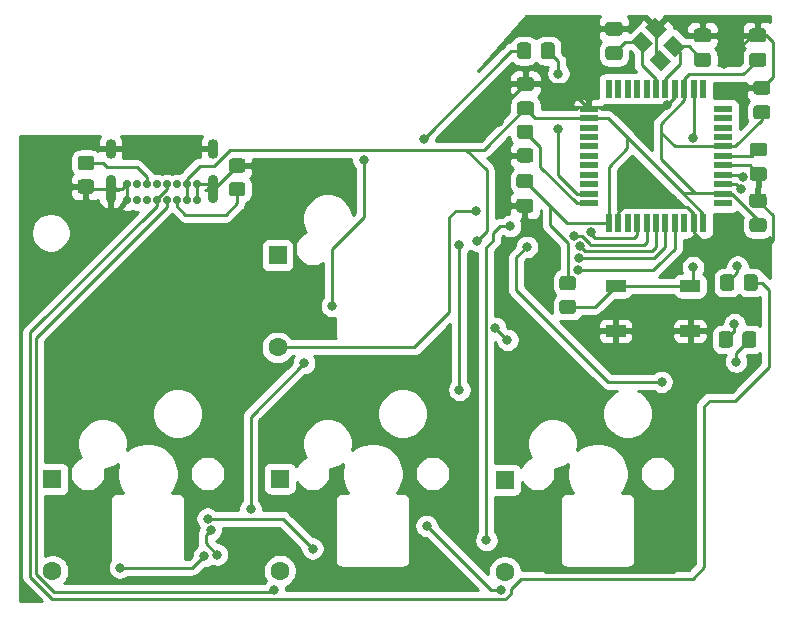
<source format=gbr>
%TF.GenerationSoftware,KiCad,Pcbnew,(5.1.10)-1*%
%TF.CreationDate,2021-11-19T23:24:49+01:00*%
%TF.ProjectId,Labbe,4c616262-652e-46b6-9963-61645f706362,rev?*%
%TF.SameCoordinates,Original*%
%TF.FileFunction,Copper,L1,Top*%
%TF.FilePolarity,Positive*%
%FSLAX46Y46*%
G04 Gerber Fmt 4.6, Leading zero omitted, Abs format (unit mm)*
G04 Created by KiCad (PCBNEW (5.1.10)-1) date 2021-11-19 23:24:49*
%MOMM*%
%LPD*%
G01*
G04 APERTURE LIST*
%TA.AperFunction,ComponentPad*%
%ADD10R,1.600000X1.600000*%
%TD*%
%TA.AperFunction,ComponentPad*%
%ADD11C,1.600000*%
%TD*%
%TA.AperFunction,ComponentPad*%
%ADD12C,0.700000*%
%TD*%
%TA.AperFunction,ComponentPad*%
%ADD13O,0.900000X2.400000*%
%TD*%
%TA.AperFunction,ComponentPad*%
%ADD14O,0.900000X1.700000*%
%TD*%
%TA.AperFunction,SMDPad,CuDef*%
%ADD15R,1.700000X1.000000*%
%TD*%
%TA.AperFunction,SMDPad,CuDef*%
%ADD16R,1.500000X0.550000*%
%TD*%
%TA.AperFunction,SMDPad,CuDef*%
%ADD17R,0.550000X1.500000*%
%TD*%
%TA.AperFunction,SMDPad,CuDef*%
%ADD18C,0.100000*%
%TD*%
%TA.AperFunction,ViaPad*%
%ADD19C,0.800000*%
%TD*%
%TA.AperFunction,Conductor*%
%ADD20C,0.250000*%
%TD*%
%TA.AperFunction,Conductor*%
%ADD21C,0.254000*%
%TD*%
%TA.AperFunction,Conductor*%
%ADD22C,0.100000*%
%TD*%
G04 APERTURE END LIST*
%TO.P,C1,2*%
%TO.N,GND*%
%TA.AperFunction,SMDPad,CuDef*%
G36*
G01*
X236682300Y-73968100D02*
X235732300Y-73968100D01*
G75*
G02*
X235482300Y-73718100I0J250000D01*
G01*
X235482300Y-73043100D01*
G75*
G02*
X235732300Y-72793100I250000J0D01*
G01*
X236682300Y-72793100D01*
G75*
G02*
X236932300Y-73043100I0J-250000D01*
G01*
X236932300Y-73718100D01*
G75*
G02*
X236682300Y-73968100I-250000J0D01*
G01*
G37*
%TD.AperFunction*%
%TO.P,C1,1*%
%TO.N,Net-(C1-Pad1)*%
%TA.AperFunction,SMDPad,CuDef*%
G36*
G01*
X236682300Y-76043100D02*
X235732300Y-76043100D01*
G75*
G02*
X235482300Y-75793100I0J250000D01*
G01*
X235482300Y-75118100D01*
G75*
G02*
X235732300Y-74868100I250000J0D01*
G01*
X236682300Y-74868100D01*
G75*
G02*
X236932300Y-75118100I0J-250000D01*
G01*
X236932300Y-75793100D01*
G75*
G02*
X236682300Y-76043100I-250000J0D01*
G01*
G37*
%TD.AperFunction*%
%TD*%
%TO.P,C2,1*%
%TO.N,Net-(C2-Pad1)*%
%TA.AperFunction,SMDPad,CuDef*%
G36*
G01*
X229189300Y-75484300D02*
X228239300Y-75484300D01*
G75*
G02*
X227989300Y-75234300I0J250000D01*
G01*
X227989300Y-74559300D01*
G75*
G02*
X228239300Y-74309300I250000J0D01*
G01*
X229189300Y-74309300D01*
G75*
G02*
X229439300Y-74559300I0J-250000D01*
G01*
X229439300Y-75234300D01*
G75*
G02*
X229189300Y-75484300I-250000J0D01*
G01*
G37*
%TD.AperFunction*%
%TO.P,C2,2*%
%TO.N,GND*%
%TA.AperFunction,SMDPad,CuDef*%
G36*
G01*
X229189300Y-73409300D02*
X228239300Y-73409300D01*
G75*
G02*
X227989300Y-73159300I0J250000D01*
G01*
X227989300Y-72484300D01*
G75*
G02*
X228239300Y-72234300I250000J0D01*
G01*
X229189300Y-72234300D01*
G75*
G02*
X229439300Y-72484300I0J-250000D01*
G01*
X229439300Y-73159300D01*
G75*
G02*
X229189300Y-73409300I-250000J0D01*
G01*
G37*
%TD.AperFunction*%
%TD*%
%TO.P,C3,1*%
%TO.N,GND*%
%TA.AperFunction,SMDPad,CuDef*%
G36*
G01*
X241419400Y-85711700D02*
X240469400Y-85711700D01*
G75*
G02*
X240219400Y-85461700I0J250000D01*
G01*
X240219400Y-84786700D01*
G75*
G02*
X240469400Y-84536700I250000J0D01*
G01*
X241419400Y-84536700D01*
G75*
G02*
X241669400Y-84786700I0J-250000D01*
G01*
X241669400Y-85461700D01*
G75*
G02*
X241419400Y-85711700I-250000J0D01*
G01*
G37*
%TD.AperFunction*%
%TO.P,C3,2*%
%TO.N,Net-(C3-Pad2)*%
%TA.AperFunction,SMDPad,CuDef*%
G36*
G01*
X241419400Y-83636700D02*
X240469400Y-83636700D01*
G75*
G02*
X240219400Y-83386700I0J250000D01*
G01*
X240219400Y-82711700D01*
G75*
G02*
X240469400Y-82461700I250000J0D01*
G01*
X241419400Y-82461700D01*
G75*
G02*
X241669400Y-82711700I0J-250000D01*
G01*
X241669400Y-83386700D01*
G75*
G02*
X241419400Y-83636700I-250000J0D01*
G01*
G37*
%TD.AperFunction*%
%TD*%
%TO.P,C8,1*%
%TO.N,VCC*%
%TA.AperFunction,SMDPad,CuDef*%
G36*
G01*
X241355900Y-76043100D02*
X240405900Y-76043100D01*
G75*
G02*
X240155900Y-75793100I0J250000D01*
G01*
X240155900Y-75118100D01*
G75*
G02*
X240405900Y-74868100I250000J0D01*
G01*
X241355900Y-74868100D01*
G75*
G02*
X241605900Y-75118100I0J-250000D01*
G01*
X241605900Y-75793100D01*
G75*
G02*
X241355900Y-76043100I-250000J0D01*
G01*
G37*
%TD.AperFunction*%
%TO.P,C8,2*%
%TO.N,GND*%
%TA.AperFunction,SMDPad,CuDef*%
G36*
G01*
X241355900Y-73968100D02*
X240405900Y-73968100D01*
G75*
G02*
X240155900Y-73718100I0J250000D01*
G01*
X240155900Y-73043100D01*
G75*
G02*
X240405900Y-72793100I250000J0D01*
G01*
X241355900Y-72793100D01*
G75*
G02*
X241605900Y-73043100I0J-250000D01*
G01*
X241605900Y-73718100D01*
G75*
G02*
X241355900Y-73968100I-250000J0D01*
G01*
G37*
%TD.AperFunction*%
%TD*%
%TO.P,C9,2*%
%TO.N,GND*%
%TA.AperFunction,SMDPad,CuDef*%
G36*
G01*
X241711500Y-78413100D02*
X240761500Y-78413100D01*
G75*
G02*
X240511500Y-78163100I0J250000D01*
G01*
X240511500Y-77488100D01*
G75*
G02*
X240761500Y-77238100I250000J0D01*
G01*
X241711500Y-77238100D01*
G75*
G02*
X241961500Y-77488100I0J-250000D01*
G01*
X241961500Y-78163100D01*
G75*
G02*
X241711500Y-78413100I-250000J0D01*
G01*
G37*
%TD.AperFunction*%
%TO.P,C9,1*%
%TO.N,VCC*%
%TA.AperFunction,SMDPad,CuDef*%
G36*
G01*
X241711500Y-80488100D02*
X240761500Y-80488100D01*
G75*
G02*
X240511500Y-80238100I0J250000D01*
G01*
X240511500Y-79563100D01*
G75*
G02*
X240761500Y-79313100I250000J0D01*
G01*
X241711500Y-79313100D01*
G75*
G02*
X241961500Y-79563100I0J-250000D01*
G01*
X241961500Y-80238100D01*
G75*
G02*
X241711500Y-80488100I-250000J0D01*
G01*
G37*
%TD.AperFunction*%
%TD*%
%TO.P,C10,1*%
%TO.N,VCC*%
%TA.AperFunction,SMDPad,CuDef*%
G36*
G01*
X220695500Y-85137500D02*
X221645500Y-85137500D01*
G75*
G02*
X221895500Y-85387500I0J-250000D01*
G01*
X221895500Y-86062500D01*
G75*
G02*
X221645500Y-86312500I-250000J0D01*
G01*
X220695500Y-86312500D01*
G75*
G02*
X220445500Y-86062500I0J250000D01*
G01*
X220445500Y-85387500D01*
G75*
G02*
X220695500Y-85137500I250000J0D01*
G01*
G37*
%TD.AperFunction*%
%TO.P,C10,2*%
%TO.N,GND*%
%TA.AperFunction,SMDPad,CuDef*%
G36*
G01*
X220695500Y-87212500D02*
X221645500Y-87212500D01*
G75*
G02*
X221895500Y-87462500I0J-250000D01*
G01*
X221895500Y-88137500D01*
G75*
G02*
X221645500Y-88387500I-250000J0D01*
G01*
X220695500Y-88387500D01*
G75*
G02*
X220445500Y-88137500I0J250000D01*
G01*
X220445500Y-87462500D01*
G75*
G02*
X220695500Y-87212500I250000J0D01*
G01*
G37*
%TD.AperFunction*%
%TD*%
%TO.P,C11,2*%
%TO.N,GND*%
%TA.AperFunction,SMDPad,CuDef*%
G36*
G01*
X221696300Y-78082900D02*
X220746300Y-78082900D01*
G75*
G02*
X220496300Y-77832900I0J250000D01*
G01*
X220496300Y-77157900D01*
G75*
G02*
X220746300Y-76907900I250000J0D01*
G01*
X221696300Y-76907900D01*
G75*
G02*
X221946300Y-77157900I0J-250000D01*
G01*
X221946300Y-77832900D01*
G75*
G02*
X221696300Y-78082900I-250000J0D01*
G01*
G37*
%TD.AperFunction*%
%TO.P,C11,1*%
%TO.N,VCC*%
%TA.AperFunction,SMDPad,CuDef*%
G36*
G01*
X221696300Y-80157900D02*
X220746300Y-80157900D01*
G75*
G02*
X220496300Y-79907900I0J250000D01*
G01*
X220496300Y-79232900D01*
G75*
G02*
X220746300Y-78982900I250000J0D01*
G01*
X221696300Y-78982900D01*
G75*
G02*
X221946300Y-79232900I0J-250000D01*
G01*
X221946300Y-79907900D01*
G75*
G02*
X221696300Y-80157900I-250000J0D01*
G01*
G37*
%TD.AperFunction*%
%TD*%
%TO.P,C12,1*%
%TO.N,VCC*%
%TA.AperFunction,SMDPad,CuDef*%
G36*
G01*
X241381300Y-90038500D02*
X240431300Y-90038500D01*
G75*
G02*
X240181300Y-89788500I0J250000D01*
G01*
X240181300Y-89113500D01*
G75*
G02*
X240431300Y-88863500I250000J0D01*
G01*
X241381300Y-88863500D01*
G75*
G02*
X241631300Y-89113500I0J-250000D01*
G01*
X241631300Y-89788500D01*
G75*
G02*
X241381300Y-90038500I-250000J0D01*
G01*
G37*
%TD.AperFunction*%
%TO.P,C12,2*%
%TO.N,GND*%
%TA.AperFunction,SMDPad,CuDef*%
G36*
G01*
X241381300Y-87963500D02*
X240431300Y-87963500D01*
G75*
G02*
X240181300Y-87713500I0J250000D01*
G01*
X240181300Y-87038500D01*
G75*
G02*
X240431300Y-86788500I250000J0D01*
G01*
X241381300Y-86788500D01*
G75*
G02*
X241631300Y-87038500I0J-250000D01*
G01*
X241631300Y-87713500D01*
G75*
G02*
X241381300Y-87963500I-250000J0D01*
G01*
G37*
%TD.AperFunction*%
%TD*%
D10*
%TO.P,D1,1*%
%TO.N,Net-(D1-Pad1)*%
X181165500Y-110959900D03*
D11*
%TO.P,D1,2*%
%TO.N,/Row1*%
X181165500Y-118759900D03*
%TD*%
%TO.P,D2,2*%
%TO.N,/Row0*%
X200228200Y-99810400D03*
D10*
%TO.P,D2,1*%
%TO.N,Net-(D2-Pad1)*%
X200228200Y-92010400D03*
%TD*%
%TO.P,D3,1*%
%TO.N,Net-(D3-Pad1)*%
X200418700Y-110908200D03*
D11*
%TO.P,D3,2*%
%TO.N,/Row1*%
X200418700Y-118708200D03*
%TD*%
%TO.P,D4,2*%
%TO.N,/Row1*%
X219468700Y-118822300D03*
D10*
%TO.P,D4,1*%
%TO.N,Net-(D4-Pad1)*%
X219468700Y-111022300D03*
%TD*%
D12*
%TO.P,J1,A1*%
%TO.N,GND*%
X193395600Y-87350600D03*
%TO.P,J1,A4*%
%TO.N,VCC*%
X192545600Y-87350600D03*
%TO.P,J1,A5*%
%TO.N,Net-(J1-PadA5)*%
X191695600Y-87350600D03*
%TO.P,J1,A6*%
%TO.N,Net-(J1-PadA6)*%
X190845600Y-87350600D03*
%TO.P,J1,A7*%
%TO.N,Net-(J1-PadA7)*%
X189995600Y-87350600D03*
%TO.P,J1,A8*%
%TO.N,Net-(J1-PadA8)*%
X189145600Y-87350600D03*
%TO.P,J1,A9*%
%TO.N,VCC*%
X188295600Y-87350600D03*
%TO.P,J1,A12*%
%TO.N,GND*%
X187445600Y-87350600D03*
%TO.P,J1,B9*%
%TO.N,VCC*%
X192545600Y-86000600D03*
%TO.P,J1,B7*%
%TO.N,Net-(J1-PadA7)*%
X190845600Y-86000600D03*
%TO.P,J1,B8*%
%TO.N,Net-(J1-PadB8)*%
X191695600Y-86000600D03*
%TO.P,J1,B12*%
%TO.N,GND*%
X193395600Y-86000600D03*
%TO.P,J1,B5*%
%TO.N,Net-(J1-PadB5)*%
X189145600Y-86000600D03*
%TO.P,J1,B4*%
%TO.N,VCC*%
X188295600Y-86000600D03*
%TO.P,J1,B1*%
%TO.N,GND*%
X187445600Y-86000600D03*
%TO.P,J1,B6*%
%TO.N,Net-(J1-PadA6)*%
X189995600Y-86000600D03*
D13*
%TO.P,J1,S1*%
%TO.N,GND*%
X194745600Y-86370600D03*
X186095600Y-86370600D03*
D14*
X194745600Y-82990600D03*
X186095600Y-82990600D03*
%TD*%
%TO.P,R1,1*%
%TO.N,GND*%
%TA.AperFunction,SMDPad,CuDef*%
G36*
G01*
X196361899Y-83810800D02*
X197261901Y-83810800D01*
G75*
G02*
X197511900Y-84060799I0J-249999D01*
G01*
X197511900Y-84760801D01*
G75*
G02*
X197261901Y-85010800I-249999J0D01*
G01*
X196361899Y-85010800D01*
G75*
G02*
X196111900Y-84760801I0J249999D01*
G01*
X196111900Y-84060799D01*
G75*
G02*
X196361899Y-83810800I249999J0D01*
G01*
G37*
%TD.AperFunction*%
%TO.P,R1,2*%
%TO.N,Net-(J1-PadA5)*%
%TA.AperFunction,SMDPad,CuDef*%
G36*
G01*
X196361899Y-85810800D02*
X197261901Y-85810800D01*
G75*
G02*
X197511900Y-86060799I0J-249999D01*
G01*
X197511900Y-86760801D01*
G75*
G02*
X197261901Y-87010800I-249999J0D01*
G01*
X196361899Y-87010800D01*
G75*
G02*
X196111900Y-86760801I0J249999D01*
G01*
X196111900Y-86060799D01*
G75*
G02*
X196361899Y-85810800I249999J0D01*
G01*
G37*
%TD.AperFunction*%
%TD*%
%TO.P,R2,2*%
%TO.N,Net-(J1-PadB5)*%
%TA.AperFunction,SMDPad,CuDef*%
G36*
G01*
X184460301Y-84788300D02*
X183560299Y-84788300D01*
G75*
G02*
X183310300Y-84538301I0J249999D01*
G01*
X183310300Y-83838299D01*
G75*
G02*
X183560299Y-83588300I249999J0D01*
G01*
X184460301Y-83588300D01*
G75*
G02*
X184710300Y-83838299I0J-249999D01*
G01*
X184710300Y-84538301D01*
G75*
G02*
X184460301Y-84788300I-249999J0D01*
G01*
G37*
%TD.AperFunction*%
%TO.P,R2,1*%
%TO.N,GND*%
%TA.AperFunction,SMDPad,CuDef*%
G36*
G01*
X184460301Y-86788300D02*
X183560299Y-86788300D01*
G75*
G02*
X183310300Y-86538301I0J249999D01*
G01*
X183310300Y-85838299D01*
G75*
G02*
X183560299Y-85588300I249999J0D01*
G01*
X184460301Y-85588300D01*
G75*
G02*
X184710300Y-85838299I0J-249999D01*
G01*
X184710300Y-86538301D01*
G75*
G02*
X184460301Y-86788300I-249999J0D01*
G01*
G37*
%TD.AperFunction*%
%TD*%
%TO.P,R3,1*%
%TO.N,/D-*%
%TA.AperFunction,SMDPad,CuDef*%
G36*
G01*
X237696700Y-94772901D02*
X237696700Y-93872899D01*
G75*
G02*
X237946699Y-93622900I249999J0D01*
G01*
X238646701Y-93622900D01*
G75*
G02*
X238896700Y-93872899I0J-249999D01*
G01*
X238896700Y-94772901D01*
G75*
G02*
X238646701Y-95022900I-249999J0D01*
G01*
X237946699Y-95022900D01*
G75*
G02*
X237696700Y-94772901I0J249999D01*
G01*
G37*
%TD.AperFunction*%
%TO.P,R3,2*%
%TO.N,Net-(J1-PadA7)*%
%TA.AperFunction,SMDPad,CuDef*%
G36*
G01*
X239696700Y-94772901D02*
X239696700Y-93872899D01*
G75*
G02*
X239946699Y-93622900I249999J0D01*
G01*
X240646701Y-93622900D01*
G75*
G02*
X240896700Y-93872899I0J-249999D01*
G01*
X240896700Y-94772901D01*
G75*
G02*
X240646701Y-95022900I-249999J0D01*
G01*
X239946699Y-95022900D01*
G75*
G02*
X239696700Y-94772901I0J249999D01*
G01*
G37*
%TD.AperFunction*%
%TD*%
%TO.P,R4,2*%
%TO.N,Net-(J1-PadA6)*%
%TA.AperFunction,SMDPad,CuDef*%
G36*
G01*
X239575800Y-99586201D02*
X239575800Y-98686199D01*
G75*
G02*
X239825799Y-98436200I249999J0D01*
G01*
X240525801Y-98436200D01*
G75*
G02*
X240775800Y-98686199I0J-249999D01*
G01*
X240775800Y-99586201D01*
G75*
G02*
X240525801Y-99836200I-249999J0D01*
G01*
X239825799Y-99836200D01*
G75*
G02*
X239575800Y-99586201I0J249999D01*
G01*
G37*
%TD.AperFunction*%
%TO.P,R4,1*%
%TO.N,/D+*%
%TA.AperFunction,SMDPad,CuDef*%
G36*
G01*
X237575800Y-99586201D02*
X237575800Y-98686199D01*
G75*
G02*
X237825799Y-98436200I249999J0D01*
G01*
X238525801Y-98436200D01*
G75*
G02*
X238775800Y-98686199I0J-249999D01*
G01*
X238775800Y-99586201D01*
G75*
G02*
X238525801Y-99836200I-249999J0D01*
G01*
X237825799Y-99836200D01*
G75*
G02*
X237575800Y-99586201I0J249999D01*
G01*
G37*
%TD.AperFunction*%
%TD*%
%TO.P,R5,1*%
%TO.N,Net-(R5-Pad1)*%
%TA.AperFunction,SMDPad,CuDef*%
G36*
G01*
X225240001Y-96973700D02*
X224339999Y-96973700D01*
G75*
G02*
X224090000Y-96723701I0J249999D01*
G01*
X224090000Y-96023699D01*
G75*
G02*
X224339999Y-95773700I249999J0D01*
G01*
X225240001Y-95773700D01*
G75*
G02*
X225490000Y-96023699I0J-249999D01*
G01*
X225490000Y-96723701D01*
G75*
G02*
X225240001Y-96973700I-249999J0D01*
G01*
G37*
%TD.AperFunction*%
%TO.P,R5,2*%
%TO.N,VCC*%
%TA.AperFunction,SMDPad,CuDef*%
G36*
G01*
X225240001Y-94973700D02*
X224339999Y-94973700D01*
G75*
G02*
X224090000Y-94723701I0J249999D01*
G01*
X224090000Y-94023699D01*
G75*
G02*
X224339999Y-93773700I249999J0D01*
G01*
X225240001Y-93773700D01*
G75*
G02*
X225490000Y-94023699I0J-249999D01*
G01*
X225490000Y-94723701D01*
G75*
G02*
X225240001Y-94973700I-249999J0D01*
G01*
G37*
%TD.AperFunction*%
%TD*%
%TO.P,R6,1*%
%TO.N,Net-(R6-Pad1)*%
%TA.AperFunction,SMDPad,CuDef*%
G36*
G01*
X220513600Y-75138701D02*
X220513600Y-74238699D01*
G75*
G02*
X220763599Y-73988700I249999J0D01*
G01*
X221463601Y-73988700D01*
G75*
G02*
X221713600Y-74238699I0J-249999D01*
G01*
X221713600Y-75138701D01*
G75*
G02*
X221463601Y-75388700I-249999J0D01*
G01*
X220763599Y-75388700D01*
G75*
G02*
X220513600Y-75138701I0J249999D01*
G01*
G37*
%TD.AperFunction*%
%TO.P,R6,2*%
%TO.N,/RGB*%
%TA.AperFunction,SMDPad,CuDef*%
G36*
G01*
X222513600Y-75138701D02*
X222513600Y-74238699D01*
G75*
G02*
X222763599Y-73988700I249999J0D01*
G01*
X223463601Y-73988700D01*
G75*
G02*
X223713600Y-74238699I0J-249999D01*
G01*
X223713600Y-75138701D01*
G75*
G02*
X223463601Y-75388700I-249999J0D01*
G01*
X222763599Y-75388700D01*
G75*
G02*
X222513600Y-75138701I0J249999D01*
G01*
G37*
%TD.AperFunction*%
%TD*%
%TO.P,R7,2*%
%TO.N,Net-(R7-Pad2)*%
%TA.AperFunction,SMDPad,CuDef*%
G36*
G01*
X221645901Y-82150000D02*
X220745899Y-82150000D01*
G75*
G02*
X220495900Y-81900001I0J249999D01*
G01*
X220495900Y-81199999D01*
G75*
G02*
X220745899Y-80950000I249999J0D01*
G01*
X221645901Y-80950000D01*
G75*
G02*
X221895900Y-81199999I0J-249999D01*
G01*
X221895900Y-81900001D01*
G75*
G02*
X221645901Y-82150000I-249999J0D01*
G01*
G37*
%TD.AperFunction*%
%TO.P,R7,1*%
%TO.N,GND*%
%TA.AperFunction,SMDPad,CuDef*%
G36*
G01*
X221645901Y-84150000D02*
X220745899Y-84150000D01*
G75*
G02*
X220495900Y-83900001I0J249999D01*
G01*
X220495900Y-83199999D01*
G75*
G02*
X220745899Y-82950000I249999J0D01*
G01*
X221645901Y-82950000D01*
G75*
G02*
X221895900Y-83199999I0J-249999D01*
G01*
X221895900Y-83900001D01*
G75*
G02*
X221645901Y-84150000I-249999J0D01*
G01*
G37*
%TD.AperFunction*%
%TD*%
D15*
%TO.P,SW1,1*%
%TO.N,Net-(R5-Pad1)*%
X228854000Y-94615000D03*
X235154000Y-94615000D03*
%TO.P,SW1,2*%
%TO.N,GND*%
X228854000Y-98415000D03*
X235154000Y-98415000D03*
%TD*%
D16*
%TO.P,U4,1*%
%TO.N,Net-(U4-Pad1)*%
X237970300Y-87591400D03*
%TO.P,U4,2*%
%TO.N,VCC*%
X237970300Y-86791400D03*
%TO.P,U4,3*%
%TO.N,/D-*%
X237970300Y-85991400D03*
%TO.P,U4,4*%
%TO.N,/D+*%
X237970300Y-85191400D03*
%TO.P,U4,5*%
%TO.N,GND*%
X237970300Y-84391400D03*
%TO.P,U4,6*%
%TO.N,Net-(C3-Pad2)*%
X237970300Y-83591400D03*
%TO.P,U4,7*%
%TO.N,VCC*%
X237970300Y-82791400D03*
%TO.P,U4,8*%
%TO.N,Net-(U4-Pad8)*%
X237970300Y-81991400D03*
%TO.P,U4,9*%
%TO.N,Net-(U4-Pad9)*%
X237970300Y-81191400D03*
%TO.P,U4,10*%
%TO.N,Net-(U4-Pad10)*%
X237970300Y-80391400D03*
%TO.P,U4,11*%
%TO.N,Net-(U4-Pad11)*%
X237970300Y-79591400D03*
D17*
%TO.P,U4,12*%
%TO.N,Net-(U4-Pad12)*%
X236270300Y-77891400D03*
%TO.P,U4,13*%
%TO.N,Net-(R5-Pad1)*%
X235470300Y-77891400D03*
%TO.P,U4,14*%
%TO.N,VCC*%
X234670300Y-77891400D03*
%TO.P,U4,15*%
%TO.N,GND*%
X233870300Y-77891400D03*
%TO.P,U4,16*%
%TO.N,Net-(C1-Pad1)*%
X233070300Y-77891400D03*
%TO.P,U4,17*%
%TO.N,Net-(C2-Pad1)*%
X232270300Y-77891400D03*
%TO.P,U4,18*%
%TO.N,Net-(U4-Pad18)*%
X231470300Y-77891400D03*
%TO.P,U4,19*%
%TO.N,Net-(U4-Pad19)*%
X230670300Y-77891400D03*
%TO.P,U4,20*%
%TO.N,Net-(U4-Pad20)*%
X229870300Y-77891400D03*
%TO.P,U4,21*%
%TO.N,Net-(U4-Pad21)*%
X229070300Y-77891400D03*
%TO.P,U4,22*%
%TO.N,Net-(U4-Pad22)*%
X228270300Y-77891400D03*
D16*
%TO.P,U4,23*%
%TO.N,GND*%
X226570300Y-79591400D03*
%TO.P,U4,24*%
%TO.N,VCC*%
X226570300Y-80391400D03*
%TO.P,U4,25*%
%TO.N,Net-(U4-Pad25)*%
X226570300Y-81191400D03*
%TO.P,U4,26*%
%TO.N,Net-(U4-Pad26)*%
X226570300Y-81991400D03*
%TO.P,U4,27*%
%TO.N,Net-(U4-Pad27)*%
X226570300Y-82791400D03*
%TO.P,U4,28*%
%TO.N,Net-(U4-Pad28)*%
X226570300Y-83591400D03*
%TO.P,U4,29*%
%TO.N,Net-(U4-Pad29)*%
X226570300Y-84391400D03*
%TO.P,U4,30*%
%TO.N,Net-(U4-Pad30)*%
X226570300Y-85191400D03*
%TO.P,U4,31*%
%TO.N,Net-(U4-Pad31)*%
X226570300Y-85991400D03*
%TO.P,U4,32*%
%TO.N,/RGB*%
X226570300Y-86791400D03*
%TO.P,U4,33*%
%TO.N,Net-(R7-Pad2)*%
X226570300Y-87591400D03*
D17*
%TO.P,U4,34*%
%TO.N,VCC*%
X228270300Y-89291400D03*
%TO.P,U4,35*%
%TO.N,GND*%
X229070300Y-89291400D03*
%TO.P,U4,36*%
%TO.N,Net-(U4-Pad36)*%
X229870300Y-89291400D03*
%TO.P,U4,37*%
%TO.N,/Row1*%
X230670300Y-89291400D03*
%TO.P,U4,38*%
%TO.N,/Row0*%
X231470300Y-89291400D03*
%TO.P,U4,39*%
%TO.N,/Col2*%
X232270300Y-89291400D03*
%TO.P,U4,40*%
%TO.N,/Col1*%
X233070300Y-89291400D03*
%TO.P,U4,41*%
%TO.N,/Col0*%
X233870300Y-89291400D03*
%TO.P,U4,42*%
%TO.N,Net-(U4-Pad42)*%
X234670300Y-89291400D03*
%TO.P,U4,43*%
%TO.N,GND*%
X235470300Y-89291400D03*
%TO.P,U4,44*%
%TO.N,VCC*%
X236270300Y-89291400D03*
%TD*%
%TA.AperFunction,SMDPad,CuDef*%
D18*
%TO.P,Y1,1*%
%TO.N,Net-(C1-Pad1)*%
G36*
X234745174Y-74371946D02*
G01*
X233896646Y-75220474D01*
X232906696Y-74230524D01*
X233755224Y-73381996D01*
X234745174Y-74371946D01*
G37*
%TD.AperFunction*%
%TA.AperFunction,SMDPad,CuDef*%
%TO.P,Y1,2*%
%TO.N,GND*%
G36*
X233189539Y-72816311D02*
G01*
X232341011Y-73664839D01*
X231351061Y-72674889D01*
X232199589Y-71826361D01*
X233189539Y-72816311D01*
G37*
%TD.AperFunction*%
%TA.AperFunction,SMDPad,CuDef*%
%TO.P,Y1,3*%
%TO.N,Net-(C2-Pad1)*%
G36*
X231987458Y-74018392D02*
G01*
X231138930Y-74866920D01*
X230148980Y-73876970D01*
X230997508Y-73028442D01*
X231987458Y-74018392D01*
G37*
%TD.AperFunction*%
%TA.AperFunction,SMDPad,CuDef*%
%TO.P,Y1,4*%
%TO.N,GND*%
G36*
X233543093Y-75574027D02*
G01*
X232694565Y-76422555D01*
X231704615Y-75432605D01*
X232553143Y-74584077D01*
X233543093Y-75574027D01*
G37*
%TD.AperFunction*%
%TD*%
D19*
%TO.N,GND*%
X220980000Y-116840000D03*
X217373200Y-117729000D03*
X234941953Y-117593953D03*
X219009297Y-80757097D03*
X219760800Y-83718400D03*
X238023400Y-75793600D03*
X233231228Y-79241402D03*
X203581000Y-103759000D03*
X205257400Y-101129000D03*
%TO.N,VCC*%
X217093800Y-90766900D03*
X218651247Y-98153647D03*
X219689253Y-99166253D03*
X194565893Y-115266707D03*
X195122800Y-117348000D03*
%TO.N,/Row1*%
X226745800Y-90016400D03*
X219925900Y-89547700D03*
X217906600Y-116128800D03*
%TO.N,/Row0*%
X225330313Y-90384823D03*
X217015903Y-88228597D03*
%TO.N,Net-(J1-PadA6)*%
X199923400Y-120370601D03*
X239064800Y-101015800D03*
%TO.N,/D-*%
X239458500Y-86385400D03*
X239166400Y-92951300D03*
%TO.N,/D+*%
X239598200Y-85382100D03*
X238912400Y-97840800D03*
%TO.N,Net-(R5-Pad1)*%
X235432600Y-82066400D03*
X235407200Y-93014800D03*
%TO.N,/RGB*%
X223977200Y-81280000D03*
X224002600Y-76631800D03*
%TO.N,Net-(R6-Pad1)*%
X212598000Y-82118200D03*
X207518000Y-83947000D03*
X204825600Y-96291400D03*
%TO.N,/Col0*%
X225688155Y-93249618D03*
%TO.N,Net-(U1-Pad4)*%
X202488800Y-101129000D03*
X197942200Y-113487200D03*
X194008253Y-117471947D03*
X186872147Y-118450000D03*
%TO.N,Net-(U1-Pad5)*%
X203200000Y-116840000D03*
X194310000Y-114300000D03*
%TO.N,/Col1*%
X225767900Y-92252800D03*
X215620600Y-91097100D03*
X215620600Y-103403400D03*
%TO.N,Net-(U3-Pad5)*%
X219176600Y-120370600D03*
X212852000Y-114909600D03*
%TO.N,/Col2*%
X225824148Y-91254381D03*
X221348300Y-91287600D03*
X232740200Y-102717600D03*
%TD*%
D20*
%TO.N,Net-(C1-Pad1)*%
X235052935Y-74301235D02*
X236207300Y-75455600D01*
X233825935Y-74301235D02*
X235052935Y-74301235D01*
X233070300Y-77081398D02*
X233070300Y-77891400D01*
X234320910Y-75830788D02*
X233070300Y-77081398D01*
X234320910Y-74796210D02*
X234320910Y-75830788D01*
X233825935Y-74301235D02*
X234320910Y-74796210D01*
%TO.N,GND*%
X193395600Y-86000600D02*
X193395600Y-87350600D01*
X194375600Y-86000600D02*
X194745600Y-86370600D01*
X193395600Y-86000600D02*
X194375600Y-86000600D01*
X194852100Y-86370600D02*
X196811900Y-84410800D01*
X194745600Y-86370600D02*
X194852100Y-86370600D01*
X187075600Y-86370600D02*
X187445600Y-86000600D01*
X186095600Y-86370600D02*
X187075600Y-86370600D01*
X220980000Y-116840000D02*
X220446600Y-117373400D01*
X217728800Y-117373400D02*
X217373200Y-117729000D01*
X220446600Y-117373400D02*
X217728800Y-117373400D01*
X234941953Y-117593953D02*
X233740106Y-118795800D01*
X222935800Y-118795800D02*
X220980000Y-116840000D01*
X233740106Y-118795800D02*
X222935800Y-118795800D01*
X224474300Y-77495400D02*
X226570300Y-79591400D01*
X221221300Y-77495400D02*
X224474300Y-77495400D01*
X219009297Y-79707403D02*
X219009297Y-80757097D01*
X221221300Y-77495400D02*
X219009297Y-79707403D01*
X221027500Y-83718400D02*
X221195900Y-83550000D01*
X219760800Y-83718400D02*
X221027500Y-83718400D01*
X235470300Y-90101402D02*
X236478698Y-91109800D01*
X235470300Y-89291400D02*
X235470300Y-90101402D01*
X241757200Y-91109800D02*
X242163600Y-90703400D01*
X236478698Y-91109800D02*
X241757200Y-91109800D01*
X242163600Y-88633300D02*
X240906300Y-87376000D01*
X242163600Y-90703400D02*
X242163600Y-88633300D01*
X240211600Y-84391400D02*
X240944400Y-85124200D01*
X237970300Y-84391400D02*
X240211600Y-84391400D01*
X241605900Y-73380600D02*
X242189000Y-73963700D01*
X240880900Y-73380600D02*
X241605900Y-73380600D01*
X242189000Y-76873100D02*
X241236500Y-77825600D01*
X242189000Y-73963700D02*
X242189000Y-76873100D01*
X232312468Y-75191930D02*
X232623854Y-75503316D01*
X232312468Y-72787768D02*
X232312468Y-75191930D01*
X232270300Y-72745600D02*
X232312468Y-72787768D01*
X240436400Y-73380600D02*
X238023400Y-75793600D01*
X240880900Y-73380600D02*
X240436400Y-73380600D01*
X233870300Y-78602330D02*
X233870300Y-77891400D01*
X233231228Y-79241402D02*
X233870300Y-78602330D01*
X203581000Y-102805400D02*
X205257400Y-101129000D01*
X203581000Y-103759000D02*
X203581000Y-102805400D01*
X184192600Y-86370600D02*
X184010300Y-86188300D01*
X186095600Y-86370600D02*
X184192600Y-86370600D01*
X187445600Y-86000600D02*
X187445600Y-87350600D01*
X235470300Y-88481398D02*
X234898302Y-87909400D01*
X235470300Y-89291400D02*
X235470300Y-88481398D01*
X229070300Y-88328100D02*
X229070300Y-89291400D01*
X229489000Y-87909400D02*
X229070300Y-88328100D01*
X234898302Y-87909400D02*
X229489000Y-87909400D01*
%TO.N,Net-(C2-Pad1)*%
X229663419Y-73947681D02*
X228714300Y-74896800D01*
X231068219Y-73947681D02*
X229663419Y-73947681D01*
X232270300Y-77081398D02*
X232270300Y-77891400D01*
X231068219Y-75879317D02*
X232270300Y-77081398D01*
X231068219Y-73947681D02*
X231068219Y-75879317D01*
%TO.N,Net-(C3-Pad2)*%
X240402200Y-83591400D02*
X240944400Y-83049200D01*
X237970300Y-83591400D02*
X240402200Y-83591400D01*
%TO.N,VCC*%
X234670300Y-77081398D02*
X235069098Y-76682600D01*
X234670300Y-77891400D02*
X234670300Y-77081398D01*
X239653900Y-76682600D02*
X240880900Y-75455600D01*
X235069098Y-76682600D02*
X239653900Y-76682600D01*
X241236500Y-80525200D02*
X241236500Y-79900600D01*
X238970300Y-82791400D02*
X241236500Y-80525200D01*
X237970300Y-82791400D02*
X238970300Y-82791400D01*
X240906300Y-89001690D02*
X240906300Y-89451000D01*
X238696010Y-86791400D02*
X240906300Y-89001690D01*
X237970300Y-86791400D02*
X238696010Y-86791400D01*
X222042300Y-80391400D02*
X221221300Y-79570400D01*
X226570300Y-80391400D02*
X222042300Y-80391400D01*
X228270300Y-89291400D02*
X224736900Y-89291400D01*
X224736900Y-94320600D02*
X224790000Y-94373700D01*
X236270300Y-88481398D02*
X236270300Y-89291400D01*
X226570300Y-80391400D02*
X228180302Y-80391400D01*
X237939449Y-86760549D02*
X237970300Y-86791400D01*
X234549451Y-86760549D02*
X236270300Y-88481398D01*
X234670300Y-78891400D02*
X232676700Y-80885000D01*
X234670300Y-77891400D02*
X234670300Y-78891400D01*
X232676700Y-83846398D02*
X235590851Y-86760549D01*
X235590851Y-86760549D02*
X237939449Y-86760549D01*
X234549451Y-86760549D02*
X235590851Y-86760549D01*
X228270300Y-89291400D02*
X228270300Y-84505300D01*
X228270300Y-84505300D02*
X229819200Y-82956400D01*
X229819200Y-82956400D02*
X229819200Y-82143600D01*
X229875851Y-82086949D02*
X234549451Y-86760549D01*
X229819200Y-82143600D02*
X229875851Y-82086949D01*
X228180302Y-80391400D02*
X229875851Y-82086949D01*
X233845200Y-82791400D02*
X232676700Y-81622900D01*
X237970300Y-82791400D02*
X233845200Y-82791400D01*
X232676700Y-81622900D02*
X232676700Y-83846398D01*
X232676700Y-80885000D02*
X232676700Y-81622900D01*
X192545600Y-87350600D02*
X192545600Y-86000600D01*
X192545600Y-85505626D02*
X193647026Y-84404200D01*
X192545600Y-86000600D02*
X192545600Y-85505626D01*
X194828029Y-84404200D02*
X196176900Y-83055329D01*
X193647026Y-84404200D02*
X194828029Y-84404200D01*
X217736371Y-83055329D02*
X221221300Y-79570400D01*
X224790000Y-94373700D02*
X224790000Y-90957400D01*
X223304100Y-89471500D02*
X223304100Y-87858600D01*
X224790000Y-90957400D02*
X223304100Y-89471500D01*
X223304100Y-87858600D02*
X221170500Y-85725000D01*
X224736900Y-89291400D02*
X223304100Y-87858600D01*
X217093800Y-90766900D02*
X217932000Y-89928700D01*
X217932000Y-84797900D02*
X216189429Y-83055329D01*
X217932000Y-89928700D02*
X217932000Y-84797900D01*
X216189429Y-83055329D02*
X217736371Y-83055329D01*
X196176900Y-83055329D02*
X216189429Y-83055329D01*
X218676647Y-98153647D02*
X219689253Y-99166253D01*
X218651247Y-98153647D02*
X218676647Y-98153647D01*
X194565893Y-115266707D02*
X194132200Y-115700400D01*
X194132200Y-116357400D02*
X195122800Y-117348000D01*
X194132200Y-115700400D02*
X194132200Y-116357400D01*
%TO.N,/Row1*%
X230670300Y-90291400D02*
X230423400Y-90538300D01*
X230670300Y-89291400D02*
X230670300Y-90291400D01*
X230423400Y-90538300D02*
X227101400Y-90538300D01*
X226745800Y-90182700D02*
X226745800Y-90016400D01*
X227101400Y-90538300D02*
X226745800Y-90182700D01*
X219925900Y-89547700D02*
X219049600Y-89547700D01*
X218478100Y-90119200D02*
X218478100Y-90766900D01*
X219049600Y-89547700D02*
X218478100Y-90119200D01*
X217906600Y-91338400D02*
X217906600Y-116128800D01*
X218478100Y-90766900D02*
X217906600Y-91338400D01*
%TO.N,/Row0*%
X231470300Y-89291400D02*
X231470300Y-90893800D01*
X231470300Y-90893800D02*
X231228900Y-91135200D01*
X231228900Y-91135200D02*
X231216200Y-91122500D01*
X231216200Y-91122500D02*
X226656900Y-91122500D01*
X226027592Y-90384823D02*
X225330313Y-90384823D01*
X226656900Y-91014131D02*
X226027592Y-90384823D01*
X226656900Y-91122500D02*
X226656900Y-91014131D01*
X217015903Y-88228597D02*
X215339503Y-88228597D01*
X215339503Y-88228597D02*
X214782400Y-88785700D01*
X214782400Y-88785700D02*
X214782400Y-96824800D01*
X211796800Y-99810400D02*
X200228200Y-99810400D01*
X214782400Y-96824800D02*
X211796800Y-99810400D01*
%TO.N,Net-(J1-PadA5)*%
X191695600Y-87845574D02*
X191695600Y-87350600D01*
X195834000Y-88582500D02*
X192432526Y-88582500D01*
X196811900Y-87604600D02*
X195834000Y-88582500D01*
X192432526Y-88582500D02*
X191695600Y-87845574D01*
X196811900Y-86410800D02*
X196811900Y-87604600D01*
%TO.N,Net-(J1-PadA6)*%
X190845600Y-87350600D02*
X190845600Y-87894000D01*
X179755800Y-119015202D02*
X181263598Y-120523000D01*
X179755800Y-98983800D02*
X179755800Y-119015202D01*
X190845600Y-87894000D02*
X179755800Y-98983800D01*
X181263598Y-120523000D02*
X194970400Y-120523000D01*
X199771001Y-120523000D02*
X199923400Y-120370601D01*
X194970400Y-120523000D02*
X199771001Y-120523000D01*
X239064800Y-100247200D02*
X240175800Y-99136200D01*
X239064800Y-101015800D02*
X239064800Y-100247200D01*
%TO.N,Net-(J1-PadA7)*%
X189995600Y-87201598D02*
X189995600Y-87350600D01*
X190845600Y-86351598D02*
X189995600Y-87201598D01*
X190845600Y-86000600D02*
X190845600Y-86351598D01*
X219964000Y-120656202D02*
X219524601Y-121095601D01*
X219964000Y-120294400D02*
X219964000Y-120656202D01*
X220878400Y-119380000D02*
X219964000Y-120294400D01*
X219524601Y-121095601D02*
X181166601Y-121095601D01*
X181166601Y-121095601D02*
X179298600Y-119227600D01*
X179298600Y-119227600D02*
X179298600Y-98542574D01*
X179298600Y-98542574D02*
X189995600Y-87845574D01*
X189995600Y-87845574D02*
X189995600Y-87350600D01*
X236347000Y-118414800D02*
X235381800Y-119380000D01*
X236804200Y-104317800D02*
X236347000Y-104775000D01*
X236347000Y-104775000D02*
X236347000Y-118414800D01*
X238988600Y-104317800D02*
X236804200Y-104317800D01*
X241858800Y-94945200D02*
X241858800Y-101447600D01*
X241236500Y-94322900D02*
X241858800Y-94945200D01*
X241858800Y-101447600D02*
X238988600Y-104317800D01*
X235381800Y-119380000D02*
X220878400Y-119380000D01*
X240296700Y-94322900D02*
X241236500Y-94322900D01*
%TO.N,Net-(J1-PadB5)*%
X184010300Y-84188300D02*
X185458100Y-84188300D01*
X185458100Y-84188300D02*
X185458100Y-84226400D01*
X185458100Y-84226400D02*
X185788300Y-84556600D01*
X185788300Y-84556600D02*
X188290200Y-84556600D01*
X189145600Y-85412000D02*
X189145600Y-86000600D01*
X188290200Y-84556600D02*
X189145600Y-85412000D01*
%TO.N,/D-*%
X239064500Y-85991400D02*
X239458500Y-86385400D01*
X237970300Y-85991400D02*
X239064500Y-85991400D01*
X239166400Y-93453200D02*
X238296700Y-94322900D01*
X239166400Y-92951300D02*
X239166400Y-93453200D01*
%TO.N,/D+*%
X239407500Y-85191400D02*
X239598200Y-85382100D01*
X237970300Y-85191400D02*
X239407500Y-85191400D01*
X238912400Y-98399600D02*
X238175800Y-99136200D01*
X238912400Y-97840800D02*
X238912400Y-98399600D01*
%TO.N,Net-(R5-Pad1)*%
X227095300Y-96373700D02*
X228854000Y-94615000D01*
X224790000Y-96373700D02*
X227095300Y-96373700D01*
X228854000Y-94615000D02*
X235154000Y-94615000D01*
X235470300Y-82028700D02*
X235432600Y-82066400D01*
X235470300Y-77891400D02*
X235470300Y-82028700D01*
X235407200Y-94361800D02*
X235154000Y-94615000D01*
X235407200Y-93014800D02*
X235407200Y-94361800D01*
%TO.N,/RGB*%
X223977200Y-85198300D02*
X223977200Y-81280000D01*
X225570300Y-86791400D02*
X223977200Y-85198300D01*
X226570300Y-86791400D02*
X225570300Y-86791400D01*
X224002600Y-75577700D02*
X223113600Y-74688700D01*
X224002600Y-76631800D02*
X224002600Y-75577700D01*
%TO.N,Net-(R6-Pad1)*%
X220027500Y-74688700D02*
X212598000Y-82118200D01*
X221113600Y-74688700D02*
X220027500Y-74688700D01*
X204825600Y-91462426D02*
X204825600Y-96291400D01*
X207518000Y-88770026D02*
X204825600Y-91462426D01*
X207518000Y-83947000D02*
X207518000Y-88770026D01*
%TO.N,Net-(R7-Pad2)*%
X225570300Y-87591400D02*
X222491300Y-84512400D01*
X226570300Y-87591400D02*
X225570300Y-87591400D01*
X222491300Y-82845400D02*
X221195900Y-81550000D01*
X222491300Y-84512400D02*
X222491300Y-82845400D01*
%TO.N,/Col0*%
X233870300Y-89291400D02*
X233870300Y-91440200D01*
X233870300Y-91440200D02*
X232448100Y-92862400D01*
X232060882Y-93249618D02*
X225688155Y-93249618D01*
X232448100Y-92862400D02*
X232060882Y-93249618D01*
%TO.N,Net-(U1-Pad4)*%
X197942200Y-105675600D02*
X197942200Y-113487200D01*
X202488800Y-101129000D02*
X197942200Y-105675600D01*
X193030200Y-118450000D02*
X186872147Y-118450000D01*
X194008253Y-117471947D02*
X193030200Y-118450000D01*
%TO.N,Net-(U1-Pad5)*%
X200660000Y-114300000D02*
X194310000Y-114300000D01*
X203200000Y-116840000D02*
X200660000Y-114300000D01*
%TO.N,/Col1*%
X233070300Y-90291400D02*
X233057700Y-90304000D01*
X233070300Y-89291400D02*
X233070300Y-90291400D01*
X233057700Y-90304000D02*
X233057700Y-91274900D01*
X232079800Y-92252800D02*
X225767900Y-92252800D01*
X233057700Y-91274900D02*
X232079800Y-92252800D01*
X215620600Y-91097100D02*
X215620600Y-103403400D01*
%TO.N,Net-(U3-Pad5)*%
X218313000Y-120370600D02*
X212852000Y-114909600D01*
X219176600Y-120370600D02*
X218313000Y-120370600D01*
%TO.N,/Col2*%
X232270300Y-89291400D02*
X232270300Y-91262200D01*
X232270300Y-91262200D02*
X232270300Y-91325700D01*
X232270300Y-91325700D02*
X231940100Y-91655900D01*
X231940100Y-91655900D02*
X227660200Y-91655900D01*
X226225667Y-91655900D02*
X225824148Y-91254381D01*
X227660200Y-91655900D02*
X226225667Y-91655900D01*
X221348300Y-91287600D02*
X220446600Y-92189300D01*
X220446600Y-92189300D02*
X220446600Y-94932500D01*
X228231700Y-102717600D02*
X232740200Y-102717600D01*
X220446600Y-94932500D02*
X228231700Y-102717600D01*
%TD*%
D21*
%TO.N,GND*%
X185141791Y-82058055D02*
X185056224Y-82254367D01*
X185010600Y-82463600D01*
X185010600Y-82863600D01*
X185968600Y-82863600D01*
X185968600Y-82843600D01*
X186222600Y-82843600D01*
X186222600Y-82863600D01*
X187180600Y-82863600D01*
X187180600Y-82463600D01*
X187134976Y-82254367D01*
X187049409Y-82058055D01*
X186967355Y-81940000D01*
X193873845Y-81940000D01*
X193791791Y-82058055D01*
X193706224Y-82254367D01*
X193660600Y-82463600D01*
X193660600Y-82863600D01*
X194618600Y-82863600D01*
X194618600Y-82843600D01*
X194872600Y-82843600D01*
X194872600Y-82863600D01*
X194892600Y-82863600D01*
X194892600Y-83117600D01*
X194872600Y-83117600D01*
X194872600Y-83137600D01*
X194618600Y-83137600D01*
X194618600Y-83117600D01*
X193660600Y-83117600D01*
X193660600Y-83517600D01*
X193688206Y-83644200D01*
X193684359Y-83644200D01*
X193647026Y-83640523D01*
X193609693Y-83644200D01*
X193498040Y-83655197D01*
X193354779Y-83698654D01*
X193222750Y-83769226D01*
X193107025Y-83864199D01*
X193083227Y-83893197D01*
X192034598Y-84941827D01*
X192005600Y-84965625D01*
X191940452Y-85045007D01*
X191792614Y-85015600D01*
X191598586Y-85015600D01*
X191408286Y-85053453D01*
X191270600Y-85110484D01*
X191132914Y-85053453D01*
X190942614Y-85015600D01*
X190748586Y-85015600D01*
X190558286Y-85053453D01*
X190420600Y-85110484D01*
X190282914Y-85053453D01*
X190092614Y-85015600D01*
X189898586Y-85015600D01*
X189805384Y-85034139D01*
X189780574Y-84987724D01*
X189685601Y-84871999D01*
X189656604Y-84848202D01*
X188854003Y-84045602D01*
X188830201Y-84016599D01*
X188714476Y-83921626D01*
X188582447Y-83851054D01*
X188439186Y-83807597D01*
X188327533Y-83796600D01*
X188327522Y-83796600D01*
X188290200Y-83792924D01*
X188252878Y-83796600D01*
X187104566Y-83796600D01*
X187134976Y-83726833D01*
X187180600Y-83517600D01*
X187180600Y-83117600D01*
X186222600Y-83117600D01*
X186222600Y-83137600D01*
X185968600Y-83137600D01*
X185968600Y-83117600D01*
X185010600Y-83117600D01*
X185010600Y-83146602D01*
X184953687Y-83099895D01*
X184800151Y-83017828D01*
X184633555Y-82967292D01*
X184460301Y-82950228D01*
X183560299Y-82950228D01*
X183387045Y-82967292D01*
X183220449Y-83017828D01*
X183066913Y-83099895D01*
X182932338Y-83210338D01*
X182821895Y-83344913D01*
X182739828Y-83498449D01*
X182689292Y-83665045D01*
X182672228Y-83838299D01*
X182672228Y-84538301D01*
X182689292Y-84711555D01*
X182739828Y-84878151D01*
X182821895Y-85031687D01*
X182888576Y-85112937D01*
X182859115Y-85137115D01*
X182779763Y-85233806D01*
X182720798Y-85344120D01*
X182684488Y-85463818D01*
X182672228Y-85588300D01*
X182675300Y-85902550D01*
X182834050Y-86061300D01*
X183883300Y-86061300D01*
X183883300Y-86041300D01*
X184137300Y-86041300D01*
X184137300Y-86061300D01*
X184157300Y-86061300D01*
X184157300Y-86315300D01*
X184137300Y-86315300D01*
X184137300Y-87264550D01*
X184296050Y-87423300D01*
X184710300Y-87426372D01*
X184834782Y-87414112D01*
X184954480Y-87377802D01*
X185030169Y-87337345D01*
X185056224Y-87456833D01*
X185141791Y-87653145D01*
X185264013Y-87828991D01*
X185418192Y-87977614D01*
X185598403Y-88093302D01*
X185801599Y-88165008D01*
X185968600Y-88038102D01*
X185968600Y-86497600D01*
X185948600Y-86497600D01*
X185948600Y-86243600D01*
X185968600Y-86243600D01*
X185968600Y-86223600D01*
X186222600Y-86223600D01*
X186222600Y-86243600D01*
X186489137Y-86243600D01*
X186495968Y-86279589D01*
X186568643Y-86459493D01*
X186576833Y-86474816D01*
X186775080Y-86491512D01*
X186768992Y-86497600D01*
X186222600Y-86497600D01*
X186222600Y-88038102D01*
X186389601Y-88165008D01*
X186592797Y-88093302D01*
X186773008Y-87977614D01*
X186927187Y-87828991D01*
X187049409Y-87653145D01*
X187115825Y-87500770D01*
X187265995Y-87350600D01*
X187251853Y-87336458D01*
X187310600Y-87277710D01*
X187310600Y-87447614D01*
X187346701Y-87629104D01*
X186954688Y-88021117D01*
X186971384Y-88219367D01*
X187149984Y-88295189D01*
X187339944Y-88334710D01*
X187533964Y-88336413D01*
X187724589Y-88300232D01*
X187871251Y-88240985D01*
X188008286Y-88297747D01*
X188198586Y-88335600D01*
X188392614Y-88335600D01*
X188440246Y-88326125D01*
X178787598Y-97978775D01*
X178758600Y-98002573D01*
X178734802Y-98031571D01*
X178734801Y-98031572D01*
X178663626Y-98118298D01*
X178593054Y-98250328D01*
X178563928Y-98346349D01*
X178551537Y-98387198D01*
X178549598Y-98393589D01*
X178534924Y-98542574D01*
X178538601Y-98579907D01*
X178538600Y-119190278D01*
X178534924Y-119227600D01*
X178538600Y-119264922D01*
X178538600Y-119264932D01*
X178549597Y-119376585D01*
X178570419Y-119445226D01*
X178593054Y-119519846D01*
X178663626Y-119651876D01*
X178682324Y-119674659D01*
X178758599Y-119767601D01*
X178787603Y-119791404D01*
X180256198Y-121260000D01*
X178460000Y-121260000D01*
X178460000Y-89927842D01*
X179340800Y-89927842D01*
X179340800Y-90259758D01*
X179405554Y-90585296D01*
X179532572Y-90891947D01*
X179716975Y-91167925D01*
X179951675Y-91402625D01*
X180227653Y-91587028D01*
X180534304Y-91714046D01*
X180859842Y-91778800D01*
X181191758Y-91778800D01*
X181517296Y-91714046D01*
X181823947Y-91587028D01*
X182099925Y-91402625D01*
X182334625Y-91167925D01*
X182519028Y-90891947D01*
X182646046Y-90585296D01*
X182710800Y-90259758D01*
X182710800Y-89927842D01*
X182646046Y-89602304D01*
X182519028Y-89295653D01*
X182334625Y-89019675D01*
X182099925Y-88784975D01*
X181823947Y-88600572D01*
X181517296Y-88473554D01*
X181191758Y-88408800D01*
X180859842Y-88408800D01*
X180534304Y-88473554D01*
X180227653Y-88600572D01*
X179951675Y-88784975D01*
X179716975Y-89019675D01*
X179532572Y-89295653D01*
X179405554Y-89602304D01*
X179340800Y-89927842D01*
X178460000Y-89927842D01*
X178460000Y-86788300D01*
X182672228Y-86788300D01*
X182684488Y-86912782D01*
X182720798Y-87032480D01*
X182779763Y-87142794D01*
X182859115Y-87239485D01*
X182955806Y-87318837D01*
X183066120Y-87377802D01*
X183185818Y-87414112D01*
X183310300Y-87426372D01*
X183724550Y-87423300D01*
X183883300Y-87264550D01*
X183883300Y-86315300D01*
X182834050Y-86315300D01*
X182675300Y-86474050D01*
X182672228Y-86788300D01*
X178460000Y-86788300D01*
X178460000Y-81940000D01*
X185223845Y-81940000D01*
X185141791Y-82058055D01*
%TA.AperFunction,Conductor*%
D22*
G36*
X185141791Y-82058055D02*
G01*
X185056224Y-82254367D01*
X185010600Y-82463600D01*
X185010600Y-82863600D01*
X185968600Y-82863600D01*
X185968600Y-82843600D01*
X186222600Y-82843600D01*
X186222600Y-82863600D01*
X187180600Y-82863600D01*
X187180600Y-82463600D01*
X187134976Y-82254367D01*
X187049409Y-82058055D01*
X186967355Y-81940000D01*
X193873845Y-81940000D01*
X193791791Y-82058055D01*
X193706224Y-82254367D01*
X193660600Y-82463600D01*
X193660600Y-82863600D01*
X194618600Y-82863600D01*
X194618600Y-82843600D01*
X194872600Y-82843600D01*
X194872600Y-82863600D01*
X194892600Y-82863600D01*
X194892600Y-83117600D01*
X194872600Y-83117600D01*
X194872600Y-83137600D01*
X194618600Y-83137600D01*
X194618600Y-83117600D01*
X193660600Y-83117600D01*
X193660600Y-83517600D01*
X193688206Y-83644200D01*
X193684359Y-83644200D01*
X193647026Y-83640523D01*
X193609693Y-83644200D01*
X193498040Y-83655197D01*
X193354779Y-83698654D01*
X193222750Y-83769226D01*
X193107025Y-83864199D01*
X193083227Y-83893197D01*
X192034598Y-84941827D01*
X192005600Y-84965625D01*
X191940452Y-85045007D01*
X191792614Y-85015600D01*
X191598586Y-85015600D01*
X191408286Y-85053453D01*
X191270600Y-85110484D01*
X191132914Y-85053453D01*
X190942614Y-85015600D01*
X190748586Y-85015600D01*
X190558286Y-85053453D01*
X190420600Y-85110484D01*
X190282914Y-85053453D01*
X190092614Y-85015600D01*
X189898586Y-85015600D01*
X189805384Y-85034139D01*
X189780574Y-84987724D01*
X189685601Y-84871999D01*
X189656604Y-84848202D01*
X188854003Y-84045602D01*
X188830201Y-84016599D01*
X188714476Y-83921626D01*
X188582447Y-83851054D01*
X188439186Y-83807597D01*
X188327533Y-83796600D01*
X188327522Y-83796600D01*
X188290200Y-83792924D01*
X188252878Y-83796600D01*
X187104566Y-83796600D01*
X187134976Y-83726833D01*
X187180600Y-83517600D01*
X187180600Y-83117600D01*
X186222600Y-83117600D01*
X186222600Y-83137600D01*
X185968600Y-83137600D01*
X185968600Y-83117600D01*
X185010600Y-83117600D01*
X185010600Y-83146602D01*
X184953687Y-83099895D01*
X184800151Y-83017828D01*
X184633555Y-82967292D01*
X184460301Y-82950228D01*
X183560299Y-82950228D01*
X183387045Y-82967292D01*
X183220449Y-83017828D01*
X183066913Y-83099895D01*
X182932338Y-83210338D01*
X182821895Y-83344913D01*
X182739828Y-83498449D01*
X182689292Y-83665045D01*
X182672228Y-83838299D01*
X182672228Y-84538301D01*
X182689292Y-84711555D01*
X182739828Y-84878151D01*
X182821895Y-85031687D01*
X182888576Y-85112937D01*
X182859115Y-85137115D01*
X182779763Y-85233806D01*
X182720798Y-85344120D01*
X182684488Y-85463818D01*
X182672228Y-85588300D01*
X182675300Y-85902550D01*
X182834050Y-86061300D01*
X183883300Y-86061300D01*
X183883300Y-86041300D01*
X184137300Y-86041300D01*
X184137300Y-86061300D01*
X184157300Y-86061300D01*
X184157300Y-86315300D01*
X184137300Y-86315300D01*
X184137300Y-87264550D01*
X184296050Y-87423300D01*
X184710300Y-87426372D01*
X184834782Y-87414112D01*
X184954480Y-87377802D01*
X185030169Y-87337345D01*
X185056224Y-87456833D01*
X185141791Y-87653145D01*
X185264013Y-87828991D01*
X185418192Y-87977614D01*
X185598403Y-88093302D01*
X185801599Y-88165008D01*
X185968600Y-88038102D01*
X185968600Y-86497600D01*
X185948600Y-86497600D01*
X185948600Y-86243600D01*
X185968600Y-86243600D01*
X185968600Y-86223600D01*
X186222600Y-86223600D01*
X186222600Y-86243600D01*
X186489137Y-86243600D01*
X186495968Y-86279589D01*
X186568643Y-86459493D01*
X186576833Y-86474816D01*
X186775080Y-86491512D01*
X186768992Y-86497600D01*
X186222600Y-86497600D01*
X186222600Y-88038102D01*
X186389601Y-88165008D01*
X186592797Y-88093302D01*
X186773008Y-87977614D01*
X186927187Y-87828991D01*
X187049409Y-87653145D01*
X187115825Y-87500770D01*
X187265995Y-87350600D01*
X187251853Y-87336458D01*
X187310600Y-87277710D01*
X187310600Y-87447614D01*
X187346701Y-87629104D01*
X186954688Y-88021117D01*
X186971384Y-88219367D01*
X187149984Y-88295189D01*
X187339944Y-88334710D01*
X187533964Y-88336413D01*
X187724589Y-88300232D01*
X187871251Y-88240985D01*
X188008286Y-88297747D01*
X188198586Y-88335600D01*
X188392614Y-88335600D01*
X188440246Y-88326125D01*
X178787598Y-97978775D01*
X178758600Y-98002573D01*
X178734802Y-98031571D01*
X178734801Y-98031572D01*
X178663626Y-98118298D01*
X178593054Y-98250328D01*
X178563928Y-98346349D01*
X178551537Y-98387198D01*
X178549598Y-98393589D01*
X178534924Y-98542574D01*
X178538601Y-98579907D01*
X178538600Y-119190278D01*
X178534924Y-119227600D01*
X178538600Y-119264922D01*
X178538600Y-119264932D01*
X178549597Y-119376585D01*
X178570419Y-119445226D01*
X178593054Y-119519846D01*
X178663626Y-119651876D01*
X178682324Y-119674659D01*
X178758599Y-119767601D01*
X178787603Y-119791404D01*
X180256198Y-121260000D01*
X178460000Y-121260000D01*
X178460000Y-89927842D01*
X179340800Y-89927842D01*
X179340800Y-90259758D01*
X179405554Y-90585296D01*
X179532572Y-90891947D01*
X179716975Y-91167925D01*
X179951675Y-91402625D01*
X180227653Y-91587028D01*
X180534304Y-91714046D01*
X180859842Y-91778800D01*
X181191758Y-91778800D01*
X181517296Y-91714046D01*
X181823947Y-91587028D01*
X182099925Y-91402625D01*
X182334625Y-91167925D01*
X182519028Y-90891947D01*
X182646046Y-90585296D01*
X182710800Y-90259758D01*
X182710800Y-89927842D01*
X182646046Y-89602304D01*
X182519028Y-89295653D01*
X182334625Y-89019675D01*
X182099925Y-88784975D01*
X181823947Y-88600572D01*
X181517296Y-88473554D01*
X181191758Y-88408800D01*
X180859842Y-88408800D01*
X180534304Y-88473554D01*
X180227653Y-88600572D01*
X179951675Y-88784975D01*
X179716975Y-89019675D01*
X179532572Y-89295653D01*
X179405554Y-89602304D01*
X179340800Y-89927842D01*
X178460000Y-89927842D01*
X178460000Y-86788300D01*
X182672228Y-86788300D01*
X182684488Y-86912782D01*
X182720798Y-87032480D01*
X182779763Y-87142794D01*
X182859115Y-87239485D01*
X182955806Y-87318837D01*
X183066120Y-87377802D01*
X183185818Y-87414112D01*
X183310300Y-87426372D01*
X183724550Y-87423300D01*
X183883300Y-87264550D01*
X183883300Y-86315300D01*
X182834050Y-86315300D01*
X182675300Y-86474050D01*
X182672228Y-86788300D01*
X178460000Y-86788300D01*
X178460000Y-81940000D01*
X185223845Y-81940000D01*
X185141791Y-82058055D01*
G37*
%TD.AperFunction*%
D21*
X219874892Y-82073255D02*
X219925428Y-82239851D01*
X220007495Y-82393387D01*
X220074176Y-82474637D01*
X220044715Y-82498815D01*
X219965363Y-82595506D01*
X219906398Y-82705820D01*
X219870088Y-82825518D01*
X219857828Y-82950000D01*
X219860900Y-83264250D01*
X220019650Y-83423000D01*
X221068900Y-83423000D01*
X221068900Y-83403000D01*
X221322900Y-83403000D01*
X221322900Y-83423000D01*
X221342900Y-83423000D01*
X221342900Y-83677000D01*
X221322900Y-83677000D01*
X221322900Y-83697000D01*
X221068900Y-83697000D01*
X221068900Y-83677000D01*
X220019650Y-83677000D01*
X219860900Y-83835750D01*
X219857828Y-84150000D01*
X219870088Y-84274482D01*
X219906398Y-84394180D01*
X219965363Y-84504494D01*
X220044715Y-84601185D01*
X220141406Y-84680537D01*
X220154968Y-84687786D01*
X220067538Y-84759538D01*
X219957095Y-84894114D01*
X219875028Y-85047650D01*
X219824492Y-85214246D01*
X219807428Y-85387500D01*
X219807428Y-86062500D01*
X219824492Y-86235754D01*
X219875028Y-86402350D01*
X219957095Y-86555886D01*
X220067538Y-86690462D01*
X220074094Y-86695842D01*
X219994315Y-86761315D01*
X219914963Y-86858006D01*
X219855998Y-86968320D01*
X219819688Y-87088018D01*
X219807428Y-87212500D01*
X219810500Y-87514250D01*
X219969250Y-87673000D01*
X221043500Y-87673000D01*
X221043500Y-87653000D01*
X221297500Y-87653000D01*
X221297500Y-87673000D01*
X221317500Y-87673000D01*
X221317500Y-87927000D01*
X221297500Y-87927000D01*
X221297500Y-88863750D01*
X221456250Y-89022500D01*
X221895500Y-89025572D01*
X222019982Y-89013312D01*
X222139680Y-88977002D01*
X222249994Y-88918037D01*
X222346685Y-88838685D01*
X222426037Y-88741994D01*
X222485002Y-88631680D01*
X222521312Y-88511982D01*
X222533572Y-88387500D01*
X222531262Y-88160564D01*
X222544101Y-88173403D01*
X222544100Y-89434177D01*
X222540424Y-89471500D01*
X222544100Y-89508822D01*
X222544100Y-89508832D01*
X222555097Y-89620485D01*
X222594594Y-89750692D01*
X222598554Y-89763746D01*
X222669126Y-89895776D01*
X222697213Y-89930000D01*
X222764099Y-90011501D01*
X222793103Y-90035304D01*
X224030001Y-91272203D01*
X224030000Y-93194173D01*
X224000149Y-93203228D01*
X223846613Y-93285295D01*
X223712038Y-93395738D01*
X223601595Y-93530313D01*
X223519528Y-93683849D01*
X223468992Y-93850445D01*
X223451928Y-94023699D01*
X223451928Y-94723701D01*
X223468992Y-94896955D01*
X223519528Y-95063551D01*
X223601595Y-95217087D01*
X223712038Y-95351662D01*
X223738891Y-95373700D01*
X223712038Y-95395738D01*
X223601595Y-95530313D01*
X223519528Y-95683849D01*
X223468992Y-95850445D01*
X223451928Y-96023699D01*
X223451928Y-96723701D01*
X223467150Y-96878248D01*
X221206600Y-94617699D01*
X221206600Y-92504101D01*
X221388101Y-92322600D01*
X221450239Y-92322600D01*
X221650198Y-92282826D01*
X221838556Y-92204805D01*
X222008074Y-92091537D01*
X222152237Y-91947374D01*
X222265505Y-91777856D01*
X222343526Y-91589498D01*
X222383300Y-91389539D01*
X222383300Y-91185661D01*
X222343526Y-90985702D01*
X222265505Y-90797344D01*
X222152237Y-90627826D01*
X222008074Y-90483663D01*
X221838556Y-90370395D01*
X221650198Y-90292374D01*
X221450239Y-90252600D01*
X221246361Y-90252600D01*
X221046402Y-90292374D01*
X220858044Y-90370395D01*
X220688526Y-90483663D01*
X220544363Y-90627826D01*
X220431095Y-90797344D01*
X220353074Y-90985702D01*
X220313300Y-91185661D01*
X220313300Y-91247799D01*
X219935602Y-91625497D01*
X219906599Y-91649299D01*
X219865666Y-91699177D01*
X219811626Y-91765024D01*
X219757813Y-91865701D01*
X219741054Y-91897054D01*
X219697597Y-92040315D01*
X219686600Y-92151968D01*
X219686600Y-92151978D01*
X219682924Y-92189300D01*
X219686600Y-92226623D01*
X219686601Y-94895168D01*
X219682924Y-94932500D01*
X219686601Y-94969833D01*
X219689255Y-94996774D01*
X219697598Y-95081485D01*
X219741054Y-95224746D01*
X219811626Y-95356776D01*
X219843602Y-95395738D01*
X219906600Y-95472501D01*
X219935598Y-95496299D01*
X227667901Y-103228603D01*
X227691699Y-103257601D01*
X227720697Y-103281399D01*
X227807423Y-103352574D01*
X227939453Y-103423146D01*
X228082714Y-103466603D01*
X228194367Y-103477600D01*
X228194377Y-103477600D01*
X228231699Y-103481276D01*
X228269022Y-103477600D01*
X228956203Y-103477600D01*
X228858698Y-103517988D01*
X228509017Y-103751637D01*
X228211637Y-104049017D01*
X227977988Y-104398698D01*
X227817047Y-104787244D01*
X227735000Y-105199721D01*
X227735000Y-105620279D01*
X227817047Y-106032756D01*
X227977988Y-106421302D01*
X228211637Y-106770983D01*
X228509017Y-107068363D01*
X228858698Y-107302012D01*
X229247244Y-107462953D01*
X229659721Y-107545000D01*
X230080279Y-107545000D01*
X230492756Y-107462953D01*
X230881302Y-107302012D01*
X231230983Y-107068363D01*
X231528363Y-106770983D01*
X231762012Y-106421302D01*
X231922953Y-106032756D01*
X232005000Y-105620279D01*
X232005000Y-105199721D01*
X231922953Y-104787244D01*
X231762012Y-104398698D01*
X231528363Y-104049017D01*
X231230983Y-103751637D01*
X230881302Y-103517988D01*
X230783797Y-103477600D01*
X232036489Y-103477600D01*
X232080426Y-103521537D01*
X232249944Y-103634805D01*
X232438302Y-103712826D01*
X232638261Y-103752600D01*
X232842139Y-103752600D01*
X233042098Y-103712826D01*
X233230456Y-103634805D01*
X233399974Y-103521537D01*
X233544137Y-103377374D01*
X233657405Y-103207856D01*
X233735426Y-103019498D01*
X233775200Y-102819539D01*
X233775200Y-102615661D01*
X233735426Y-102415702D01*
X233657405Y-102227344D01*
X233544137Y-102057826D01*
X233399974Y-101913663D01*
X233230456Y-101800395D01*
X233042098Y-101722374D01*
X232842139Y-101682600D01*
X232638261Y-101682600D01*
X232438302Y-101722374D01*
X232249944Y-101800395D01*
X232080426Y-101913663D01*
X232036489Y-101957600D01*
X228546502Y-101957600D01*
X225503902Y-98915000D01*
X227365928Y-98915000D01*
X227378188Y-99039482D01*
X227414498Y-99159180D01*
X227473463Y-99269494D01*
X227552815Y-99366185D01*
X227649506Y-99445537D01*
X227759820Y-99504502D01*
X227879518Y-99540812D01*
X228004000Y-99553072D01*
X228568250Y-99550000D01*
X228727000Y-99391250D01*
X228727000Y-98542000D01*
X228981000Y-98542000D01*
X228981000Y-99391250D01*
X229139750Y-99550000D01*
X229704000Y-99553072D01*
X229828482Y-99540812D01*
X229948180Y-99504502D01*
X230058494Y-99445537D01*
X230155185Y-99366185D01*
X230234537Y-99269494D01*
X230293502Y-99159180D01*
X230329812Y-99039482D01*
X230342072Y-98915000D01*
X233665928Y-98915000D01*
X233678188Y-99039482D01*
X233714498Y-99159180D01*
X233773463Y-99269494D01*
X233852815Y-99366185D01*
X233949506Y-99445537D01*
X234059820Y-99504502D01*
X234179518Y-99540812D01*
X234304000Y-99553072D01*
X234868250Y-99550000D01*
X235027000Y-99391250D01*
X235027000Y-98542000D01*
X235281000Y-98542000D01*
X235281000Y-99391250D01*
X235439750Y-99550000D01*
X236004000Y-99553072D01*
X236128482Y-99540812D01*
X236248180Y-99504502D01*
X236358494Y-99445537D01*
X236455185Y-99366185D01*
X236534537Y-99269494D01*
X236593502Y-99159180D01*
X236629812Y-99039482D01*
X236642072Y-98915000D01*
X236639000Y-98700750D01*
X236480250Y-98542000D01*
X235281000Y-98542000D01*
X235027000Y-98542000D01*
X233827750Y-98542000D01*
X233669000Y-98700750D01*
X233665928Y-98915000D01*
X230342072Y-98915000D01*
X230339000Y-98700750D01*
X230180250Y-98542000D01*
X228981000Y-98542000D01*
X228727000Y-98542000D01*
X227527750Y-98542000D01*
X227369000Y-98700750D01*
X227365928Y-98915000D01*
X225503902Y-98915000D01*
X224503902Y-97915000D01*
X227365928Y-97915000D01*
X227369000Y-98129250D01*
X227527750Y-98288000D01*
X228727000Y-98288000D01*
X228727000Y-97438750D01*
X228981000Y-97438750D01*
X228981000Y-98288000D01*
X230180250Y-98288000D01*
X230339000Y-98129250D01*
X230342072Y-97915000D01*
X233665928Y-97915000D01*
X233669000Y-98129250D01*
X233827750Y-98288000D01*
X235027000Y-98288000D01*
X235027000Y-97438750D01*
X235281000Y-97438750D01*
X235281000Y-98288000D01*
X236480250Y-98288000D01*
X236639000Y-98129250D01*
X236642072Y-97915000D01*
X236629812Y-97790518D01*
X236593502Y-97670820D01*
X236534537Y-97560506D01*
X236455185Y-97463815D01*
X236358494Y-97384463D01*
X236248180Y-97325498D01*
X236128482Y-97289188D01*
X236004000Y-97276928D01*
X235439750Y-97280000D01*
X235281000Y-97438750D01*
X235027000Y-97438750D01*
X234868250Y-97280000D01*
X234304000Y-97276928D01*
X234179518Y-97289188D01*
X234059820Y-97325498D01*
X233949506Y-97384463D01*
X233852815Y-97463815D01*
X233773463Y-97560506D01*
X233714498Y-97670820D01*
X233678188Y-97790518D01*
X233665928Y-97915000D01*
X230342072Y-97915000D01*
X230329812Y-97790518D01*
X230293502Y-97670820D01*
X230234537Y-97560506D01*
X230155185Y-97463815D01*
X230058494Y-97384463D01*
X229948180Y-97325498D01*
X229828482Y-97289188D01*
X229704000Y-97276928D01*
X229139750Y-97280000D01*
X228981000Y-97438750D01*
X228727000Y-97438750D01*
X228568250Y-97280000D01*
X228004000Y-97276928D01*
X227879518Y-97289188D01*
X227759820Y-97325498D01*
X227649506Y-97384463D01*
X227552815Y-97463815D01*
X227473463Y-97560506D01*
X227414498Y-97670820D01*
X227378188Y-97790518D01*
X227365928Y-97915000D01*
X224503902Y-97915000D01*
X224185452Y-97596550D01*
X224339999Y-97611772D01*
X225240001Y-97611772D01*
X225413255Y-97594708D01*
X225579851Y-97544172D01*
X225733387Y-97462105D01*
X225867962Y-97351662D01*
X225978405Y-97217087D01*
X226022976Y-97133700D01*
X227057978Y-97133700D01*
X227095300Y-97137376D01*
X227132622Y-97133700D01*
X227132633Y-97133700D01*
X227244286Y-97122703D01*
X227387547Y-97079246D01*
X227519576Y-97008674D01*
X227635301Y-96913701D01*
X227659103Y-96884698D01*
X228790730Y-95753072D01*
X229704000Y-95753072D01*
X229828482Y-95740812D01*
X229948180Y-95704502D01*
X230058494Y-95645537D01*
X230155185Y-95566185D01*
X230234537Y-95469494D01*
X230285046Y-95375000D01*
X233722954Y-95375000D01*
X233773463Y-95469494D01*
X233852815Y-95566185D01*
X233949506Y-95645537D01*
X234059820Y-95704502D01*
X234179518Y-95740812D01*
X234304000Y-95753072D01*
X236004000Y-95753072D01*
X236128482Y-95740812D01*
X236248180Y-95704502D01*
X236358494Y-95645537D01*
X236455185Y-95566185D01*
X236534537Y-95469494D01*
X236593502Y-95359180D01*
X236629812Y-95239482D01*
X236642072Y-95115000D01*
X236642072Y-94115000D01*
X236629812Y-93990518D01*
X236593502Y-93870820D01*
X236534537Y-93760506D01*
X236455185Y-93663815D01*
X236358494Y-93584463D01*
X236294281Y-93550140D01*
X236324405Y-93505056D01*
X236402426Y-93316698D01*
X236442200Y-93116739D01*
X236442200Y-92912861D01*
X236402426Y-92712902D01*
X236324405Y-92524544D01*
X236211137Y-92355026D01*
X236066974Y-92210863D01*
X235897456Y-92097595D01*
X235709098Y-92019574D01*
X235509139Y-91979800D01*
X235305261Y-91979800D01*
X235105302Y-92019574D01*
X234916944Y-92097595D01*
X234747426Y-92210863D01*
X234603263Y-92355026D01*
X234489995Y-92524544D01*
X234411974Y-92712902D01*
X234372200Y-92912861D01*
X234372200Y-93116739D01*
X234411974Y-93316698D01*
X234478344Y-93476928D01*
X234304000Y-93476928D01*
X234179518Y-93489188D01*
X234059820Y-93525498D01*
X233949506Y-93584463D01*
X233852815Y-93663815D01*
X233773463Y-93760506D01*
X233722954Y-93855000D01*
X232521216Y-93855000D01*
X232600883Y-93789619D01*
X232624686Y-93760615D01*
X233011899Y-93373402D01*
X234381303Y-92003999D01*
X234410301Y-91980201D01*
X234505274Y-91864476D01*
X234575846Y-91732447D01*
X234619303Y-91589186D01*
X234630300Y-91477533D01*
X234633977Y-91440200D01*
X234630300Y-91402867D01*
X234630300Y-90679472D01*
X234945300Y-90679472D01*
X235069782Y-90667212D01*
X235070963Y-90666854D01*
X235184550Y-90676400D01*
X235276633Y-90584317D01*
X235299794Y-90571937D01*
X235396485Y-90492585D01*
X235470300Y-90402641D01*
X235544115Y-90492585D01*
X235640806Y-90571937D01*
X235663967Y-90584317D01*
X235756050Y-90676400D01*
X235869637Y-90666854D01*
X235870818Y-90667212D01*
X235995300Y-90679472D01*
X236545300Y-90679472D01*
X236669782Y-90667212D01*
X236789480Y-90630902D01*
X236899794Y-90571937D01*
X236996485Y-90492585D01*
X237075837Y-90395894D01*
X237134802Y-90285580D01*
X237171112Y-90165882D01*
X237183372Y-90041400D01*
X237183372Y-88541400D01*
X237179338Y-88500438D01*
X237220300Y-88504472D01*
X238720300Y-88504472D01*
X238844782Y-88492212D01*
X238964480Y-88455902D01*
X239074794Y-88396937D01*
X239158253Y-88328444D01*
X239609113Y-88779304D01*
X239560292Y-88940246D01*
X239543228Y-89113500D01*
X239543228Y-89788500D01*
X239560292Y-89961754D01*
X239610828Y-90128350D01*
X239692895Y-90281886D01*
X239803338Y-90416462D01*
X239937914Y-90526905D01*
X240091450Y-90608972D01*
X240258046Y-90659508D01*
X240431300Y-90676572D01*
X241381300Y-90676572D01*
X241554554Y-90659508D01*
X241721150Y-90608972D01*
X241874686Y-90526905D01*
X241910001Y-90497923D01*
X241910001Y-93921599D01*
X241800303Y-93811902D01*
X241776501Y-93782899D01*
X241660776Y-93687926D01*
X241528747Y-93617354D01*
X241489097Y-93605327D01*
X241467172Y-93533049D01*
X241385105Y-93379513D01*
X241274662Y-93244938D01*
X241140087Y-93134495D01*
X240986551Y-93052428D01*
X240819955Y-93001892D01*
X240646701Y-92984828D01*
X240201400Y-92984828D01*
X240201400Y-92849361D01*
X240161626Y-92649402D01*
X240083605Y-92461044D01*
X239970337Y-92291526D01*
X239826174Y-92147363D01*
X239656656Y-92034095D01*
X239468298Y-91956074D01*
X239268339Y-91916300D01*
X239064461Y-91916300D01*
X238864502Y-91956074D01*
X238676144Y-92034095D01*
X238506626Y-92147363D01*
X238362463Y-92291526D01*
X238249195Y-92461044D01*
X238171174Y-92649402D01*
X238131400Y-92849361D01*
X238131400Y-92984828D01*
X237946699Y-92984828D01*
X237773445Y-93001892D01*
X237606849Y-93052428D01*
X237453313Y-93134495D01*
X237318738Y-93244938D01*
X237208295Y-93379513D01*
X237126228Y-93533049D01*
X237075692Y-93699645D01*
X237058628Y-93872899D01*
X237058628Y-94772901D01*
X237075692Y-94946155D01*
X237126228Y-95112751D01*
X237208295Y-95266287D01*
X237318738Y-95400862D01*
X237453313Y-95511305D01*
X237606849Y-95593372D01*
X237773445Y-95643908D01*
X237946699Y-95660972D01*
X238646701Y-95660972D01*
X238819955Y-95643908D01*
X238986551Y-95593372D01*
X239140087Y-95511305D01*
X239274662Y-95400862D01*
X239296700Y-95374009D01*
X239318738Y-95400862D01*
X239453313Y-95511305D01*
X239606849Y-95593372D01*
X239773445Y-95643908D01*
X239946699Y-95660972D01*
X240646701Y-95660972D01*
X240819955Y-95643908D01*
X240986551Y-95593372D01*
X241098800Y-95533373D01*
X241098800Y-98013132D01*
X241019187Y-97947795D01*
X240865651Y-97865728D01*
X240699055Y-97815192D01*
X240525801Y-97798128D01*
X239947400Y-97798128D01*
X239947400Y-97738861D01*
X239907626Y-97538902D01*
X239829605Y-97350544D01*
X239716337Y-97181026D01*
X239572174Y-97036863D01*
X239402656Y-96923595D01*
X239214298Y-96845574D01*
X239014339Y-96805800D01*
X238810461Y-96805800D01*
X238610502Y-96845574D01*
X238422144Y-96923595D01*
X238252626Y-97036863D01*
X238108463Y-97181026D01*
X237995195Y-97350544D01*
X237917174Y-97538902D01*
X237877400Y-97738861D01*
X237877400Y-97798128D01*
X237825799Y-97798128D01*
X237652545Y-97815192D01*
X237485949Y-97865728D01*
X237332413Y-97947795D01*
X237197838Y-98058238D01*
X237087395Y-98192813D01*
X237005328Y-98346349D01*
X236954792Y-98512945D01*
X236937728Y-98686199D01*
X236937728Y-99586201D01*
X236954792Y-99759455D01*
X237005328Y-99926051D01*
X237087395Y-100079587D01*
X237197838Y-100214162D01*
X237332413Y-100324605D01*
X237485949Y-100406672D01*
X237652545Y-100457208D01*
X237825799Y-100474272D01*
X238181854Y-100474272D01*
X238147595Y-100525544D01*
X238069574Y-100713902D01*
X238029800Y-100913861D01*
X238029800Y-101117739D01*
X238069574Y-101317698D01*
X238147595Y-101506056D01*
X238260863Y-101675574D01*
X238405026Y-101819737D01*
X238574544Y-101933005D01*
X238762902Y-102011026D01*
X238962861Y-102050800D01*
X239166739Y-102050800D01*
X239366698Y-102011026D01*
X239555056Y-101933005D01*
X239724574Y-101819737D01*
X239868737Y-101675574D01*
X239982005Y-101506056D01*
X240060026Y-101317698D01*
X240099800Y-101117739D01*
X240099800Y-100913861D01*
X240060026Y-100713902D01*
X239982005Y-100525544D01*
X239947746Y-100474272D01*
X240525801Y-100474272D01*
X240699055Y-100457208D01*
X240865651Y-100406672D01*
X241019187Y-100324605D01*
X241098801Y-100259268D01*
X241098801Y-101132797D01*
X238673799Y-103557800D01*
X236841522Y-103557800D01*
X236804199Y-103554124D01*
X236766876Y-103557800D01*
X236766867Y-103557800D01*
X236655214Y-103568797D01*
X236511953Y-103612254D01*
X236379924Y-103682826D01*
X236264199Y-103777799D01*
X236240400Y-103806798D01*
X235836002Y-104211197D01*
X235806999Y-104234999D01*
X235751871Y-104302174D01*
X235712026Y-104350724D01*
X235665162Y-104438400D01*
X235641454Y-104482754D01*
X235597997Y-104626015D01*
X235587000Y-104737668D01*
X235587000Y-104737678D01*
X235583324Y-104775000D01*
X235587000Y-104812322D01*
X235587001Y-118099997D01*
X235066999Y-118620000D01*
X220915723Y-118620000D01*
X220891091Y-118617574D01*
X220848553Y-118403726D01*
X220740380Y-118142573D01*
X220583337Y-117907541D01*
X220383459Y-117707663D01*
X220148427Y-117550620D01*
X219887274Y-117442447D01*
X219610035Y-117387300D01*
X219327365Y-117387300D01*
X219050126Y-117442447D01*
X218788973Y-117550620D01*
X218553941Y-117707663D01*
X218354063Y-117907541D01*
X218197020Y-118142573D01*
X218088847Y-118403726D01*
X218033700Y-118680965D01*
X218033700Y-118963635D01*
X218046826Y-119029624D01*
X213887000Y-114869799D01*
X213887000Y-114807661D01*
X213847226Y-114607702D01*
X213769205Y-114419344D01*
X213655937Y-114249826D01*
X213511774Y-114105663D01*
X213342256Y-113992395D01*
X213153898Y-113914374D01*
X212953939Y-113874600D01*
X212750061Y-113874600D01*
X212550102Y-113914374D01*
X212361744Y-113992395D01*
X212192226Y-114105663D01*
X212048063Y-114249826D01*
X211934795Y-114419344D01*
X211856774Y-114607702D01*
X211817000Y-114807661D01*
X211817000Y-115011539D01*
X211856774Y-115211498D01*
X211934795Y-115399856D01*
X212048063Y-115569374D01*
X212192226Y-115713537D01*
X212361744Y-115826805D01*
X212550102Y-115904826D01*
X212750061Y-115944600D01*
X212812199Y-115944600D01*
X217203199Y-120335601D01*
X200958400Y-120335601D01*
X200958400Y-120268662D01*
X200918626Y-120068703D01*
X200913554Y-120056457D01*
X201098427Y-119979880D01*
X201333459Y-119822837D01*
X201533337Y-119622959D01*
X201690380Y-119387927D01*
X201798553Y-119126774D01*
X201853700Y-118849535D01*
X201853700Y-118566865D01*
X201798553Y-118289626D01*
X201690380Y-118028473D01*
X201533337Y-117793441D01*
X201333459Y-117593563D01*
X201098427Y-117436520D01*
X200837274Y-117328347D01*
X200560035Y-117273200D01*
X200277365Y-117273200D01*
X200000126Y-117328347D01*
X199738973Y-117436520D01*
X199503941Y-117593563D01*
X199304063Y-117793441D01*
X199147020Y-118028473D01*
X199038847Y-118289626D01*
X198983700Y-118566865D01*
X198983700Y-118849535D01*
X199038847Y-119126774D01*
X199147020Y-119387927D01*
X199265577Y-119565360D01*
X199263626Y-119566664D01*
X199119463Y-119710827D01*
X199084602Y-119763000D01*
X182191796Y-119763000D01*
X182280137Y-119674659D01*
X182437180Y-119439627D01*
X182545353Y-119178474D01*
X182600500Y-118901235D01*
X182600500Y-118618565D01*
X182545353Y-118341326D01*
X182437180Y-118080173D01*
X182280137Y-117845141D01*
X182080259Y-117645263D01*
X181845227Y-117488220D01*
X181584074Y-117380047D01*
X181306835Y-117324900D01*
X181024165Y-117324900D01*
X180746926Y-117380047D01*
X180515800Y-117475782D01*
X180515800Y-112397972D01*
X181965500Y-112397972D01*
X182089982Y-112385712D01*
X182209680Y-112349402D01*
X182319994Y-112290437D01*
X182416685Y-112211085D01*
X182496037Y-112114394D01*
X182555002Y-112004080D01*
X182591312Y-111884382D01*
X182603572Y-111759900D01*
X182603572Y-110159900D01*
X182591312Y-110035418D01*
X182555002Y-109915720D01*
X182496037Y-109805406D01*
X182416685Y-109708715D01*
X182319994Y-109629363D01*
X182209680Y-109570398D01*
X182089982Y-109534088D01*
X181965500Y-109521828D01*
X180515800Y-109521828D01*
X180515800Y-105199721D01*
X189635000Y-105199721D01*
X189635000Y-105620279D01*
X189717047Y-106032756D01*
X189877988Y-106421302D01*
X190111637Y-106770983D01*
X190409017Y-107068363D01*
X190758698Y-107302012D01*
X191147244Y-107462953D01*
X191559721Y-107545000D01*
X191980279Y-107545000D01*
X192392756Y-107462953D01*
X192781302Y-107302012D01*
X193130983Y-107068363D01*
X193428363Y-106770983D01*
X193662012Y-106421302D01*
X193822953Y-106032756D01*
X193905000Y-105620279D01*
X193905000Y-105199721D01*
X193822953Y-104787244D01*
X193662012Y-104398698D01*
X193428363Y-104049017D01*
X193130983Y-103751637D01*
X192781302Y-103517988D01*
X192392756Y-103357047D01*
X191980279Y-103275000D01*
X191559721Y-103275000D01*
X191147244Y-103357047D01*
X190758698Y-103517988D01*
X190409017Y-103751637D01*
X190111637Y-104049017D01*
X189877988Y-104398698D01*
X189717047Y-104787244D01*
X189635000Y-105199721D01*
X180515800Y-105199721D01*
X180515800Y-99298601D01*
X188604001Y-91210400D01*
X198790128Y-91210400D01*
X198790128Y-92810400D01*
X198802388Y-92934882D01*
X198838698Y-93054580D01*
X198897663Y-93164894D01*
X198977015Y-93261585D01*
X199073706Y-93340937D01*
X199184020Y-93399902D01*
X199303718Y-93436212D01*
X199428200Y-93448472D01*
X201028200Y-93448472D01*
X201152682Y-93436212D01*
X201272380Y-93399902D01*
X201382694Y-93340937D01*
X201479385Y-93261585D01*
X201558737Y-93164894D01*
X201617702Y-93054580D01*
X201654012Y-92934882D01*
X201666272Y-92810400D01*
X201666272Y-91210400D01*
X201654012Y-91085918D01*
X201617702Y-90966220D01*
X201558737Y-90855906D01*
X201479385Y-90759215D01*
X201382694Y-90679863D01*
X201272380Y-90620898D01*
X201152682Y-90584588D01*
X201028200Y-90572328D01*
X199428200Y-90572328D01*
X199303718Y-90584588D01*
X199184020Y-90620898D01*
X199073706Y-90679863D01*
X198977015Y-90759215D01*
X198897663Y-90855906D01*
X198838698Y-90966220D01*
X198802388Y-91085918D01*
X198790128Y-91210400D01*
X188604001Y-91210400D01*
X191294813Y-88519589D01*
X191868727Y-89093502D01*
X191892525Y-89122501D01*
X192008250Y-89217474D01*
X192140279Y-89288046D01*
X192283540Y-89331503D01*
X192395193Y-89342500D01*
X192395201Y-89342500D01*
X192432526Y-89346176D01*
X192469851Y-89342500D01*
X195796678Y-89342500D01*
X195834000Y-89346176D01*
X195871322Y-89342500D01*
X195871333Y-89342500D01*
X195982986Y-89331503D01*
X196126247Y-89288046D01*
X196258276Y-89217474D01*
X196374001Y-89122501D01*
X196397803Y-89093498D01*
X197322908Y-88168395D01*
X197351901Y-88144601D01*
X197375695Y-88115608D01*
X197375699Y-88115604D01*
X197446873Y-88028877D01*
X197451021Y-88021117D01*
X197517446Y-87896847D01*
X197560903Y-87753586D01*
X197571900Y-87641933D01*
X197571900Y-87641924D01*
X197575576Y-87604601D01*
X197574104Y-87589658D01*
X197601751Y-87581272D01*
X197755287Y-87499205D01*
X197889862Y-87388762D01*
X198000305Y-87254187D01*
X198082372Y-87100651D01*
X198132908Y-86934055D01*
X198149972Y-86760801D01*
X198149972Y-86060799D01*
X198132908Y-85887545D01*
X198082372Y-85720949D01*
X198000305Y-85567413D01*
X197933624Y-85486163D01*
X197963085Y-85461985D01*
X198042437Y-85365294D01*
X198101402Y-85254980D01*
X198137712Y-85135282D01*
X198149972Y-85010800D01*
X198146900Y-84696550D01*
X197988150Y-84537800D01*
X196938900Y-84537800D01*
X196938900Y-84557800D01*
X196684900Y-84557800D01*
X196684900Y-84537800D01*
X196664900Y-84537800D01*
X196664900Y-84283800D01*
X196684900Y-84283800D01*
X196684900Y-84263800D01*
X196938900Y-84263800D01*
X196938900Y-84283800D01*
X197988150Y-84283800D01*
X198146900Y-84125050D01*
X198149928Y-83815329D01*
X206488914Y-83815329D01*
X206483000Y-83845061D01*
X206483000Y-84048939D01*
X206522774Y-84248898D01*
X206600795Y-84437256D01*
X206714063Y-84606774D01*
X206758000Y-84650711D01*
X206758001Y-88455223D01*
X206591479Y-88621745D01*
X206522953Y-88277244D01*
X206362012Y-87888698D01*
X206128363Y-87539017D01*
X205830983Y-87241637D01*
X205481302Y-87007988D01*
X205092756Y-86847047D01*
X204680279Y-86765000D01*
X204259721Y-86765000D01*
X203847244Y-86847047D01*
X203458698Y-87007988D01*
X203109017Y-87241637D01*
X202811637Y-87539017D01*
X202577988Y-87888698D01*
X202417047Y-88277244D01*
X202335000Y-88689721D01*
X202335000Y-89110279D01*
X202417047Y-89522756D01*
X202577988Y-89911302D01*
X202657499Y-90030299D01*
X202484747Y-90101856D01*
X202237431Y-90267107D01*
X202027107Y-90477431D01*
X201861856Y-90724747D01*
X201748029Y-90999549D01*
X201690000Y-91291278D01*
X201690000Y-91588722D01*
X201748029Y-91880451D01*
X201861856Y-92155253D01*
X202027107Y-92402569D01*
X202237431Y-92612893D01*
X202484747Y-92778144D01*
X202759549Y-92891971D01*
X203051278Y-92950000D01*
X203348722Y-92950000D01*
X203640451Y-92891971D01*
X203915253Y-92778144D01*
X204065600Y-92677685D01*
X204065601Y-95587688D01*
X204021663Y-95631626D01*
X203908395Y-95801144D01*
X203830374Y-95989502D01*
X203790600Y-96189461D01*
X203790600Y-96393339D01*
X203830374Y-96593298D01*
X203908395Y-96781656D01*
X204021663Y-96951174D01*
X204165826Y-97095337D01*
X204335344Y-97208605D01*
X204523702Y-97286626D01*
X204723661Y-97326400D01*
X204927539Y-97326400D01*
X205085000Y-97295079D01*
X205085000Y-98705865D01*
X205081638Y-98740000D01*
X205095057Y-98876244D01*
X205134798Y-99007252D01*
X205157861Y-99050400D01*
X201446243Y-99050400D01*
X201342837Y-98895641D01*
X201142959Y-98695763D01*
X200907927Y-98538720D01*
X200646774Y-98430547D01*
X200369535Y-98375400D01*
X200086865Y-98375400D01*
X199809626Y-98430547D01*
X199548473Y-98538720D01*
X199313441Y-98695763D01*
X199113563Y-98895641D01*
X198956520Y-99130673D01*
X198848347Y-99391826D01*
X198793200Y-99669065D01*
X198793200Y-99951735D01*
X198848347Y-100228974D01*
X198956520Y-100490127D01*
X199113563Y-100725159D01*
X199313441Y-100925037D01*
X199548473Y-101082080D01*
X199809626Y-101190253D01*
X200086865Y-101245400D01*
X200369535Y-101245400D01*
X200646774Y-101190253D01*
X200907927Y-101082080D01*
X201142959Y-100925037D01*
X201342837Y-100725159D01*
X201446243Y-100570400D01*
X201617261Y-100570400D01*
X201571595Y-100638744D01*
X201493574Y-100827102D01*
X201453800Y-101027061D01*
X201453800Y-101089197D01*
X197431203Y-105111796D01*
X197402199Y-105135599D01*
X197349941Y-105199276D01*
X197307226Y-105251324D01*
X197273190Y-105315001D01*
X197236654Y-105383354D01*
X197193197Y-105526615D01*
X197182200Y-105638268D01*
X197182200Y-105638278D01*
X197178524Y-105675600D01*
X197182200Y-105712922D01*
X197182201Y-112783488D01*
X197138263Y-112827426D01*
X197024995Y-112996944D01*
X196946974Y-113185302D01*
X196907200Y-113385261D01*
X196907200Y-113540000D01*
X195013711Y-113540000D01*
X194969774Y-113496063D01*
X194800256Y-113382795D01*
X194611898Y-113304774D01*
X194411939Y-113265000D01*
X194208061Y-113265000D01*
X194008102Y-113304774D01*
X193819744Y-113382795D01*
X193650226Y-113496063D01*
X193506063Y-113640226D01*
X193392795Y-113809744D01*
X193314774Y-113998102D01*
X193275000Y-114198061D01*
X193275000Y-114401939D01*
X193314774Y-114601898D01*
X193392795Y-114790256D01*
X193506063Y-114959774D01*
X193560784Y-115014495D01*
X193530893Y-115164768D01*
X193530893Y-115235101D01*
X193497226Y-115276124D01*
X193466357Y-115333876D01*
X193426654Y-115408154D01*
X193383197Y-115551415D01*
X193372200Y-115663068D01*
X193372200Y-115663078D01*
X193368524Y-115700400D01*
X193372200Y-115737722D01*
X193372200Y-116320078D01*
X193368524Y-116357400D01*
X193372200Y-116394722D01*
X193372200Y-116394733D01*
X193383197Y-116506386D01*
X193418111Y-116621484D01*
X193348479Y-116668010D01*
X193204316Y-116812173D01*
X193091048Y-116981691D01*
X193013027Y-117170049D01*
X192973253Y-117370008D01*
X192973253Y-117432146D01*
X192715399Y-117690000D01*
X192425000Y-117690000D01*
X192425000Y-112824135D01*
X192428362Y-112790000D01*
X192414943Y-112653756D01*
X192375202Y-112522748D01*
X192310667Y-112402011D01*
X192223817Y-112296183D01*
X192117989Y-112209333D01*
X191997252Y-112144798D01*
X191866244Y-112105057D01*
X191764135Y-112095000D01*
X191764134Y-112095000D01*
X191730000Y-112091638D01*
X191695865Y-112095000D01*
X191319324Y-112095000D01*
X191559701Y-111735251D01*
X191757873Y-111256822D01*
X191858900Y-110748924D01*
X191858900Y-110341278D01*
X192800000Y-110341278D01*
X192800000Y-110638722D01*
X192858029Y-110930451D01*
X192971856Y-111205253D01*
X193137107Y-111452569D01*
X193347431Y-111662893D01*
X193594747Y-111828144D01*
X193869549Y-111941971D01*
X194161278Y-112000000D01*
X194458722Y-112000000D01*
X194750451Y-111941971D01*
X195025253Y-111828144D01*
X195272569Y-111662893D01*
X195482893Y-111452569D01*
X195648144Y-111205253D01*
X195761971Y-110930451D01*
X195820000Y-110638722D01*
X195820000Y-110341278D01*
X195761971Y-110049549D01*
X195648144Y-109774747D01*
X195482893Y-109527431D01*
X195272569Y-109317107D01*
X195025253Y-109151856D01*
X194750451Y-109038029D01*
X194458722Y-108980000D01*
X194161278Y-108980000D01*
X193869549Y-109038029D01*
X193594747Y-109151856D01*
X193347431Y-109317107D01*
X193137107Y-109527431D01*
X192971856Y-109774747D01*
X192858029Y-110049549D01*
X192800000Y-110341278D01*
X191858900Y-110341278D01*
X191858900Y-110231076D01*
X191757873Y-109723178D01*
X191559701Y-109244749D01*
X191272000Y-108814174D01*
X190905826Y-108448000D01*
X190475251Y-108160299D01*
X189996822Y-107962127D01*
X189488924Y-107861100D01*
X188971076Y-107861100D01*
X188463178Y-107962127D01*
X187984749Y-108160299D01*
X187554174Y-108448000D01*
X187483763Y-108518411D01*
X187555000Y-108160279D01*
X187555000Y-107739721D01*
X187472953Y-107327244D01*
X187312012Y-106938698D01*
X187078363Y-106589017D01*
X186780983Y-106291637D01*
X186431302Y-106057988D01*
X186042756Y-105897047D01*
X185630279Y-105815000D01*
X185209721Y-105815000D01*
X184797244Y-105897047D01*
X184408698Y-106057988D01*
X184059017Y-106291637D01*
X183761637Y-106589017D01*
X183527988Y-106938698D01*
X183367047Y-107327244D01*
X183285000Y-107739721D01*
X183285000Y-108160279D01*
X183367047Y-108572756D01*
X183527988Y-108961302D01*
X183607499Y-109080299D01*
X183434747Y-109151856D01*
X183187431Y-109317107D01*
X182977107Y-109527431D01*
X182811856Y-109774747D01*
X182698029Y-110049549D01*
X182640000Y-110341278D01*
X182640000Y-110638722D01*
X182698029Y-110930451D01*
X182811856Y-111205253D01*
X182977107Y-111452569D01*
X183187431Y-111662893D01*
X183434747Y-111828144D01*
X183709549Y-111941971D01*
X184001278Y-112000000D01*
X184298722Y-112000000D01*
X184590451Y-111941971D01*
X184865253Y-111828144D01*
X185112569Y-111662893D01*
X185322893Y-111452569D01*
X185488144Y-111205253D01*
X185601971Y-110930451D01*
X185660000Y-110638722D01*
X185660000Y-110341278D01*
X185609023Y-110085000D01*
X185630279Y-110085000D01*
X186042756Y-110002953D01*
X186431302Y-109842012D01*
X186737708Y-109637279D01*
X186702127Y-109723178D01*
X186601100Y-110231076D01*
X186601100Y-110748924D01*
X186702127Y-111256822D01*
X186900299Y-111735251D01*
X187140676Y-112095000D01*
X186764135Y-112095000D01*
X186730000Y-112091638D01*
X186695866Y-112095000D01*
X186695865Y-112095000D01*
X186593756Y-112105057D01*
X186462748Y-112144798D01*
X186342011Y-112209333D01*
X186236183Y-112296183D01*
X186149333Y-112402011D01*
X186084798Y-112522748D01*
X186045057Y-112653756D01*
X186031638Y-112790000D01*
X186035001Y-112824145D01*
X186035000Y-117755865D01*
X186031638Y-117790000D01*
X186036356Y-117837899D01*
X185954942Y-117959744D01*
X185876921Y-118148102D01*
X185837147Y-118348061D01*
X185837147Y-118551939D01*
X185876921Y-118751898D01*
X185954942Y-118940256D01*
X186068210Y-119109774D01*
X186212373Y-119253937D01*
X186381891Y-119367205D01*
X186570249Y-119445226D01*
X186770208Y-119485000D01*
X186974086Y-119485000D01*
X187174045Y-119445226D01*
X187362403Y-119367205D01*
X187531921Y-119253937D01*
X187575858Y-119210000D01*
X192992878Y-119210000D01*
X193030200Y-119213676D01*
X193067522Y-119210000D01*
X193067533Y-119210000D01*
X193179186Y-119199003D01*
X193322447Y-119155546D01*
X193454476Y-119084974D01*
X193570201Y-118990001D01*
X193594004Y-118960998D01*
X194048054Y-118506947D01*
X194110192Y-118506947D01*
X194310151Y-118467173D01*
X194498509Y-118389152D01*
X194664314Y-118278365D01*
X194820902Y-118343226D01*
X195020861Y-118383000D01*
X195224739Y-118383000D01*
X195424698Y-118343226D01*
X195613056Y-118265205D01*
X195782574Y-118151937D01*
X195926737Y-118007774D01*
X196040005Y-117838256D01*
X196118026Y-117649898D01*
X196157800Y-117449939D01*
X196157800Y-117246061D01*
X196118026Y-117046102D01*
X196040005Y-116857744D01*
X195926737Y-116688226D01*
X195782574Y-116544063D01*
X195613056Y-116430795D01*
X195424698Y-116352774D01*
X195224739Y-116313000D01*
X195162601Y-116313000D01*
X195040143Y-116190542D01*
X195056149Y-116183912D01*
X195225667Y-116070644D01*
X195369830Y-115926481D01*
X195483098Y-115756963D01*
X195561119Y-115568605D01*
X195600893Y-115368646D01*
X195600893Y-115164768D01*
X195580054Y-115060000D01*
X200345199Y-115060000D01*
X202165000Y-116879803D01*
X202165000Y-116941939D01*
X202204774Y-117141898D01*
X202282795Y-117330256D01*
X202396063Y-117499774D01*
X202540226Y-117643937D01*
X202709744Y-117757205D01*
X202898102Y-117835226D01*
X203098061Y-117875000D01*
X203301939Y-117875000D01*
X203501898Y-117835226D01*
X203690256Y-117757205D01*
X203859774Y-117643937D01*
X204003937Y-117499774D01*
X204117205Y-117330256D01*
X204195226Y-117141898D01*
X204235000Y-116941939D01*
X204235000Y-116738061D01*
X204195226Y-116538102D01*
X204117205Y-116349744D01*
X204003937Y-116180226D01*
X203859774Y-116036063D01*
X203690256Y-115922795D01*
X203501898Y-115844774D01*
X203301939Y-115805000D01*
X203239803Y-115805000D01*
X201223804Y-113789003D01*
X201200001Y-113759999D01*
X201084276Y-113665026D01*
X200952247Y-113594454D01*
X200808986Y-113550997D01*
X200697333Y-113540000D01*
X200697322Y-113540000D01*
X200660000Y-113536324D01*
X200622678Y-113540000D01*
X198977200Y-113540000D01*
X198977200Y-113385261D01*
X198937426Y-113185302D01*
X198859405Y-112996944D01*
X198746137Y-112827426D01*
X198702200Y-112783489D01*
X198702200Y-110108200D01*
X198980628Y-110108200D01*
X198980628Y-111708200D01*
X198992888Y-111832682D01*
X199029198Y-111952380D01*
X199088163Y-112062694D01*
X199167515Y-112159385D01*
X199264206Y-112238737D01*
X199374520Y-112297702D01*
X199494218Y-112334012D01*
X199618700Y-112346272D01*
X201218700Y-112346272D01*
X201343182Y-112334012D01*
X201462880Y-112297702D01*
X201573194Y-112238737D01*
X201669885Y-112159385D01*
X201749237Y-112062694D01*
X201808202Y-111952380D01*
X201844512Y-111832682D01*
X201856772Y-111708200D01*
X201856772Y-111192979D01*
X201861856Y-111205253D01*
X202027107Y-111452569D01*
X202237431Y-111662893D01*
X202484747Y-111828144D01*
X202759549Y-111941971D01*
X203051278Y-112000000D01*
X203348722Y-112000000D01*
X203640451Y-111941971D01*
X203915253Y-111828144D01*
X204162569Y-111662893D01*
X204372893Y-111452569D01*
X204538144Y-111205253D01*
X204651971Y-110930451D01*
X204710000Y-110638722D01*
X204710000Y-110341278D01*
X204659023Y-110085000D01*
X204680279Y-110085000D01*
X205092756Y-110002953D01*
X205481302Y-109842012D01*
X205787708Y-109637279D01*
X205752127Y-109723178D01*
X205651100Y-110231076D01*
X205651100Y-110748924D01*
X205752127Y-111256822D01*
X205950299Y-111735251D01*
X206190676Y-112095000D01*
X205814135Y-112095000D01*
X205780000Y-112091638D01*
X205745866Y-112095000D01*
X205745865Y-112095000D01*
X205643756Y-112105057D01*
X205512748Y-112144798D01*
X205392011Y-112209333D01*
X205286183Y-112296183D01*
X205199333Y-112402011D01*
X205134798Y-112522748D01*
X205095057Y-112653756D01*
X205081638Y-112790000D01*
X205085001Y-112824145D01*
X205085000Y-117755865D01*
X205081638Y-117790000D01*
X205095057Y-117926244D01*
X205134798Y-118057252D01*
X205199333Y-118177989D01*
X205286183Y-118283817D01*
X205392011Y-118370667D01*
X205512748Y-118435202D01*
X205643756Y-118474943D01*
X205780000Y-118488362D01*
X205814134Y-118485000D01*
X210745866Y-118485000D01*
X210780000Y-118488362D01*
X210916244Y-118474943D01*
X211047252Y-118435202D01*
X211167989Y-118370667D01*
X211273817Y-118283817D01*
X211360667Y-118177989D01*
X211425202Y-118057252D01*
X211464943Y-117926244D01*
X211475000Y-117824135D01*
X211475000Y-117824134D01*
X211478362Y-117790000D01*
X211475000Y-117755865D01*
X211475000Y-112824135D01*
X211478362Y-112790000D01*
X211464943Y-112653756D01*
X211425202Y-112522748D01*
X211360667Y-112402011D01*
X211273817Y-112296183D01*
X211167989Y-112209333D01*
X211047252Y-112144798D01*
X210916244Y-112105057D01*
X210814135Y-112095000D01*
X210814134Y-112095000D01*
X210780000Y-112091638D01*
X210745865Y-112095000D01*
X210369324Y-112095000D01*
X210609701Y-111735251D01*
X210807873Y-111256822D01*
X210908900Y-110748924D01*
X210908900Y-110341278D01*
X211850000Y-110341278D01*
X211850000Y-110638722D01*
X211908029Y-110930451D01*
X212021856Y-111205253D01*
X212187107Y-111452569D01*
X212397431Y-111662893D01*
X212644747Y-111828144D01*
X212919549Y-111941971D01*
X213211278Y-112000000D01*
X213508722Y-112000000D01*
X213800451Y-111941971D01*
X214075253Y-111828144D01*
X214322569Y-111662893D01*
X214532893Y-111452569D01*
X214698144Y-111205253D01*
X214811971Y-110930451D01*
X214870000Y-110638722D01*
X214870000Y-110341278D01*
X214811971Y-110049549D01*
X214698144Y-109774747D01*
X214532893Y-109527431D01*
X214322569Y-109317107D01*
X214075253Y-109151856D01*
X213800451Y-109038029D01*
X213508722Y-108980000D01*
X213211278Y-108980000D01*
X212919549Y-109038029D01*
X212644747Y-109151856D01*
X212397431Y-109317107D01*
X212187107Y-109527431D01*
X212021856Y-109774747D01*
X211908029Y-110049549D01*
X211850000Y-110341278D01*
X210908900Y-110341278D01*
X210908900Y-110231076D01*
X210807873Y-109723178D01*
X210609701Y-109244749D01*
X210322000Y-108814174D01*
X209955826Y-108448000D01*
X209525251Y-108160299D01*
X209046822Y-107962127D01*
X208538924Y-107861100D01*
X208021076Y-107861100D01*
X207513178Y-107962127D01*
X207034749Y-108160299D01*
X206604174Y-108448000D01*
X206533763Y-108518411D01*
X206605000Y-108160279D01*
X206605000Y-107739721D01*
X206522953Y-107327244D01*
X206362012Y-106938698D01*
X206128363Y-106589017D01*
X205830983Y-106291637D01*
X205481302Y-106057988D01*
X205092756Y-105897047D01*
X204680279Y-105815000D01*
X204259721Y-105815000D01*
X203847244Y-105897047D01*
X203458698Y-106057988D01*
X203109017Y-106291637D01*
X202811637Y-106589017D01*
X202577988Y-106938698D01*
X202417047Y-107327244D01*
X202335000Y-107739721D01*
X202335000Y-108160279D01*
X202417047Y-108572756D01*
X202577988Y-108961302D01*
X202657499Y-109080299D01*
X202484747Y-109151856D01*
X202237431Y-109317107D01*
X202027107Y-109527431D01*
X201861856Y-109774747D01*
X201815252Y-109887260D01*
X201808202Y-109864020D01*
X201749237Y-109753706D01*
X201669885Y-109657015D01*
X201573194Y-109577663D01*
X201462880Y-109518698D01*
X201343182Y-109482388D01*
X201218700Y-109470128D01*
X199618700Y-109470128D01*
X199494218Y-109482388D01*
X199374520Y-109518698D01*
X199264206Y-109577663D01*
X199167515Y-109657015D01*
X199088163Y-109753706D01*
X199029198Y-109864020D01*
X198992888Y-109983718D01*
X198980628Y-110108200D01*
X198702200Y-110108200D01*
X198702200Y-105990401D01*
X199492880Y-105199721D01*
X208685000Y-105199721D01*
X208685000Y-105620279D01*
X208767047Y-106032756D01*
X208927988Y-106421302D01*
X209161637Y-106770983D01*
X209459017Y-107068363D01*
X209808698Y-107302012D01*
X210197244Y-107462953D01*
X210609721Y-107545000D01*
X211030279Y-107545000D01*
X211442756Y-107462953D01*
X211831302Y-107302012D01*
X212180983Y-107068363D01*
X212478363Y-106770983D01*
X212712012Y-106421302D01*
X212872953Y-106032756D01*
X212955000Y-105620279D01*
X212955000Y-105199721D01*
X212872953Y-104787244D01*
X212712012Y-104398698D01*
X212478363Y-104049017D01*
X212180983Y-103751637D01*
X211831302Y-103517988D01*
X211442756Y-103357047D01*
X211030279Y-103275000D01*
X210609721Y-103275000D01*
X210197244Y-103357047D01*
X209808698Y-103517988D01*
X209459017Y-103751637D01*
X209161637Y-104049017D01*
X208927988Y-104398698D01*
X208767047Y-104787244D01*
X208685000Y-105199721D01*
X199492880Y-105199721D01*
X202528603Y-102164000D01*
X202590739Y-102164000D01*
X202790698Y-102124226D01*
X202979056Y-102046205D01*
X203148574Y-101932937D01*
X203292737Y-101788774D01*
X203406005Y-101619256D01*
X203484026Y-101430898D01*
X203523800Y-101230939D01*
X203523800Y-101027061D01*
X203484026Y-100827102D01*
X203406005Y-100638744D01*
X203360339Y-100570400D01*
X211759478Y-100570400D01*
X211796800Y-100574076D01*
X211834122Y-100570400D01*
X211834133Y-100570400D01*
X211945786Y-100559403D01*
X212089047Y-100515946D01*
X212221076Y-100445374D01*
X212336801Y-100350401D01*
X212360604Y-100321397D01*
X214860601Y-97821401D01*
X214860601Y-102699688D01*
X214816663Y-102743626D01*
X214703395Y-102913144D01*
X214625374Y-103101502D01*
X214585600Y-103301461D01*
X214585600Y-103505339D01*
X214625374Y-103705298D01*
X214703395Y-103893656D01*
X214816663Y-104063174D01*
X214960826Y-104207337D01*
X215130344Y-104320605D01*
X215318702Y-104398626D01*
X215518661Y-104438400D01*
X215722539Y-104438400D01*
X215922498Y-104398626D01*
X216110856Y-104320605D01*
X216280374Y-104207337D01*
X216424537Y-104063174D01*
X216537805Y-103893656D01*
X216615826Y-103705298D01*
X216655600Y-103505339D01*
X216655600Y-103301461D01*
X216615826Y-103101502D01*
X216537805Y-102913144D01*
X216424537Y-102743626D01*
X216380600Y-102699689D01*
X216380600Y-91800811D01*
X216424537Y-91756874D01*
X216513404Y-91623875D01*
X216603544Y-91684105D01*
X216791902Y-91762126D01*
X216991861Y-91801900D01*
X217146600Y-91801900D01*
X217146601Y-115425088D01*
X217102663Y-115469026D01*
X216989395Y-115638544D01*
X216911374Y-115826902D01*
X216871600Y-116026861D01*
X216871600Y-116230739D01*
X216911374Y-116430698D01*
X216989395Y-116619056D01*
X217102663Y-116788574D01*
X217246826Y-116932737D01*
X217416344Y-117046005D01*
X217604702Y-117124026D01*
X217804661Y-117163800D01*
X218008539Y-117163800D01*
X218208498Y-117124026D01*
X218396856Y-117046005D01*
X218566374Y-116932737D01*
X218710537Y-116788574D01*
X218823805Y-116619056D01*
X218901826Y-116430698D01*
X218941600Y-116230739D01*
X218941600Y-116026861D01*
X218901826Y-115826902D01*
X218823805Y-115638544D01*
X218710537Y-115469026D01*
X218666600Y-115425089D01*
X218666600Y-112460165D01*
X218668700Y-112460372D01*
X220268700Y-112460372D01*
X220393182Y-112448112D01*
X220512880Y-112411802D01*
X220623194Y-112352837D01*
X220719885Y-112273485D01*
X220799237Y-112176794D01*
X220858202Y-112066480D01*
X220894512Y-111946782D01*
X220906772Y-111822300D01*
X220906772Y-111192979D01*
X220911856Y-111205253D01*
X221077107Y-111452569D01*
X221287431Y-111662893D01*
X221534747Y-111828144D01*
X221809549Y-111941971D01*
X222101278Y-112000000D01*
X222398722Y-112000000D01*
X222690451Y-111941971D01*
X222965253Y-111828144D01*
X223212569Y-111662893D01*
X223422893Y-111452569D01*
X223588144Y-111205253D01*
X223701971Y-110930451D01*
X223760000Y-110638722D01*
X223760000Y-110341278D01*
X223709023Y-110085000D01*
X223730279Y-110085000D01*
X224142756Y-110002953D01*
X224531302Y-109842012D01*
X224837708Y-109637279D01*
X224802127Y-109723178D01*
X224701100Y-110231076D01*
X224701100Y-110748924D01*
X224802127Y-111256822D01*
X225000299Y-111735251D01*
X225240676Y-112095000D01*
X224864135Y-112095000D01*
X224830000Y-112091638D01*
X224795866Y-112095000D01*
X224795865Y-112095000D01*
X224693756Y-112105057D01*
X224562748Y-112144798D01*
X224442011Y-112209333D01*
X224336183Y-112296183D01*
X224249333Y-112402011D01*
X224184798Y-112522748D01*
X224145057Y-112653756D01*
X224131638Y-112790000D01*
X224135001Y-112824145D01*
X224135000Y-117755865D01*
X224131638Y-117790000D01*
X224145057Y-117926244D01*
X224184798Y-118057252D01*
X224249333Y-118177989D01*
X224336183Y-118283817D01*
X224442011Y-118370667D01*
X224562748Y-118435202D01*
X224693756Y-118474943D01*
X224830000Y-118488362D01*
X224864134Y-118485000D01*
X229795866Y-118485000D01*
X229830000Y-118488362D01*
X229966244Y-118474943D01*
X230097252Y-118435202D01*
X230217989Y-118370667D01*
X230323817Y-118283817D01*
X230410667Y-118177989D01*
X230475202Y-118057252D01*
X230514943Y-117926244D01*
X230525000Y-117824135D01*
X230525000Y-117824134D01*
X230528362Y-117790000D01*
X230525000Y-117755865D01*
X230525000Y-112824135D01*
X230528362Y-112790000D01*
X230514943Y-112653756D01*
X230475202Y-112522748D01*
X230410667Y-112402011D01*
X230323817Y-112296183D01*
X230217989Y-112209333D01*
X230097252Y-112144798D01*
X229966244Y-112105057D01*
X229864135Y-112095000D01*
X229864134Y-112095000D01*
X229830000Y-112091638D01*
X229795865Y-112095000D01*
X229419324Y-112095000D01*
X229659701Y-111735251D01*
X229857873Y-111256822D01*
X229958900Y-110748924D01*
X229958900Y-110341278D01*
X230900000Y-110341278D01*
X230900000Y-110638722D01*
X230958029Y-110930451D01*
X231071856Y-111205253D01*
X231237107Y-111452569D01*
X231447431Y-111662893D01*
X231694747Y-111828144D01*
X231969549Y-111941971D01*
X232261278Y-112000000D01*
X232558722Y-112000000D01*
X232850451Y-111941971D01*
X233125253Y-111828144D01*
X233372569Y-111662893D01*
X233582893Y-111452569D01*
X233748144Y-111205253D01*
X233861971Y-110930451D01*
X233920000Y-110638722D01*
X233920000Y-110341278D01*
X233861971Y-110049549D01*
X233748144Y-109774747D01*
X233582893Y-109527431D01*
X233372569Y-109317107D01*
X233125253Y-109151856D01*
X232850451Y-109038029D01*
X232558722Y-108980000D01*
X232261278Y-108980000D01*
X231969549Y-109038029D01*
X231694747Y-109151856D01*
X231447431Y-109317107D01*
X231237107Y-109527431D01*
X231071856Y-109774747D01*
X230958029Y-110049549D01*
X230900000Y-110341278D01*
X229958900Y-110341278D01*
X229958900Y-110231076D01*
X229857873Y-109723178D01*
X229659701Y-109244749D01*
X229372000Y-108814174D01*
X229005826Y-108448000D01*
X228575251Y-108160299D01*
X228096822Y-107962127D01*
X227588924Y-107861100D01*
X227071076Y-107861100D01*
X226563178Y-107962127D01*
X226084749Y-108160299D01*
X225654174Y-108448000D01*
X225583763Y-108518411D01*
X225655000Y-108160279D01*
X225655000Y-107739721D01*
X225572953Y-107327244D01*
X225412012Y-106938698D01*
X225178363Y-106589017D01*
X224880983Y-106291637D01*
X224531302Y-106057988D01*
X224142756Y-105897047D01*
X223730279Y-105815000D01*
X223309721Y-105815000D01*
X222897244Y-105897047D01*
X222508698Y-106057988D01*
X222159017Y-106291637D01*
X221861637Y-106589017D01*
X221627988Y-106938698D01*
X221467047Y-107327244D01*
X221385000Y-107739721D01*
X221385000Y-108160279D01*
X221467047Y-108572756D01*
X221627988Y-108961302D01*
X221707499Y-109080299D01*
X221534747Y-109151856D01*
X221287431Y-109317107D01*
X221077107Y-109527431D01*
X220911856Y-109774747D01*
X220840970Y-109945881D01*
X220799237Y-109867806D01*
X220719885Y-109771115D01*
X220623194Y-109691763D01*
X220512880Y-109632798D01*
X220393182Y-109596488D01*
X220268700Y-109584228D01*
X218668700Y-109584228D01*
X218666600Y-109584435D01*
X218666600Y-99330265D01*
X218694027Y-99468151D01*
X218772048Y-99656509D01*
X218885316Y-99826027D01*
X219029479Y-99970190D01*
X219198997Y-100083458D01*
X219387355Y-100161479D01*
X219587314Y-100201253D01*
X219791192Y-100201253D01*
X219991151Y-100161479D01*
X220179509Y-100083458D01*
X220349027Y-99970190D01*
X220493190Y-99826027D01*
X220606458Y-99656509D01*
X220684479Y-99468151D01*
X220724253Y-99268192D01*
X220724253Y-99064314D01*
X220684479Y-98864355D01*
X220606458Y-98675997D01*
X220493190Y-98506479D01*
X220349027Y-98362316D01*
X220179509Y-98249048D01*
X219991151Y-98171027D01*
X219791192Y-98131253D01*
X219729055Y-98131253D01*
X219686247Y-98088446D01*
X219686247Y-98051708D01*
X219646473Y-97851749D01*
X219568452Y-97663391D01*
X219455184Y-97493873D01*
X219311021Y-97349710D01*
X219141503Y-97236442D01*
X218953145Y-97158421D01*
X218753186Y-97118647D01*
X218666600Y-97118647D01*
X218666600Y-91653201D01*
X218989103Y-91330699D01*
X219018101Y-91306901D01*
X219069850Y-91243845D01*
X219113074Y-91191177D01*
X219183646Y-91059147D01*
X219198692Y-91009546D01*
X219227103Y-90915886D01*
X219238100Y-90804233D01*
X219238100Y-90804224D01*
X219241776Y-90766901D01*
X219238100Y-90729578D01*
X219238100Y-90434001D01*
X219298700Y-90373402D01*
X219435644Y-90464905D01*
X219624002Y-90542926D01*
X219823961Y-90582700D01*
X220027839Y-90582700D01*
X220227798Y-90542926D01*
X220416156Y-90464905D01*
X220585674Y-90351637D01*
X220729837Y-90207474D01*
X220843105Y-90037956D01*
X220921126Y-89849598D01*
X220960900Y-89649639D01*
X220960900Y-89445761D01*
X220921126Y-89245802D01*
X220843105Y-89057444D01*
X220820059Y-89022952D01*
X220884750Y-89022500D01*
X221043500Y-88863750D01*
X221043500Y-87927000D01*
X219969250Y-87927000D01*
X219810500Y-88085750D01*
X219807428Y-88387500D01*
X219819688Y-88511982D01*
X219820137Y-88513461D01*
X219624002Y-88552474D01*
X219435644Y-88630495D01*
X219266126Y-88743763D01*
X219222189Y-88787700D01*
X219086922Y-88787700D01*
X219049599Y-88784024D01*
X219012276Y-88787700D01*
X219012267Y-88787700D01*
X218900614Y-88798697D01*
X218768789Y-88838685D01*
X218757353Y-88842154D01*
X218692000Y-88877086D01*
X218692000Y-84835233D01*
X218695677Y-84797900D01*
X218691052Y-84750937D01*
X218681003Y-84648914D01*
X218637546Y-84505653D01*
X218566974Y-84373624D01*
X218472001Y-84257899D01*
X218443003Y-84234101D01*
X217983472Y-83774570D01*
X218028618Y-83760875D01*
X218160647Y-83690303D01*
X218276372Y-83595330D01*
X218300175Y-83566326D01*
X219867572Y-81998930D01*
X219874892Y-82073255D01*
%TA.AperFunction,Conductor*%
D22*
G36*
X219874892Y-82073255D02*
G01*
X219925428Y-82239851D01*
X220007495Y-82393387D01*
X220074176Y-82474637D01*
X220044715Y-82498815D01*
X219965363Y-82595506D01*
X219906398Y-82705820D01*
X219870088Y-82825518D01*
X219857828Y-82950000D01*
X219860900Y-83264250D01*
X220019650Y-83423000D01*
X221068900Y-83423000D01*
X221068900Y-83403000D01*
X221322900Y-83403000D01*
X221322900Y-83423000D01*
X221342900Y-83423000D01*
X221342900Y-83677000D01*
X221322900Y-83677000D01*
X221322900Y-83697000D01*
X221068900Y-83697000D01*
X221068900Y-83677000D01*
X220019650Y-83677000D01*
X219860900Y-83835750D01*
X219857828Y-84150000D01*
X219870088Y-84274482D01*
X219906398Y-84394180D01*
X219965363Y-84504494D01*
X220044715Y-84601185D01*
X220141406Y-84680537D01*
X220154968Y-84687786D01*
X220067538Y-84759538D01*
X219957095Y-84894114D01*
X219875028Y-85047650D01*
X219824492Y-85214246D01*
X219807428Y-85387500D01*
X219807428Y-86062500D01*
X219824492Y-86235754D01*
X219875028Y-86402350D01*
X219957095Y-86555886D01*
X220067538Y-86690462D01*
X220074094Y-86695842D01*
X219994315Y-86761315D01*
X219914963Y-86858006D01*
X219855998Y-86968320D01*
X219819688Y-87088018D01*
X219807428Y-87212500D01*
X219810500Y-87514250D01*
X219969250Y-87673000D01*
X221043500Y-87673000D01*
X221043500Y-87653000D01*
X221297500Y-87653000D01*
X221297500Y-87673000D01*
X221317500Y-87673000D01*
X221317500Y-87927000D01*
X221297500Y-87927000D01*
X221297500Y-88863750D01*
X221456250Y-89022500D01*
X221895500Y-89025572D01*
X222019982Y-89013312D01*
X222139680Y-88977002D01*
X222249994Y-88918037D01*
X222346685Y-88838685D01*
X222426037Y-88741994D01*
X222485002Y-88631680D01*
X222521312Y-88511982D01*
X222533572Y-88387500D01*
X222531262Y-88160564D01*
X222544101Y-88173403D01*
X222544100Y-89434177D01*
X222540424Y-89471500D01*
X222544100Y-89508822D01*
X222544100Y-89508832D01*
X222555097Y-89620485D01*
X222594594Y-89750692D01*
X222598554Y-89763746D01*
X222669126Y-89895776D01*
X222697213Y-89930000D01*
X222764099Y-90011501D01*
X222793103Y-90035304D01*
X224030001Y-91272203D01*
X224030000Y-93194173D01*
X224000149Y-93203228D01*
X223846613Y-93285295D01*
X223712038Y-93395738D01*
X223601595Y-93530313D01*
X223519528Y-93683849D01*
X223468992Y-93850445D01*
X223451928Y-94023699D01*
X223451928Y-94723701D01*
X223468992Y-94896955D01*
X223519528Y-95063551D01*
X223601595Y-95217087D01*
X223712038Y-95351662D01*
X223738891Y-95373700D01*
X223712038Y-95395738D01*
X223601595Y-95530313D01*
X223519528Y-95683849D01*
X223468992Y-95850445D01*
X223451928Y-96023699D01*
X223451928Y-96723701D01*
X223467150Y-96878248D01*
X221206600Y-94617699D01*
X221206600Y-92504101D01*
X221388101Y-92322600D01*
X221450239Y-92322600D01*
X221650198Y-92282826D01*
X221838556Y-92204805D01*
X222008074Y-92091537D01*
X222152237Y-91947374D01*
X222265505Y-91777856D01*
X222343526Y-91589498D01*
X222383300Y-91389539D01*
X222383300Y-91185661D01*
X222343526Y-90985702D01*
X222265505Y-90797344D01*
X222152237Y-90627826D01*
X222008074Y-90483663D01*
X221838556Y-90370395D01*
X221650198Y-90292374D01*
X221450239Y-90252600D01*
X221246361Y-90252600D01*
X221046402Y-90292374D01*
X220858044Y-90370395D01*
X220688526Y-90483663D01*
X220544363Y-90627826D01*
X220431095Y-90797344D01*
X220353074Y-90985702D01*
X220313300Y-91185661D01*
X220313300Y-91247799D01*
X219935602Y-91625497D01*
X219906599Y-91649299D01*
X219865666Y-91699177D01*
X219811626Y-91765024D01*
X219757813Y-91865701D01*
X219741054Y-91897054D01*
X219697597Y-92040315D01*
X219686600Y-92151968D01*
X219686600Y-92151978D01*
X219682924Y-92189300D01*
X219686600Y-92226623D01*
X219686601Y-94895168D01*
X219682924Y-94932500D01*
X219686601Y-94969833D01*
X219689255Y-94996774D01*
X219697598Y-95081485D01*
X219741054Y-95224746D01*
X219811626Y-95356776D01*
X219843602Y-95395738D01*
X219906600Y-95472501D01*
X219935598Y-95496299D01*
X227667901Y-103228603D01*
X227691699Y-103257601D01*
X227720697Y-103281399D01*
X227807423Y-103352574D01*
X227939453Y-103423146D01*
X228082714Y-103466603D01*
X228194367Y-103477600D01*
X228194377Y-103477600D01*
X228231699Y-103481276D01*
X228269022Y-103477600D01*
X228956203Y-103477600D01*
X228858698Y-103517988D01*
X228509017Y-103751637D01*
X228211637Y-104049017D01*
X227977988Y-104398698D01*
X227817047Y-104787244D01*
X227735000Y-105199721D01*
X227735000Y-105620279D01*
X227817047Y-106032756D01*
X227977988Y-106421302D01*
X228211637Y-106770983D01*
X228509017Y-107068363D01*
X228858698Y-107302012D01*
X229247244Y-107462953D01*
X229659721Y-107545000D01*
X230080279Y-107545000D01*
X230492756Y-107462953D01*
X230881302Y-107302012D01*
X231230983Y-107068363D01*
X231528363Y-106770983D01*
X231762012Y-106421302D01*
X231922953Y-106032756D01*
X232005000Y-105620279D01*
X232005000Y-105199721D01*
X231922953Y-104787244D01*
X231762012Y-104398698D01*
X231528363Y-104049017D01*
X231230983Y-103751637D01*
X230881302Y-103517988D01*
X230783797Y-103477600D01*
X232036489Y-103477600D01*
X232080426Y-103521537D01*
X232249944Y-103634805D01*
X232438302Y-103712826D01*
X232638261Y-103752600D01*
X232842139Y-103752600D01*
X233042098Y-103712826D01*
X233230456Y-103634805D01*
X233399974Y-103521537D01*
X233544137Y-103377374D01*
X233657405Y-103207856D01*
X233735426Y-103019498D01*
X233775200Y-102819539D01*
X233775200Y-102615661D01*
X233735426Y-102415702D01*
X233657405Y-102227344D01*
X233544137Y-102057826D01*
X233399974Y-101913663D01*
X233230456Y-101800395D01*
X233042098Y-101722374D01*
X232842139Y-101682600D01*
X232638261Y-101682600D01*
X232438302Y-101722374D01*
X232249944Y-101800395D01*
X232080426Y-101913663D01*
X232036489Y-101957600D01*
X228546502Y-101957600D01*
X225503902Y-98915000D01*
X227365928Y-98915000D01*
X227378188Y-99039482D01*
X227414498Y-99159180D01*
X227473463Y-99269494D01*
X227552815Y-99366185D01*
X227649506Y-99445537D01*
X227759820Y-99504502D01*
X227879518Y-99540812D01*
X228004000Y-99553072D01*
X228568250Y-99550000D01*
X228727000Y-99391250D01*
X228727000Y-98542000D01*
X228981000Y-98542000D01*
X228981000Y-99391250D01*
X229139750Y-99550000D01*
X229704000Y-99553072D01*
X229828482Y-99540812D01*
X229948180Y-99504502D01*
X230058494Y-99445537D01*
X230155185Y-99366185D01*
X230234537Y-99269494D01*
X230293502Y-99159180D01*
X230329812Y-99039482D01*
X230342072Y-98915000D01*
X233665928Y-98915000D01*
X233678188Y-99039482D01*
X233714498Y-99159180D01*
X233773463Y-99269494D01*
X233852815Y-99366185D01*
X233949506Y-99445537D01*
X234059820Y-99504502D01*
X234179518Y-99540812D01*
X234304000Y-99553072D01*
X234868250Y-99550000D01*
X235027000Y-99391250D01*
X235027000Y-98542000D01*
X235281000Y-98542000D01*
X235281000Y-99391250D01*
X235439750Y-99550000D01*
X236004000Y-99553072D01*
X236128482Y-99540812D01*
X236248180Y-99504502D01*
X236358494Y-99445537D01*
X236455185Y-99366185D01*
X236534537Y-99269494D01*
X236593502Y-99159180D01*
X236629812Y-99039482D01*
X236642072Y-98915000D01*
X236639000Y-98700750D01*
X236480250Y-98542000D01*
X235281000Y-98542000D01*
X235027000Y-98542000D01*
X233827750Y-98542000D01*
X233669000Y-98700750D01*
X233665928Y-98915000D01*
X230342072Y-98915000D01*
X230339000Y-98700750D01*
X230180250Y-98542000D01*
X228981000Y-98542000D01*
X228727000Y-98542000D01*
X227527750Y-98542000D01*
X227369000Y-98700750D01*
X227365928Y-98915000D01*
X225503902Y-98915000D01*
X224503902Y-97915000D01*
X227365928Y-97915000D01*
X227369000Y-98129250D01*
X227527750Y-98288000D01*
X228727000Y-98288000D01*
X228727000Y-97438750D01*
X228981000Y-97438750D01*
X228981000Y-98288000D01*
X230180250Y-98288000D01*
X230339000Y-98129250D01*
X230342072Y-97915000D01*
X233665928Y-97915000D01*
X233669000Y-98129250D01*
X233827750Y-98288000D01*
X235027000Y-98288000D01*
X235027000Y-97438750D01*
X235281000Y-97438750D01*
X235281000Y-98288000D01*
X236480250Y-98288000D01*
X236639000Y-98129250D01*
X236642072Y-97915000D01*
X236629812Y-97790518D01*
X236593502Y-97670820D01*
X236534537Y-97560506D01*
X236455185Y-97463815D01*
X236358494Y-97384463D01*
X236248180Y-97325498D01*
X236128482Y-97289188D01*
X236004000Y-97276928D01*
X235439750Y-97280000D01*
X235281000Y-97438750D01*
X235027000Y-97438750D01*
X234868250Y-97280000D01*
X234304000Y-97276928D01*
X234179518Y-97289188D01*
X234059820Y-97325498D01*
X233949506Y-97384463D01*
X233852815Y-97463815D01*
X233773463Y-97560506D01*
X233714498Y-97670820D01*
X233678188Y-97790518D01*
X233665928Y-97915000D01*
X230342072Y-97915000D01*
X230329812Y-97790518D01*
X230293502Y-97670820D01*
X230234537Y-97560506D01*
X230155185Y-97463815D01*
X230058494Y-97384463D01*
X229948180Y-97325498D01*
X229828482Y-97289188D01*
X229704000Y-97276928D01*
X229139750Y-97280000D01*
X228981000Y-97438750D01*
X228727000Y-97438750D01*
X228568250Y-97280000D01*
X228004000Y-97276928D01*
X227879518Y-97289188D01*
X227759820Y-97325498D01*
X227649506Y-97384463D01*
X227552815Y-97463815D01*
X227473463Y-97560506D01*
X227414498Y-97670820D01*
X227378188Y-97790518D01*
X227365928Y-97915000D01*
X224503902Y-97915000D01*
X224185452Y-97596550D01*
X224339999Y-97611772D01*
X225240001Y-97611772D01*
X225413255Y-97594708D01*
X225579851Y-97544172D01*
X225733387Y-97462105D01*
X225867962Y-97351662D01*
X225978405Y-97217087D01*
X226022976Y-97133700D01*
X227057978Y-97133700D01*
X227095300Y-97137376D01*
X227132622Y-97133700D01*
X227132633Y-97133700D01*
X227244286Y-97122703D01*
X227387547Y-97079246D01*
X227519576Y-97008674D01*
X227635301Y-96913701D01*
X227659103Y-96884698D01*
X228790730Y-95753072D01*
X229704000Y-95753072D01*
X229828482Y-95740812D01*
X229948180Y-95704502D01*
X230058494Y-95645537D01*
X230155185Y-95566185D01*
X230234537Y-95469494D01*
X230285046Y-95375000D01*
X233722954Y-95375000D01*
X233773463Y-95469494D01*
X233852815Y-95566185D01*
X233949506Y-95645537D01*
X234059820Y-95704502D01*
X234179518Y-95740812D01*
X234304000Y-95753072D01*
X236004000Y-95753072D01*
X236128482Y-95740812D01*
X236248180Y-95704502D01*
X236358494Y-95645537D01*
X236455185Y-95566185D01*
X236534537Y-95469494D01*
X236593502Y-95359180D01*
X236629812Y-95239482D01*
X236642072Y-95115000D01*
X236642072Y-94115000D01*
X236629812Y-93990518D01*
X236593502Y-93870820D01*
X236534537Y-93760506D01*
X236455185Y-93663815D01*
X236358494Y-93584463D01*
X236294281Y-93550140D01*
X236324405Y-93505056D01*
X236402426Y-93316698D01*
X236442200Y-93116739D01*
X236442200Y-92912861D01*
X236402426Y-92712902D01*
X236324405Y-92524544D01*
X236211137Y-92355026D01*
X236066974Y-92210863D01*
X235897456Y-92097595D01*
X235709098Y-92019574D01*
X235509139Y-91979800D01*
X235305261Y-91979800D01*
X235105302Y-92019574D01*
X234916944Y-92097595D01*
X234747426Y-92210863D01*
X234603263Y-92355026D01*
X234489995Y-92524544D01*
X234411974Y-92712902D01*
X234372200Y-92912861D01*
X234372200Y-93116739D01*
X234411974Y-93316698D01*
X234478344Y-93476928D01*
X234304000Y-93476928D01*
X234179518Y-93489188D01*
X234059820Y-93525498D01*
X233949506Y-93584463D01*
X233852815Y-93663815D01*
X233773463Y-93760506D01*
X233722954Y-93855000D01*
X232521216Y-93855000D01*
X232600883Y-93789619D01*
X232624686Y-93760615D01*
X233011899Y-93373402D01*
X234381303Y-92003999D01*
X234410301Y-91980201D01*
X234505274Y-91864476D01*
X234575846Y-91732447D01*
X234619303Y-91589186D01*
X234630300Y-91477533D01*
X234633977Y-91440200D01*
X234630300Y-91402867D01*
X234630300Y-90679472D01*
X234945300Y-90679472D01*
X235069782Y-90667212D01*
X235070963Y-90666854D01*
X235184550Y-90676400D01*
X235276633Y-90584317D01*
X235299794Y-90571937D01*
X235396485Y-90492585D01*
X235470300Y-90402641D01*
X235544115Y-90492585D01*
X235640806Y-90571937D01*
X235663967Y-90584317D01*
X235756050Y-90676400D01*
X235869637Y-90666854D01*
X235870818Y-90667212D01*
X235995300Y-90679472D01*
X236545300Y-90679472D01*
X236669782Y-90667212D01*
X236789480Y-90630902D01*
X236899794Y-90571937D01*
X236996485Y-90492585D01*
X237075837Y-90395894D01*
X237134802Y-90285580D01*
X237171112Y-90165882D01*
X237183372Y-90041400D01*
X237183372Y-88541400D01*
X237179338Y-88500438D01*
X237220300Y-88504472D01*
X238720300Y-88504472D01*
X238844782Y-88492212D01*
X238964480Y-88455902D01*
X239074794Y-88396937D01*
X239158253Y-88328444D01*
X239609113Y-88779304D01*
X239560292Y-88940246D01*
X239543228Y-89113500D01*
X239543228Y-89788500D01*
X239560292Y-89961754D01*
X239610828Y-90128350D01*
X239692895Y-90281886D01*
X239803338Y-90416462D01*
X239937914Y-90526905D01*
X240091450Y-90608972D01*
X240258046Y-90659508D01*
X240431300Y-90676572D01*
X241381300Y-90676572D01*
X241554554Y-90659508D01*
X241721150Y-90608972D01*
X241874686Y-90526905D01*
X241910001Y-90497923D01*
X241910001Y-93921599D01*
X241800303Y-93811902D01*
X241776501Y-93782899D01*
X241660776Y-93687926D01*
X241528747Y-93617354D01*
X241489097Y-93605327D01*
X241467172Y-93533049D01*
X241385105Y-93379513D01*
X241274662Y-93244938D01*
X241140087Y-93134495D01*
X240986551Y-93052428D01*
X240819955Y-93001892D01*
X240646701Y-92984828D01*
X240201400Y-92984828D01*
X240201400Y-92849361D01*
X240161626Y-92649402D01*
X240083605Y-92461044D01*
X239970337Y-92291526D01*
X239826174Y-92147363D01*
X239656656Y-92034095D01*
X239468298Y-91956074D01*
X239268339Y-91916300D01*
X239064461Y-91916300D01*
X238864502Y-91956074D01*
X238676144Y-92034095D01*
X238506626Y-92147363D01*
X238362463Y-92291526D01*
X238249195Y-92461044D01*
X238171174Y-92649402D01*
X238131400Y-92849361D01*
X238131400Y-92984828D01*
X237946699Y-92984828D01*
X237773445Y-93001892D01*
X237606849Y-93052428D01*
X237453313Y-93134495D01*
X237318738Y-93244938D01*
X237208295Y-93379513D01*
X237126228Y-93533049D01*
X237075692Y-93699645D01*
X237058628Y-93872899D01*
X237058628Y-94772901D01*
X237075692Y-94946155D01*
X237126228Y-95112751D01*
X237208295Y-95266287D01*
X237318738Y-95400862D01*
X237453313Y-95511305D01*
X237606849Y-95593372D01*
X237773445Y-95643908D01*
X237946699Y-95660972D01*
X238646701Y-95660972D01*
X238819955Y-95643908D01*
X238986551Y-95593372D01*
X239140087Y-95511305D01*
X239274662Y-95400862D01*
X239296700Y-95374009D01*
X239318738Y-95400862D01*
X239453313Y-95511305D01*
X239606849Y-95593372D01*
X239773445Y-95643908D01*
X239946699Y-95660972D01*
X240646701Y-95660972D01*
X240819955Y-95643908D01*
X240986551Y-95593372D01*
X241098800Y-95533373D01*
X241098800Y-98013132D01*
X241019187Y-97947795D01*
X240865651Y-97865728D01*
X240699055Y-97815192D01*
X240525801Y-97798128D01*
X239947400Y-97798128D01*
X239947400Y-97738861D01*
X239907626Y-97538902D01*
X239829605Y-97350544D01*
X239716337Y-97181026D01*
X239572174Y-97036863D01*
X239402656Y-96923595D01*
X239214298Y-96845574D01*
X239014339Y-96805800D01*
X238810461Y-96805800D01*
X238610502Y-96845574D01*
X238422144Y-96923595D01*
X238252626Y-97036863D01*
X238108463Y-97181026D01*
X237995195Y-97350544D01*
X237917174Y-97538902D01*
X237877400Y-97738861D01*
X237877400Y-97798128D01*
X237825799Y-97798128D01*
X237652545Y-97815192D01*
X237485949Y-97865728D01*
X237332413Y-97947795D01*
X237197838Y-98058238D01*
X237087395Y-98192813D01*
X237005328Y-98346349D01*
X236954792Y-98512945D01*
X236937728Y-98686199D01*
X236937728Y-99586201D01*
X236954792Y-99759455D01*
X237005328Y-99926051D01*
X237087395Y-100079587D01*
X237197838Y-100214162D01*
X237332413Y-100324605D01*
X237485949Y-100406672D01*
X237652545Y-100457208D01*
X237825799Y-100474272D01*
X238181854Y-100474272D01*
X238147595Y-100525544D01*
X238069574Y-100713902D01*
X238029800Y-100913861D01*
X238029800Y-101117739D01*
X238069574Y-101317698D01*
X238147595Y-101506056D01*
X238260863Y-101675574D01*
X238405026Y-101819737D01*
X238574544Y-101933005D01*
X238762902Y-102011026D01*
X238962861Y-102050800D01*
X239166739Y-102050800D01*
X239366698Y-102011026D01*
X239555056Y-101933005D01*
X239724574Y-101819737D01*
X239868737Y-101675574D01*
X239982005Y-101506056D01*
X240060026Y-101317698D01*
X240099800Y-101117739D01*
X240099800Y-100913861D01*
X240060026Y-100713902D01*
X239982005Y-100525544D01*
X239947746Y-100474272D01*
X240525801Y-100474272D01*
X240699055Y-100457208D01*
X240865651Y-100406672D01*
X241019187Y-100324605D01*
X241098801Y-100259268D01*
X241098801Y-101132797D01*
X238673799Y-103557800D01*
X236841522Y-103557800D01*
X236804199Y-103554124D01*
X236766876Y-103557800D01*
X236766867Y-103557800D01*
X236655214Y-103568797D01*
X236511953Y-103612254D01*
X236379924Y-103682826D01*
X236264199Y-103777799D01*
X236240400Y-103806798D01*
X235836002Y-104211197D01*
X235806999Y-104234999D01*
X235751871Y-104302174D01*
X235712026Y-104350724D01*
X235665162Y-104438400D01*
X235641454Y-104482754D01*
X235597997Y-104626015D01*
X235587000Y-104737668D01*
X235587000Y-104737678D01*
X235583324Y-104775000D01*
X235587000Y-104812322D01*
X235587001Y-118099997D01*
X235066999Y-118620000D01*
X220915723Y-118620000D01*
X220891091Y-118617574D01*
X220848553Y-118403726D01*
X220740380Y-118142573D01*
X220583337Y-117907541D01*
X220383459Y-117707663D01*
X220148427Y-117550620D01*
X219887274Y-117442447D01*
X219610035Y-117387300D01*
X219327365Y-117387300D01*
X219050126Y-117442447D01*
X218788973Y-117550620D01*
X218553941Y-117707663D01*
X218354063Y-117907541D01*
X218197020Y-118142573D01*
X218088847Y-118403726D01*
X218033700Y-118680965D01*
X218033700Y-118963635D01*
X218046826Y-119029624D01*
X213887000Y-114869799D01*
X213887000Y-114807661D01*
X213847226Y-114607702D01*
X213769205Y-114419344D01*
X213655937Y-114249826D01*
X213511774Y-114105663D01*
X213342256Y-113992395D01*
X213153898Y-113914374D01*
X212953939Y-113874600D01*
X212750061Y-113874600D01*
X212550102Y-113914374D01*
X212361744Y-113992395D01*
X212192226Y-114105663D01*
X212048063Y-114249826D01*
X211934795Y-114419344D01*
X211856774Y-114607702D01*
X211817000Y-114807661D01*
X211817000Y-115011539D01*
X211856774Y-115211498D01*
X211934795Y-115399856D01*
X212048063Y-115569374D01*
X212192226Y-115713537D01*
X212361744Y-115826805D01*
X212550102Y-115904826D01*
X212750061Y-115944600D01*
X212812199Y-115944600D01*
X217203199Y-120335601D01*
X200958400Y-120335601D01*
X200958400Y-120268662D01*
X200918626Y-120068703D01*
X200913554Y-120056457D01*
X201098427Y-119979880D01*
X201333459Y-119822837D01*
X201533337Y-119622959D01*
X201690380Y-119387927D01*
X201798553Y-119126774D01*
X201853700Y-118849535D01*
X201853700Y-118566865D01*
X201798553Y-118289626D01*
X201690380Y-118028473D01*
X201533337Y-117793441D01*
X201333459Y-117593563D01*
X201098427Y-117436520D01*
X200837274Y-117328347D01*
X200560035Y-117273200D01*
X200277365Y-117273200D01*
X200000126Y-117328347D01*
X199738973Y-117436520D01*
X199503941Y-117593563D01*
X199304063Y-117793441D01*
X199147020Y-118028473D01*
X199038847Y-118289626D01*
X198983700Y-118566865D01*
X198983700Y-118849535D01*
X199038847Y-119126774D01*
X199147020Y-119387927D01*
X199265577Y-119565360D01*
X199263626Y-119566664D01*
X199119463Y-119710827D01*
X199084602Y-119763000D01*
X182191796Y-119763000D01*
X182280137Y-119674659D01*
X182437180Y-119439627D01*
X182545353Y-119178474D01*
X182600500Y-118901235D01*
X182600500Y-118618565D01*
X182545353Y-118341326D01*
X182437180Y-118080173D01*
X182280137Y-117845141D01*
X182080259Y-117645263D01*
X181845227Y-117488220D01*
X181584074Y-117380047D01*
X181306835Y-117324900D01*
X181024165Y-117324900D01*
X180746926Y-117380047D01*
X180515800Y-117475782D01*
X180515800Y-112397972D01*
X181965500Y-112397972D01*
X182089982Y-112385712D01*
X182209680Y-112349402D01*
X182319994Y-112290437D01*
X182416685Y-112211085D01*
X182496037Y-112114394D01*
X182555002Y-112004080D01*
X182591312Y-111884382D01*
X182603572Y-111759900D01*
X182603572Y-110159900D01*
X182591312Y-110035418D01*
X182555002Y-109915720D01*
X182496037Y-109805406D01*
X182416685Y-109708715D01*
X182319994Y-109629363D01*
X182209680Y-109570398D01*
X182089982Y-109534088D01*
X181965500Y-109521828D01*
X180515800Y-109521828D01*
X180515800Y-105199721D01*
X189635000Y-105199721D01*
X189635000Y-105620279D01*
X189717047Y-106032756D01*
X189877988Y-106421302D01*
X190111637Y-106770983D01*
X190409017Y-107068363D01*
X190758698Y-107302012D01*
X191147244Y-107462953D01*
X191559721Y-107545000D01*
X191980279Y-107545000D01*
X192392756Y-107462953D01*
X192781302Y-107302012D01*
X193130983Y-107068363D01*
X193428363Y-106770983D01*
X193662012Y-106421302D01*
X193822953Y-106032756D01*
X193905000Y-105620279D01*
X193905000Y-105199721D01*
X193822953Y-104787244D01*
X193662012Y-104398698D01*
X193428363Y-104049017D01*
X193130983Y-103751637D01*
X192781302Y-103517988D01*
X192392756Y-103357047D01*
X191980279Y-103275000D01*
X191559721Y-103275000D01*
X191147244Y-103357047D01*
X190758698Y-103517988D01*
X190409017Y-103751637D01*
X190111637Y-104049017D01*
X189877988Y-104398698D01*
X189717047Y-104787244D01*
X189635000Y-105199721D01*
X180515800Y-105199721D01*
X180515800Y-99298601D01*
X188604001Y-91210400D01*
X198790128Y-91210400D01*
X198790128Y-92810400D01*
X198802388Y-92934882D01*
X198838698Y-93054580D01*
X198897663Y-93164894D01*
X198977015Y-93261585D01*
X199073706Y-93340937D01*
X199184020Y-93399902D01*
X199303718Y-93436212D01*
X199428200Y-93448472D01*
X201028200Y-93448472D01*
X201152682Y-93436212D01*
X201272380Y-93399902D01*
X201382694Y-93340937D01*
X201479385Y-93261585D01*
X201558737Y-93164894D01*
X201617702Y-93054580D01*
X201654012Y-92934882D01*
X201666272Y-92810400D01*
X201666272Y-91210400D01*
X201654012Y-91085918D01*
X201617702Y-90966220D01*
X201558737Y-90855906D01*
X201479385Y-90759215D01*
X201382694Y-90679863D01*
X201272380Y-90620898D01*
X201152682Y-90584588D01*
X201028200Y-90572328D01*
X199428200Y-90572328D01*
X199303718Y-90584588D01*
X199184020Y-90620898D01*
X199073706Y-90679863D01*
X198977015Y-90759215D01*
X198897663Y-90855906D01*
X198838698Y-90966220D01*
X198802388Y-91085918D01*
X198790128Y-91210400D01*
X188604001Y-91210400D01*
X191294813Y-88519589D01*
X191868727Y-89093502D01*
X191892525Y-89122501D01*
X192008250Y-89217474D01*
X192140279Y-89288046D01*
X192283540Y-89331503D01*
X192395193Y-89342500D01*
X192395201Y-89342500D01*
X192432526Y-89346176D01*
X192469851Y-89342500D01*
X195796678Y-89342500D01*
X195834000Y-89346176D01*
X195871322Y-89342500D01*
X195871333Y-89342500D01*
X195982986Y-89331503D01*
X196126247Y-89288046D01*
X196258276Y-89217474D01*
X196374001Y-89122501D01*
X196397803Y-89093498D01*
X197322908Y-88168395D01*
X197351901Y-88144601D01*
X197375695Y-88115608D01*
X197375699Y-88115604D01*
X197446873Y-88028877D01*
X197451021Y-88021117D01*
X197517446Y-87896847D01*
X197560903Y-87753586D01*
X197571900Y-87641933D01*
X197571900Y-87641924D01*
X197575576Y-87604601D01*
X197574104Y-87589658D01*
X197601751Y-87581272D01*
X197755287Y-87499205D01*
X197889862Y-87388762D01*
X198000305Y-87254187D01*
X198082372Y-87100651D01*
X198132908Y-86934055D01*
X198149972Y-86760801D01*
X198149972Y-86060799D01*
X198132908Y-85887545D01*
X198082372Y-85720949D01*
X198000305Y-85567413D01*
X197933624Y-85486163D01*
X197963085Y-85461985D01*
X198042437Y-85365294D01*
X198101402Y-85254980D01*
X198137712Y-85135282D01*
X198149972Y-85010800D01*
X198146900Y-84696550D01*
X197988150Y-84537800D01*
X196938900Y-84537800D01*
X196938900Y-84557800D01*
X196684900Y-84557800D01*
X196684900Y-84537800D01*
X196664900Y-84537800D01*
X196664900Y-84283800D01*
X196684900Y-84283800D01*
X196684900Y-84263800D01*
X196938900Y-84263800D01*
X196938900Y-84283800D01*
X197988150Y-84283800D01*
X198146900Y-84125050D01*
X198149928Y-83815329D01*
X206488914Y-83815329D01*
X206483000Y-83845061D01*
X206483000Y-84048939D01*
X206522774Y-84248898D01*
X206600795Y-84437256D01*
X206714063Y-84606774D01*
X206758000Y-84650711D01*
X206758001Y-88455223D01*
X206591479Y-88621745D01*
X206522953Y-88277244D01*
X206362012Y-87888698D01*
X206128363Y-87539017D01*
X205830983Y-87241637D01*
X205481302Y-87007988D01*
X205092756Y-86847047D01*
X204680279Y-86765000D01*
X204259721Y-86765000D01*
X203847244Y-86847047D01*
X203458698Y-87007988D01*
X203109017Y-87241637D01*
X202811637Y-87539017D01*
X202577988Y-87888698D01*
X202417047Y-88277244D01*
X202335000Y-88689721D01*
X202335000Y-89110279D01*
X202417047Y-89522756D01*
X202577988Y-89911302D01*
X202657499Y-90030299D01*
X202484747Y-90101856D01*
X202237431Y-90267107D01*
X202027107Y-90477431D01*
X201861856Y-90724747D01*
X201748029Y-90999549D01*
X201690000Y-91291278D01*
X201690000Y-91588722D01*
X201748029Y-91880451D01*
X201861856Y-92155253D01*
X202027107Y-92402569D01*
X202237431Y-92612893D01*
X202484747Y-92778144D01*
X202759549Y-92891971D01*
X203051278Y-92950000D01*
X203348722Y-92950000D01*
X203640451Y-92891971D01*
X203915253Y-92778144D01*
X204065600Y-92677685D01*
X204065601Y-95587688D01*
X204021663Y-95631626D01*
X203908395Y-95801144D01*
X203830374Y-95989502D01*
X203790600Y-96189461D01*
X203790600Y-96393339D01*
X203830374Y-96593298D01*
X203908395Y-96781656D01*
X204021663Y-96951174D01*
X204165826Y-97095337D01*
X204335344Y-97208605D01*
X204523702Y-97286626D01*
X204723661Y-97326400D01*
X204927539Y-97326400D01*
X205085000Y-97295079D01*
X205085000Y-98705865D01*
X205081638Y-98740000D01*
X205095057Y-98876244D01*
X205134798Y-99007252D01*
X205157861Y-99050400D01*
X201446243Y-99050400D01*
X201342837Y-98895641D01*
X201142959Y-98695763D01*
X200907927Y-98538720D01*
X200646774Y-98430547D01*
X200369535Y-98375400D01*
X200086865Y-98375400D01*
X199809626Y-98430547D01*
X199548473Y-98538720D01*
X199313441Y-98695763D01*
X199113563Y-98895641D01*
X198956520Y-99130673D01*
X198848347Y-99391826D01*
X198793200Y-99669065D01*
X198793200Y-99951735D01*
X198848347Y-100228974D01*
X198956520Y-100490127D01*
X199113563Y-100725159D01*
X199313441Y-100925037D01*
X199548473Y-101082080D01*
X199809626Y-101190253D01*
X200086865Y-101245400D01*
X200369535Y-101245400D01*
X200646774Y-101190253D01*
X200907927Y-101082080D01*
X201142959Y-100925037D01*
X201342837Y-100725159D01*
X201446243Y-100570400D01*
X201617261Y-100570400D01*
X201571595Y-100638744D01*
X201493574Y-100827102D01*
X201453800Y-101027061D01*
X201453800Y-101089197D01*
X197431203Y-105111796D01*
X197402199Y-105135599D01*
X197349941Y-105199276D01*
X197307226Y-105251324D01*
X197273190Y-105315001D01*
X197236654Y-105383354D01*
X197193197Y-105526615D01*
X197182200Y-105638268D01*
X197182200Y-105638278D01*
X197178524Y-105675600D01*
X197182200Y-105712922D01*
X197182201Y-112783488D01*
X197138263Y-112827426D01*
X197024995Y-112996944D01*
X196946974Y-113185302D01*
X196907200Y-113385261D01*
X196907200Y-113540000D01*
X195013711Y-113540000D01*
X194969774Y-113496063D01*
X194800256Y-113382795D01*
X194611898Y-113304774D01*
X194411939Y-113265000D01*
X194208061Y-113265000D01*
X194008102Y-113304774D01*
X193819744Y-113382795D01*
X193650226Y-113496063D01*
X193506063Y-113640226D01*
X193392795Y-113809744D01*
X193314774Y-113998102D01*
X193275000Y-114198061D01*
X193275000Y-114401939D01*
X193314774Y-114601898D01*
X193392795Y-114790256D01*
X193506063Y-114959774D01*
X193560784Y-115014495D01*
X193530893Y-115164768D01*
X193530893Y-115235101D01*
X193497226Y-115276124D01*
X193466357Y-115333876D01*
X193426654Y-115408154D01*
X193383197Y-115551415D01*
X193372200Y-115663068D01*
X193372200Y-115663078D01*
X193368524Y-115700400D01*
X193372200Y-115737722D01*
X193372200Y-116320078D01*
X193368524Y-116357400D01*
X193372200Y-116394722D01*
X193372200Y-116394733D01*
X193383197Y-116506386D01*
X193418111Y-116621484D01*
X193348479Y-116668010D01*
X193204316Y-116812173D01*
X193091048Y-116981691D01*
X193013027Y-117170049D01*
X192973253Y-117370008D01*
X192973253Y-117432146D01*
X192715399Y-117690000D01*
X192425000Y-117690000D01*
X192425000Y-112824135D01*
X192428362Y-112790000D01*
X192414943Y-112653756D01*
X192375202Y-112522748D01*
X192310667Y-112402011D01*
X192223817Y-112296183D01*
X192117989Y-112209333D01*
X191997252Y-112144798D01*
X191866244Y-112105057D01*
X191764135Y-112095000D01*
X191764134Y-112095000D01*
X191730000Y-112091638D01*
X191695865Y-112095000D01*
X191319324Y-112095000D01*
X191559701Y-111735251D01*
X191757873Y-111256822D01*
X191858900Y-110748924D01*
X191858900Y-110341278D01*
X192800000Y-110341278D01*
X192800000Y-110638722D01*
X192858029Y-110930451D01*
X192971856Y-111205253D01*
X193137107Y-111452569D01*
X193347431Y-111662893D01*
X193594747Y-111828144D01*
X193869549Y-111941971D01*
X194161278Y-112000000D01*
X194458722Y-112000000D01*
X194750451Y-111941971D01*
X195025253Y-111828144D01*
X195272569Y-111662893D01*
X195482893Y-111452569D01*
X195648144Y-111205253D01*
X195761971Y-110930451D01*
X195820000Y-110638722D01*
X195820000Y-110341278D01*
X195761971Y-110049549D01*
X195648144Y-109774747D01*
X195482893Y-109527431D01*
X195272569Y-109317107D01*
X195025253Y-109151856D01*
X194750451Y-109038029D01*
X194458722Y-108980000D01*
X194161278Y-108980000D01*
X193869549Y-109038029D01*
X193594747Y-109151856D01*
X193347431Y-109317107D01*
X193137107Y-109527431D01*
X192971856Y-109774747D01*
X192858029Y-110049549D01*
X192800000Y-110341278D01*
X191858900Y-110341278D01*
X191858900Y-110231076D01*
X191757873Y-109723178D01*
X191559701Y-109244749D01*
X191272000Y-108814174D01*
X190905826Y-108448000D01*
X190475251Y-108160299D01*
X189996822Y-107962127D01*
X189488924Y-107861100D01*
X188971076Y-107861100D01*
X188463178Y-107962127D01*
X187984749Y-108160299D01*
X187554174Y-108448000D01*
X187483763Y-108518411D01*
X187555000Y-108160279D01*
X187555000Y-107739721D01*
X187472953Y-107327244D01*
X187312012Y-106938698D01*
X187078363Y-106589017D01*
X186780983Y-106291637D01*
X186431302Y-106057988D01*
X186042756Y-105897047D01*
X185630279Y-105815000D01*
X185209721Y-105815000D01*
X184797244Y-105897047D01*
X184408698Y-106057988D01*
X184059017Y-106291637D01*
X183761637Y-106589017D01*
X183527988Y-106938698D01*
X183367047Y-107327244D01*
X183285000Y-107739721D01*
X183285000Y-108160279D01*
X183367047Y-108572756D01*
X183527988Y-108961302D01*
X183607499Y-109080299D01*
X183434747Y-109151856D01*
X183187431Y-109317107D01*
X182977107Y-109527431D01*
X182811856Y-109774747D01*
X182698029Y-110049549D01*
X182640000Y-110341278D01*
X182640000Y-110638722D01*
X182698029Y-110930451D01*
X182811856Y-111205253D01*
X182977107Y-111452569D01*
X183187431Y-111662893D01*
X183434747Y-111828144D01*
X183709549Y-111941971D01*
X184001278Y-112000000D01*
X184298722Y-112000000D01*
X184590451Y-111941971D01*
X184865253Y-111828144D01*
X185112569Y-111662893D01*
X185322893Y-111452569D01*
X185488144Y-111205253D01*
X185601971Y-110930451D01*
X185660000Y-110638722D01*
X185660000Y-110341278D01*
X185609023Y-110085000D01*
X185630279Y-110085000D01*
X186042756Y-110002953D01*
X186431302Y-109842012D01*
X186737708Y-109637279D01*
X186702127Y-109723178D01*
X186601100Y-110231076D01*
X186601100Y-110748924D01*
X186702127Y-111256822D01*
X186900299Y-111735251D01*
X187140676Y-112095000D01*
X186764135Y-112095000D01*
X186730000Y-112091638D01*
X186695866Y-112095000D01*
X186695865Y-112095000D01*
X186593756Y-112105057D01*
X186462748Y-112144798D01*
X186342011Y-112209333D01*
X186236183Y-112296183D01*
X186149333Y-112402011D01*
X186084798Y-112522748D01*
X186045057Y-112653756D01*
X186031638Y-112790000D01*
X186035001Y-112824145D01*
X186035000Y-117755865D01*
X186031638Y-117790000D01*
X186036356Y-117837899D01*
X185954942Y-117959744D01*
X185876921Y-118148102D01*
X185837147Y-118348061D01*
X185837147Y-118551939D01*
X185876921Y-118751898D01*
X185954942Y-118940256D01*
X186068210Y-119109774D01*
X186212373Y-119253937D01*
X186381891Y-119367205D01*
X186570249Y-119445226D01*
X186770208Y-119485000D01*
X186974086Y-119485000D01*
X187174045Y-119445226D01*
X187362403Y-119367205D01*
X187531921Y-119253937D01*
X187575858Y-119210000D01*
X192992878Y-119210000D01*
X193030200Y-119213676D01*
X193067522Y-119210000D01*
X193067533Y-119210000D01*
X193179186Y-119199003D01*
X193322447Y-119155546D01*
X193454476Y-119084974D01*
X193570201Y-118990001D01*
X193594004Y-118960998D01*
X194048054Y-118506947D01*
X194110192Y-118506947D01*
X194310151Y-118467173D01*
X194498509Y-118389152D01*
X194664314Y-118278365D01*
X194820902Y-118343226D01*
X195020861Y-118383000D01*
X195224739Y-118383000D01*
X195424698Y-118343226D01*
X195613056Y-118265205D01*
X195782574Y-118151937D01*
X195926737Y-118007774D01*
X196040005Y-117838256D01*
X196118026Y-117649898D01*
X196157800Y-117449939D01*
X196157800Y-117246061D01*
X196118026Y-117046102D01*
X196040005Y-116857744D01*
X195926737Y-116688226D01*
X195782574Y-116544063D01*
X195613056Y-116430795D01*
X195424698Y-116352774D01*
X195224739Y-116313000D01*
X195162601Y-116313000D01*
X195040143Y-116190542D01*
X195056149Y-116183912D01*
X195225667Y-116070644D01*
X195369830Y-115926481D01*
X195483098Y-115756963D01*
X195561119Y-115568605D01*
X195600893Y-115368646D01*
X195600893Y-115164768D01*
X195580054Y-115060000D01*
X200345199Y-115060000D01*
X202165000Y-116879803D01*
X202165000Y-116941939D01*
X202204774Y-117141898D01*
X202282795Y-117330256D01*
X202396063Y-117499774D01*
X202540226Y-117643937D01*
X202709744Y-117757205D01*
X202898102Y-117835226D01*
X203098061Y-117875000D01*
X203301939Y-117875000D01*
X203501898Y-117835226D01*
X203690256Y-117757205D01*
X203859774Y-117643937D01*
X204003937Y-117499774D01*
X204117205Y-117330256D01*
X204195226Y-117141898D01*
X204235000Y-116941939D01*
X204235000Y-116738061D01*
X204195226Y-116538102D01*
X204117205Y-116349744D01*
X204003937Y-116180226D01*
X203859774Y-116036063D01*
X203690256Y-115922795D01*
X203501898Y-115844774D01*
X203301939Y-115805000D01*
X203239803Y-115805000D01*
X201223804Y-113789003D01*
X201200001Y-113759999D01*
X201084276Y-113665026D01*
X200952247Y-113594454D01*
X200808986Y-113550997D01*
X200697333Y-113540000D01*
X200697322Y-113540000D01*
X200660000Y-113536324D01*
X200622678Y-113540000D01*
X198977200Y-113540000D01*
X198977200Y-113385261D01*
X198937426Y-113185302D01*
X198859405Y-112996944D01*
X198746137Y-112827426D01*
X198702200Y-112783489D01*
X198702200Y-110108200D01*
X198980628Y-110108200D01*
X198980628Y-111708200D01*
X198992888Y-111832682D01*
X199029198Y-111952380D01*
X199088163Y-112062694D01*
X199167515Y-112159385D01*
X199264206Y-112238737D01*
X199374520Y-112297702D01*
X199494218Y-112334012D01*
X199618700Y-112346272D01*
X201218700Y-112346272D01*
X201343182Y-112334012D01*
X201462880Y-112297702D01*
X201573194Y-112238737D01*
X201669885Y-112159385D01*
X201749237Y-112062694D01*
X201808202Y-111952380D01*
X201844512Y-111832682D01*
X201856772Y-111708200D01*
X201856772Y-111192979D01*
X201861856Y-111205253D01*
X202027107Y-111452569D01*
X202237431Y-111662893D01*
X202484747Y-111828144D01*
X202759549Y-111941971D01*
X203051278Y-112000000D01*
X203348722Y-112000000D01*
X203640451Y-111941971D01*
X203915253Y-111828144D01*
X204162569Y-111662893D01*
X204372893Y-111452569D01*
X204538144Y-111205253D01*
X204651971Y-110930451D01*
X204710000Y-110638722D01*
X204710000Y-110341278D01*
X204659023Y-110085000D01*
X204680279Y-110085000D01*
X205092756Y-110002953D01*
X205481302Y-109842012D01*
X205787708Y-109637279D01*
X205752127Y-109723178D01*
X205651100Y-110231076D01*
X205651100Y-110748924D01*
X205752127Y-111256822D01*
X205950299Y-111735251D01*
X206190676Y-112095000D01*
X205814135Y-112095000D01*
X205780000Y-112091638D01*
X205745866Y-112095000D01*
X205745865Y-112095000D01*
X205643756Y-112105057D01*
X205512748Y-112144798D01*
X205392011Y-112209333D01*
X205286183Y-112296183D01*
X205199333Y-112402011D01*
X205134798Y-112522748D01*
X205095057Y-112653756D01*
X205081638Y-112790000D01*
X205085001Y-112824145D01*
X205085000Y-117755865D01*
X205081638Y-117790000D01*
X205095057Y-117926244D01*
X205134798Y-118057252D01*
X205199333Y-118177989D01*
X205286183Y-118283817D01*
X205392011Y-118370667D01*
X205512748Y-118435202D01*
X205643756Y-118474943D01*
X205780000Y-118488362D01*
X205814134Y-118485000D01*
X210745866Y-118485000D01*
X210780000Y-118488362D01*
X210916244Y-118474943D01*
X211047252Y-118435202D01*
X211167989Y-118370667D01*
X211273817Y-118283817D01*
X211360667Y-118177989D01*
X211425202Y-118057252D01*
X211464943Y-117926244D01*
X211475000Y-117824135D01*
X211475000Y-117824134D01*
X211478362Y-117790000D01*
X211475000Y-117755865D01*
X211475000Y-112824135D01*
X211478362Y-112790000D01*
X211464943Y-112653756D01*
X211425202Y-112522748D01*
X211360667Y-112402011D01*
X211273817Y-112296183D01*
X211167989Y-112209333D01*
X211047252Y-112144798D01*
X210916244Y-112105057D01*
X210814135Y-112095000D01*
X210814134Y-112095000D01*
X210780000Y-112091638D01*
X210745865Y-112095000D01*
X210369324Y-112095000D01*
X210609701Y-111735251D01*
X210807873Y-111256822D01*
X210908900Y-110748924D01*
X210908900Y-110341278D01*
X211850000Y-110341278D01*
X211850000Y-110638722D01*
X211908029Y-110930451D01*
X212021856Y-111205253D01*
X212187107Y-111452569D01*
X212397431Y-111662893D01*
X212644747Y-111828144D01*
X212919549Y-111941971D01*
X213211278Y-112000000D01*
X213508722Y-112000000D01*
X213800451Y-111941971D01*
X214075253Y-111828144D01*
X214322569Y-111662893D01*
X214532893Y-111452569D01*
X214698144Y-111205253D01*
X214811971Y-110930451D01*
X214870000Y-110638722D01*
X214870000Y-110341278D01*
X214811971Y-110049549D01*
X214698144Y-109774747D01*
X214532893Y-109527431D01*
X214322569Y-109317107D01*
X214075253Y-109151856D01*
X213800451Y-109038029D01*
X213508722Y-108980000D01*
X213211278Y-108980000D01*
X212919549Y-109038029D01*
X212644747Y-109151856D01*
X212397431Y-109317107D01*
X212187107Y-109527431D01*
X212021856Y-109774747D01*
X211908029Y-110049549D01*
X211850000Y-110341278D01*
X210908900Y-110341278D01*
X210908900Y-110231076D01*
X210807873Y-109723178D01*
X210609701Y-109244749D01*
X210322000Y-108814174D01*
X209955826Y-108448000D01*
X209525251Y-108160299D01*
X209046822Y-107962127D01*
X208538924Y-107861100D01*
X208021076Y-107861100D01*
X207513178Y-107962127D01*
X207034749Y-108160299D01*
X206604174Y-108448000D01*
X206533763Y-108518411D01*
X206605000Y-108160279D01*
X206605000Y-107739721D01*
X206522953Y-107327244D01*
X206362012Y-106938698D01*
X206128363Y-106589017D01*
X205830983Y-106291637D01*
X205481302Y-106057988D01*
X205092756Y-105897047D01*
X204680279Y-105815000D01*
X204259721Y-105815000D01*
X203847244Y-105897047D01*
X203458698Y-106057988D01*
X203109017Y-106291637D01*
X202811637Y-106589017D01*
X202577988Y-106938698D01*
X202417047Y-107327244D01*
X202335000Y-107739721D01*
X202335000Y-108160279D01*
X202417047Y-108572756D01*
X202577988Y-108961302D01*
X202657499Y-109080299D01*
X202484747Y-109151856D01*
X202237431Y-109317107D01*
X202027107Y-109527431D01*
X201861856Y-109774747D01*
X201815252Y-109887260D01*
X201808202Y-109864020D01*
X201749237Y-109753706D01*
X201669885Y-109657015D01*
X201573194Y-109577663D01*
X201462880Y-109518698D01*
X201343182Y-109482388D01*
X201218700Y-109470128D01*
X199618700Y-109470128D01*
X199494218Y-109482388D01*
X199374520Y-109518698D01*
X199264206Y-109577663D01*
X199167515Y-109657015D01*
X199088163Y-109753706D01*
X199029198Y-109864020D01*
X198992888Y-109983718D01*
X198980628Y-110108200D01*
X198702200Y-110108200D01*
X198702200Y-105990401D01*
X199492880Y-105199721D01*
X208685000Y-105199721D01*
X208685000Y-105620279D01*
X208767047Y-106032756D01*
X208927988Y-106421302D01*
X209161637Y-106770983D01*
X209459017Y-107068363D01*
X209808698Y-107302012D01*
X210197244Y-107462953D01*
X210609721Y-107545000D01*
X211030279Y-107545000D01*
X211442756Y-107462953D01*
X211831302Y-107302012D01*
X212180983Y-107068363D01*
X212478363Y-106770983D01*
X212712012Y-106421302D01*
X212872953Y-106032756D01*
X212955000Y-105620279D01*
X212955000Y-105199721D01*
X212872953Y-104787244D01*
X212712012Y-104398698D01*
X212478363Y-104049017D01*
X212180983Y-103751637D01*
X211831302Y-103517988D01*
X211442756Y-103357047D01*
X211030279Y-103275000D01*
X210609721Y-103275000D01*
X210197244Y-103357047D01*
X209808698Y-103517988D01*
X209459017Y-103751637D01*
X209161637Y-104049017D01*
X208927988Y-104398698D01*
X208767047Y-104787244D01*
X208685000Y-105199721D01*
X199492880Y-105199721D01*
X202528603Y-102164000D01*
X202590739Y-102164000D01*
X202790698Y-102124226D01*
X202979056Y-102046205D01*
X203148574Y-101932937D01*
X203292737Y-101788774D01*
X203406005Y-101619256D01*
X203484026Y-101430898D01*
X203523800Y-101230939D01*
X203523800Y-101027061D01*
X203484026Y-100827102D01*
X203406005Y-100638744D01*
X203360339Y-100570400D01*
X211759478Y-100570400D01*
X211796800Y-100574076D01*
X211834122Y-100570400D01*
X211834133Y-100570400D01*
X211945786Y-100559403D01*
X212089047Y-100515946D01*
X212221076Y-100445374D01*
X212336801Y-100350401D01*
X212360604Y-100321397D01*
X214860601Y-97821401D01*
X214860601Y-102699688D01*
X214816663Y-102743626D01*
X214703395Y-102913144D01*
X214625374Y-103101502D01*
X214585600Y-103301461D01*
X214585600Y-103505339D01*
X214625374Y-103705298D01*
X214703395Y-103893656D01*
X214816663Y-104063174D01*
X214960826Y-104207337D01*
X215130344Y-104320605D01*
X215318702Y-104398626D01*
X215518661Y-104438400D01*
X215722539Y-104438400D01*
X215922498Y-104398626D01*
X216110856Y-104320605D01*
X216280374Y-104207337D01*
X216424537Y-104063174D01*
X216537805Y-103893656D01*
X216615826Y-103705298D01*
X216655600Y-103505339D01*
X216655600Y-103301461D01*
X216615826Y-103101502D01*
X216537805Y-102913144D01*
X216424537Y-102743626D01*
X216380600Y-102699689D01*
X216380600Y-91800811D01*
X216424537Y-91756874D01*
X216513404Y-91623875D01*
X216603544Y-91684105D01*
X216791902Y-91762126D01*
X216991861Y-91801900D01*
X217146600Y-91801900D01*
X217146601Y-115425088D01*
X217102663Y-115469026D01*
X216989395Y-115638544D01*
X216911374Y-115826902D01*
X216871600Y-116026861D01*
X216871600Y-116230739D01*
X216911374Y-116430698D01*
X216989395Y-116619056D01*
X217102663Y-116788574D01*
X217246826Y-116932737D01*
X217416344Y-117046005D01*
X217604702Y-117124026D01*
X217804661Y-117163800D01*
X218008539Y-117163800D01*
X218208498Y-117124026D01*
X218396856Y-117046005D01*
X218566374Y-116932737D01*
X218710537Y-116788574D01*
X218823805Y-116619056D01*
X218901826Y-116430698D01*
X218941600Y-116230739D01*
X218941600Y-116026861D01*
X218901826Y-115826902D01*
X218823805Y-115638544D01*
X218710537Y-115469026D01*
X218666600Y-115425089D01*
X218666600Y-112460165D01*
X218668700Y-112460372D01*
X220268700Y-112460372D01*
X220393182Y-112448112D01*
X220512880Y-112411802D01*
X220623194Y-112352837D01*
X220719885Y-112273485D01*
X220799237Y-112176794D01*
X220858202Y-112066480D01*
X220894512Y-111946782D01*
X220906772Y-111822300D01*
X220906772Y-111192979D01*
X220911856Y-111205253D01*
X221077107Y-111452569D01*
X221287431Y-111662893D01*
X221534747Y-111828144D01*
X221809549Y-111941971D01*
X222101278Y-112000000D01*
X222398722Y-112000000D01*
X222690451Y-111941971D01*
X222965253Y-111828144D01*
X223212569Y-111662893D01*
X223422893Y-111452569D01*
X223588144Y-111205253D01*
X223701971Y-110930451D01*
X223760000Y-110638722D01*
X223760000Y-110341278D01*
X223709023Y-110085000D01*
X223730279Y-110085000D01*
X224142756Y-110002953D01*
X224531302Y-109842012D01*
X224837708Y-109637279D01*
X224802127Y-109723178D01*
X224701100Y-110231076D01*
X224701100Y-110748924D01*
X224802127Y-111256822D01*
X225000299Y-111735251D01*
X225240676Y-112095000D01*
X224864135Y-112095000D01*
X224830000Y-112091638D01*
X224795866Y-112095000D01*
X224795865Y-112095000D01*
X224693756Y-112105057D01*
X224562748Y-112144798D01*
X224442011Y-112209333D01*
X224336183Y-112296183D01*
X224249333Y-112402011D01*
X224184798Y-112522748D01*
X224145057Y-112653756D01*
X224131638Y-112790000D01*
X224135001Y-112824145D01*
X224135000Y-117755865D01*
X224131638Y-117790000D01*
X224145057Y-117926244D01*
X224184798Y-118057252D01*
X224249333Y-118177989D01*
X224336183Y-118283817D01*
X224442011Y-118370667D01*
X224562748Y-118435202D01*
X224693756Y-118474943D01*
X224830000Y-118488362D01*
X224864134Y-118485000D01*
X229795866Y-118485000D01*
X229830000Y-118488362D01*
X229966244Y-118474943D01*
X230097252Y-118435202D01*
X230217989Y-118370667D01*
X230323817Y-118283817D01*
X230410667Y-118177989D01*
X230475202Y-118057252D01*
X230514943Y-117926244D01*
X230525000Y-117824135D01*
X230525000Y-117824134D01*
X230528362Y-117790000D01*
X230525000Y-117755865D01*
X230525000Y-112824135D01*
X230528362Y-112790000D01*
X230514943Y-112653756D01*
X230475202Y-112522748D01*
X230410667Y-112402011D01*
X230323817Y-112296183D01*
X230217989Y-112209333D01*
X230097252Y-112144798D01*
X229966244Y-112105057D01*
X229864135Y-112095000D01*
X229864134Y-112095000D01*
X229830000Y-112091638D01*
X229795865Y-112095000D01*
X229419324Y-112095000D01*
X229659701Y-111735251D01*
X229857873Y-111256822D01*
X229958900Y-110748924D01*
X229958900Y-110341278D01*
X230900000Y-110341278D01*
X230900000Y-110638722D01*
X230958029Y-110930451D01*
X231071856Y-111205253D01*
X231237107Y-111452569D01*
X231447431Y-111662893D01*
X231694747Y-111828144D01*
X231969549Y-111941971D01*
X232261278Y-112000000D01*
X232558722Y-112000000D01*
X232850451Y-111941971D01*
X233125253Y-111828144D01*
X233372569Y-111662893D01*
X233582893Y-111452569D01*
X233748144Y-111205253D01*
X233861971Y-110930451D01*
X233920000Y-110638722D01*
X233920000Y-110341278D01*
X233861971Y-110049549D01*
X233748144Y-109774747D01*
X233582893Y-109527431D01*
X233372569Y-109317107D01*
X233125253Y-109151856D01*
X232850451Y-109038029D01*
X232558722Y-108980000D01*
X232261278Y-108980000D01*
X231969549Y-109038029D01*
X231694747Y-109151856D01*
X231447431Y-109317107D01*
X231237107Y-109527431D01*
X231071856Y-109774747D01*
X230958029Y-110049549D01*
X230900000Y-110341278D01*
X229958900Y-110341278D01*
X229958900Y-110231076D01*
X229857873Y-109723178D01*
X229659701Y-109244749D01*
X229372000Y-108814174D01*
X229005826Y-108448000D01*
X228575251Y-108160299D01*
X228096822Y-107962127D01*
X227588924Y-107861100D01*
X227071076Y-107861100D01*
X226563178Y-107962127D01*
X226084749Y-108160299D01*
X225654174Y-108448000D01*
X225583763Y-108518411D01*
X225655000Y-108160279D01*
X225655000Y-107739721D01*
X225572953Y-107327244D01*
X225412012Y-106938698D01*
X225178363Y-106589017D01*
X224880983Y-106291637D01*
X224531302Y-106057988D01*
X224142756Y-105897047D01*
X223730279Y-105815000D01*
X223309721Y-105815000D01*
X222897244Y-105897047D01*
X222508698Y-106057988D01*
X222159017Y-106291637D01*
X221861637Y-106589017D01*
X221627988Y-106938698D01*
X221467047Y-107327244D01*
X221385000Y-107739721D01*
X221385000Y-108160279D01*
X221467047Y-108572756D01*
X221627988Y-108961302D01*
X221707499Y-109080299D01*
X221534747Y-109151856D01*
X221287431Y-109317107D01*
X221077107Y-109527431D01*
X220911856Y-109774747D01*
X220840970Y-109945881D01*
X220799237Y-109867806D01*
X220719885Y-109771115D01*
X220623194Y-109691763D01*
X220512880Y-109632798D01*
X220393182Y-109596488D01*
X220268700Y-109584228D01*
X218668700Y-109584228D01*
X218666600Y-109584435D01*
X218666600Y-99330265D01*
X218694027Y-99468151D01*
X218772048Y-99656509D01*
X218885316Y-99826027D01*
X219029479Y-99970190D01*
X219198997Y-100083458D01*
X219387355Y-100161479D01*
X219587314Y-100201253D01*
X219791192Y-100201253D01*
X219991151Y-100161479D01*
X220179509Y-100083458D01*
X220349027Y-99970190D01*
X220493190Y-99826027D01*
X220606458Y-99656509D01*
X220684479Y-99468151D01*
X220724253Y-99268192D01*
X220724253Y-99064314D01*
X220684479Y-98864355D01*
X220606458Y-98675997D01*
X220493190Y-98506479D01*
X220349027Y-98362316D01*
X220179509Y-98249048D01*
X219991151Y-98171027D01*
X219791192Y-98131253D01*
X219729055Y-98131253D01*
X219686247Y-98088446D01*
X219686247Y-98051708D01*
X219646473Y-97851749D01*
X219568452Y-97663391D01*
X219455184Y-97493873D01*
X219311021Y-97349710D01*
X219141503Y-97236442D01*
X218953145Y-97158421D01*
X218753186Y-97118647D01*
X218666600Y-97118647D01*
X218666600Y-91653201D01*
X218989103Y-91330699D01*
X219018101Y-91306901D01*
X219069850Y-91243845D01*
X219113074Y-91191177D01*
X219183646Y-91059147D01*
X219198692Y-91009546D01*
X219227103Y-90915886D01*
X219238100Y-90804233D01*
X219238100Y-90804224D01*
X219241776Y-90766901D01*
X219238100Y-90729578D01*
X219238100Y-90434001D01*
X219298700Y-90373402D01*
X219435644Y-90464905D01*
X219624002Y-90542926D01*
X219823961Y-90582700D01*
X220027839Y-90582700D01*
X220227798Y-90542926D01*
X220416156Y-90464905D01*
X220585674Y-90351637D01*
X220729837Y-90207474D01*
X220843105Y-90037956D01*
X220921126Y-89849598D01*
X220960900Y-89649639D01*
X220960900Y-89445761D01*
X220921126Y-89245802D01*
X220843105Y-89057444D01*
X220820059Y-89022952D01*
X220884750Y-89022500D01*
X221043500Y-88863750D01*
X221043500Y-87927000D01*
X219969250Y-87927000D01*
X219810500Y-88085750D01*
X219807428Y-88387500D01*
X219819688Y-88511982D01*
X219820137Y-88513461D01*
X219624002Y-88552474D01*
X219435644Y-88630495D01*
X219266126Y-88743763D01*
X219222189Y-88787700D01*
X219086922Y-88787700D01*
X219049599Y-88784024D01*
X219012276Y-88787700D01*
X219012267Y-88787700D01*
X218900614Y-88798697D01*
X218768789Y-88838685D01*
X218757353Y-88842154D01*
X218692000Y-88877086D01*
X218692000Y-84835233D01*
X218695677Y-84797900D01*
X218691052Y-84750937D01*
X218681003Y-84648914D01*
X218637546Y-84505653D01*
X218566974Y-84373624D01*
X218472001Y-84257899D01*
X218443003Y-84234101D01*
X217983472Y-83774570D01*
X218028618Y-83760875D01*
X218160647Y-83690303D01*
X218276372Y-83595330D01*
X218300175Y-83566326D01*
X219867572Y-81998930D01*
X219874892Y-82073255D01*
G37*
%TD.AperFunction*%
D21*
X233985651Y-87271551D02*
X234009450Y-87300550D01*
X234038454Y-87324353D01*
X234617429Y-87903328D01*
X234395300Y-87903328D01*
X234270818Y-87915588D01*
X234270300Y-87915745D01*
X234269782Y-87915588D01*
X234145300Y-87903328D01*
X233595300Y-87903328D01*
X233470818Y-87915588D01*
X233470300Y-87915745D01*
X233469782Y-87915588D01*
X233345300Y-87903328D01*
X232795300Y-87903328D01*
X232670818Y-87915588D01*
X232670300Y-87915745D01*
X232669782Y-87915588D01*
X232545300Y-87903328D01*
X231995300Y-87903328D01*
X231870818Y-87915588D01*
X231870300Y-87915745D01*
X231869782Y-87915588D01*
X231745300Y-87903328D01*
X231195300Y-87903328D01*
X231070818Y-87915588D01*
X231070300Y-87915745D01*
X231069782Y-87915588D01*
X230945300Y-87903328D01*
X230395300Y-87903328D01*
X230270818Y-87915588D01*
X230270300Y-87915745D01*
X230269782Y-87915588D01*
X230145300Y-87903328D01*
X229595300Y-87903328D01*
X229470818Y-87915588D01*
X229469637Y-87915946D01*
X229356050Y-87906400D01*
X229263967Y-87998483D01*
X229240806Y-88010863D01*
X229144115Y-88090215D01*
X229070300Y-88180159D01*
X229030300Y-88131419D01*
X229030300Y-84820101D01*
X230282252Y-83568151D01*
X233985651Y-87271551D01*
%TA.AperFunction,Conductor*%
D22*
G36*
X233985651Y-87271551D02*
G01*
X234009450Y-87300550D01*
X234038454Y-87324353D01*
X234617429Y-87903328D01*
X234395300Y-87903328D01*
X234270818Y-87915588D01*
X234270300Y-87915745D01*
X234269782Y-87915588D01*
X234145300Y-87903328D01*
X233595300Y-87903328D01*
X233470818Y-87915588D01*
X233470300Y-87915745D01*
X233469782Y-87915588D01*
X233345300Y-87903328D01*
X232795300Y-87903328D01*
X232670818Y-87915588D01*
X232670300Y-87915745D01*
X232669782Y-87915588D01*
X232545300Y-87903328D01*
X231995300Y-87903328D01*
X231870818Y-87915588D01*
X231870300Y-87915745D01*
X231869782Y-87915588D01*
X231745300Y-87903328D01*
X231195300Y-87903328D01*
X231070818Y-87915588D01*
X231070300Y-87915745D01*
X231069782Y-87915588D01*
X230945300Y-87903328D01*
X230395300Y-87903328D01*
X230270818Y-87915588D01*
X230270300Y-87915745D01*
X230269782Y-87915588D01*
X230145300Y-87903328D01*
X229595300Y-87903328D01*
X229470818Y-87915588D01*
X229469637Y-87915946D01*
X229356050Y-87906400D01*
X229263967Y-87998483D01*
X229240806Y-88010863D01*
X229144115Y-88090215D01*
X229070300Y-88180159D01*
X229030300Y-88131419D01*
X229030300Y-84820101D01*
X230282252Y-83568151D01*
X233985651Y-87271551D01*
G37*
%TD.AperFunction*%
D21*
X241071400Y-84997200D02*
X241091400Y-84997200D01*
X241091400Y-85251200D01*
X241071400Y-85251200D01*
X241071400Y-86187950D01*
X241114500Y-86231050D01*
X241033300Y-86312250D01*
X241033300Y-87249000D01*
X241053300Y-87249000D01*
X241053300Y-87503000D01*
X241033300Y-87503000D01*
X241033300Y-87523000D01*
X240779300Y-87523000D01*
X240779300Y-87503000D01*
X240759300Y-87503000D01*
X240759300Y-87249000D01*
X240779300Y-87249000D01*
X240779300Y-86312250D01*
X240736200Y-86269150D01*
X240817400Y-86187950D01*
X240817400Y-85251200D01*
X240797400Y-85251200D01*
X240797400Y-84997200D01*
X240817400Y-84997200D01*
X240817400Y-84977200D01*
X241071400Y-84977200D01*
X241071400Y-84997200D01*
%TA.AperFunction,Conductor*%
D22*
G36*
X241071400Y-84997200D02*
G01*
X241091400Y-84997200D01*
X241091400Y-85251200D01*
X241071400Y-85251200D01*
X241071400Y-86187950D01*
X241114500Y-86231050D01*
X241033300Y-86312250D01*
X241033300Y-87249000D01*
X241053300Y-87249000D01*
X241053300Y-87503000D01*
X241033300Y-87503000D01*
X241033300Y-87523000D01*
X240779300Y-87523000D01*
X240779300Y-87503000D01*
X240759300Y-87503000D01*
X240759300Y-87249000D01*
X240779300Y-87249000D01*
X240779300Y-86312250D01*
X240736200Y-86269150D01*
X240817400Y-86187950D01*
X240817400Y-85251200D01*
X240797400Y-85251200D01*
X240797400Y-84997200D01*
X240817400Y-84997200D01*
X240817400Y-84977200D01*
X241071400Y-84977200D01*
X241071400Y-84997200D01*
G37*
%TD.AperFunction*%
D21*
X194872600Y-86243600D02*
X194892600Y-86243600D01*
X194892600Y-86497600D01*
X194872600Y-86497600D01*
X194872600Y-86517600D01*
X194618600Y-86517600D01*
X194618600Y-86497600D01*
X194072208Y-86497600D01*
X194066120Y-86491512D01*
X194264367Y-86474816D01*
X194340189Y-86296216D01*
X194351136Y-86243600D01*
X194618600Y-86243600D01*
X194618600Y-86223600D01*
X194872600Y-86223600D01*
X194872600Y-86243600D01*
%TA.AperFunction,Conductor*%
D22*
G36*
X194872600Y-86243600D02*
G01*
X194892600Y-86243600D01*
X194892600Y-86497600D01*
X194872600Y-86497600D01*
X194872600Y-86517600D01*
X194618600Y-86517600D01*
X194618600Y-86497600D01*
X194072208Y-86497600D01*
X194066120Y-86491512D01*
X194264367Y-86474816D01*
X194340189Y-86296216D01*
X194351136Y-86243600D01*
X194618600Y-86243600D01*
X194618600Y-86223600D01*
X194872600Y-86223600D01*
X194872600Y-86243600D01*
G37*
%TD.AperFunction*%
D21*
X227538115Y-71783115D02*
X227458763Y-71879806D01*
X227399798Y-71990120D01*
X227363488Y-72109818D01*
X227351228Y-72234300D01*
X227354300Y-72536050D01*
X227513050Y-72694800D01*
X228587300Y-72694800D01*
X228587300Y-72674800D01*
X228841300Y-72674800D01*
X228841300Y-72694800D01*
X229915550Y-72694800D01*
X230074300Y-72536050D01*
X230077372Y-72234300D01*
X230065112Y-72109818D01*
X230028802Y-71990120D01*
X229969837Y-71879806D01*
X229890485Y-71783115D01*
X229886689Y-71780000D01*
X231528368Y-71780000D01*
X231528368Y-71824063D01*
X232270300Y-72565995D01*
X232941521Y-71894774D01*
X232941521Y-71780000D01*
X241910001Y-71780000D01*
X241910001Y-72235627D01*
X241850080Y-72203598D01*
X241730382Y-72167288D01*
X241605900Y-72155028D01*
X241166650Y-72158100D01*
X241007900Y-72316850D01*
X241007900Y-73253600D01*
X241027900Y-73253600D01*
X241027900Y-73507600D01*
X241007900Y-73507600D01*
X241007900Y-73527600D01*
X240753900Y-73527600D01*
X240753900Y-73507600D01*
X239679650Y-73507600D01*
X239520900Y-73666350D01*
X239517828Y-73968100D01*
X239530088Y-74092582D01*
X239566398Y-74212280D01*
X239625363Y-74322594D01*
X239704715Y-74419285D01*
X239784494Y-74484758D01*
X239777938Y-74490138D01*
X239667495Y-74624714D01*
X239585428Y-74778250D01*
X239534892Y-74944846D01*
X239517828Y-75118100D01*
X239517828Y-75743871D01*
X239339099Y-75922600D01*
X237557617Y-75922600D01*
X237570372Y-75793100D01*
X237570372Y-75118100D01*
X237553308Y-74944846D01*
X237502772Y-74778250D01*
X237420705Y-74624714D01*
X237310262Y-74490138D01*
X237303706Y-74484758D01*
X237383485Y-74419285D01*
X237462837Y-74322594D01*
X237521802Y-74212280D01*
X237558112Y-74092582D01*
X237570372Y-73968100D01*
X237567300Y-73666350D01*
X237408550Y-73507600D01*
X236334300Y-73507600D01*
X236334300Y-73527600D01*
X236080300Y-73527600D01*
X236080300Y-73507600D01*
X235006050Y-73507600D01*
X234972415Y-73541235D01*
X234816833Y-73541235D01*
X234206409Y-72930811D01*
X234109718Y-72851459D01*
X234000538Y-72793100D01*
X234844228Y-72793100D01*
X234847300Y-73094850D01*
X235006050Y-73253600D01*
X236080300Y-73253600D01*
X236080300Y-72316850D01*
X236334300Y-72316850D01*
X236334300Y-73253600D01*
X237408550Y-73253600D01*
X237567300Y-73094850D01*
X237570372Y-72793100D01*
X239517828Y-72793100D01*
X239520900Y-73094850D01*
X239679650Y-73253600D01*
X240753900Y-73253600D01*
X240753900Y-72316850D01*
X240595150Y-72158100D01*
X240155900Y-72155028D01*
X240031418Y-72167288D01*
X239911720Y-72203598D01*
X239801406Y-72262563D01*
X239704715Y-72341915D01*
X239625363Y-72438606D01*
X239566398Y-72548920D01*
X239530088Y-72668618D01*
X239517828Y-72793100D01*
X237570372Y-72793100D01*
X237558112Y-72668618D01*
X237521802Y-72548920D01*
X237462837Y-72438606D01*
X237383485Y-72341915D01*
X237286794Y-72262563D01*
X237176480Y-72203598D01*
X237056782Y-72167288D01*
X236932300Y-72155028D01*
X236493050Y-72158100D01*
X236334300Y-72316850D01*
X236080300Y-72316850D01*
X235921550Y-72158100D01*
X235482300Y-72155028D01*
X235357818Y-72167288D01*
X235238120Y-72203598D01*
X235127806Y-72262563D01*
X235031115Y-72341915D01*
X234951763Y-72438606D01*
X234892798Y-72548920D01*
X234856488Y-72668618D01*
X234844228Y-72793100D01*
X234000538Y-72793100D01*
X233999404Y-72792494D01*
X233879706Y-72756184D01*
X233821120Y-72750414D01*
X233815350Y-72691829D01*
X233779041Y-72572131D01*
X233720077Y-72461817D01*
X233640724Y-72365126D01*
X233345633Y-72074379D01*
X233121126Y-72074379D01*
X232449905Y-72745600D01*
X232464048Y-72759743D01*
X232284443Y-72939348D01*
X232270300Y-72925205D01*
X232256158Y-72939348D01*
X232076553Y-72759743D01*
X232090695Y-72745600D01*
X231348763Y-72003668D01*
X231124257Y-72003668D01*
X230899876Y-72223704D01*
X230820523Y-72320395D01*
X230761559Y-72430710D01*
X230759644Y-72437024D01*
X230753328Y-72438940D01*
X230643014Y-72497905D01*
X230546323Y-72577257D01*
X230045165Y-73078415D01*
X229915550Y-72948800D01*
X228841300Y-72948800D01*
X228841300Y-72968800D01*
X228587300Y-72968800D01*
X228587300Y-72948800D01*
X227513050Y-72948800D01*
X227354300Y-73107550D01*
X227351228Y-73409300D01*
X227363488Y-73533782D01*
X227399798Y-73653480D01*
X227458763Y-73763794D01*
X227538115Y-73860485D01*
X227617894Y-73925958D01*
X227611338Y-73931338D01*
X227500895Y-74065914D01*
X227418828Y-74219450D01*
X227368292Y-74386046D01*
X227351228Y-74559300D01*
X227351228Y-75234300D01*
X227368292Y-75407554D01*
X227418828Y-75574150D01*
X227500895Y-75727686D01*
X227611338Y-75862262D01*
X227745914Y-75972705D01*
X227899450Y-76054772D01*
X228066046Y-76105308D01*
X228239300Y-76122372D01*
X229189300Y-76122372D01*
X229362554Y-76105308D01*
X229529150Y-76054772D01*
X229682686Y-75972705D01*
X229817262Y-75862262D01*
X229927705Y-75727686D01*
X230009772Y-75574150D01*
X230060308Y-75407554D01*
X230077372Y-75234300D01*
X230077372Y-74707732D01*
X230308220Y-74938580D01*
X230308220Y-75841985D01*
X230304543Y-75879317D01*
X230308220Y-75916650D01*
X230319217Y-76028303D01*
X230327246Y-76054772D01*
X230362673Y-76171563D01*
X230433245Y-76303593D01*
X230464594Y-76341791D01*
X230528219Y-76419318D01*
X230557217Y-76443116D01*
X230617429Y-76503328D01*
X230395300Y-76503328D01*
X230270818Y-76515588D01*
X230270300Y-76515745D01*
X230269782Y-76515588D01*
X230145300Y-76503328D01*
X229595300Y-76503328D01*
X229470818Y-76515588D01*
X229470300Y-76515745D01*
X229469782Y-76515588D01*
X229345300Y-76503328D01*
X228795300Y-76503328D01*
X228670818Y-76515588D01*
X228670300Y-76515745D01*
X228669782Y-76515588D01*
X228545300Y-76503328D01*
X227995300Y-76503328D01*
X227870818Y-76515588D01*
X227751120Y-76551898D01*
X227640806Y-76610863D01*
X227544115Y-76690215D01*
X227464763Y-76786906D01*
X227405798Y-76897220D01*
X227369488Y-77016918D01*
X227357228Y-77141400D01*
X227357228Y-78641400D01*
X227361272Y-78682464D01*
X227317087Y-78678336D01*
X226856050Y-78681400D01*
X226697300Y-78840150D01*
X226697300Y-79464400D01*
X227796550Y-79464400D01*
X227955300Y-79305650D01*
X227952748Y-79275281D01*
X227995300Y-79279472D01*
X228545300Y-79279472D01*
X228669782Y-79267212D01*
X228670300Y-79267055D01*
X228670818Y-79267212D01*
X228795300Y-79279472D01*
X229345300Y-79279472D01*
X229469782Y-79267212D01*
X229470300Y-79267055D01*
X229470818Y-79267212D01*
X229595300Y-79279472D01*
X230145300Y-79279472D01*
X230269782Y-79267212D01*
X230270300Y-79267055D01*
X230270818Y-79267212D01*
X230395300Y-79279472D01*
X230945300Y-79279472D01*
X231069782Y-79267212D01*
X231070300Y-79267055D01*
X231070818Y-79267212D01*
X231195300Y-79279472D01*
X231745300Y-79279472D01*
X231869782Y-79267212D01*
X231870300Y-79267055D01*
X231870818Y-79267212D01*
X231995300Y-79279472D01*
X232545300Y-79279472D01*
X232669782Y-79267212D01*
X232670300Y-79267055D01*
X232670818Y-79267212D01*
X232795300Y-79279472D01*
X233207426Y-79279472D01*
X232165703Y-80321196D01*
X232136699Y-80344999D01*
X232098620Y-80391399D01*
X232041726Y-80460724D01*
X231987643Y-80561906D01*
X231971154Y-80592754D01*
X231927697Y-80736015D01*
X231916700Y-80847668D01*
X231916700Y-80847678D01*
X231913024Y-80885000D01*
X231916700Y-80922322D01*
X231916700Y-81585578D01*
X231913024Y-81622900D01*
X231916700Y-81660223D01*
X231916701Y-83052997D01*
X230439659Y-81575956D01*
X230439650Y-81575945D01*
X230439646Y-81575941D01*
X230415852Y-81546948D01*
X230386859Y-81523154D01*
X228744105Y-79880402D01*
X228720303Y-79851399D01*
X228604578Y-79756426D01*
X228472549Y-79685854D01*
X228329288Y-79642397D01*
X228217635Y-79631400D01*
X228217624Y-79631400D01*
X228180302Y-79627724D01*
X228142980Y-79631400D01*
X227730281Y-79631400D01*
X227674794Y-79585863D01*
X227564480Y-79526898D01*
X227444782Y-79490588D01*
X227320300Y-79478328D01*
X225820300Y-79478328D01*
X225695818Y-79490588D01*
X225576120Y-79526898D01*
X225465806Y-79585863D01*
X225410319Y-79631400D01*
X222584372Y-79631400D01*
X222584372Y-79305650D01*
X225185300Y-79305650D01*
X225344050Y-79464400D01*
X226443300Y-79464400D01*
X226443300Y-78840150D01*
X226284550Y-78681400D01*
X225823513Y-78678336D01*
X225698971Y-78689970D01*
X225579092Y-78725676D01*
X225468482Y-78784084D01*
X225371392Y-78862949D01*
X225291554Y-78959239D01*
X225232035Y-79069255D01*
X225195123Y-79188769D01*
X225185300Y-79305650D01*
X222584372Y-79305650D01*
X222584372Y-79232900D01*
X222567308Y-79059646D01*
X222516772Y-78893050D01*
X222434705Y-78739514D01*
X222324262Y-78604938D01*
X222317706Y-78599558D01*
X222397485Y-78534085D01*
X222476837Y-78437394D01*
X222535802Y-78327080D01*
X222572112Y-78207382D01*
X222584372Y-78082900D01*
X222581300Y-77781150D01*
X222422550Y-77622400D01*
X221348300Y-77622400D01*
X221348300Y-77642400D01*
X221094300Y-77642400D01*
X221094300Y-77622400D01*
X220020050Y-77622400D01*
X219861300Y-77781150D01*
X219858228Y-78082900D01*
X219870488Y-78207382D01*
X219906798Y-78327080D01*
X219965763Y-78437394D01*
X220045115Y-78534085D01*
X220124894Y-78599558D01*
X220118338Y-78604938D01*
X220007895Y-78739514D01*
X219925828Y-78893050D01*
X219875292Y-79059646D01*
X219858228Y-79232900D01*
X219858228Y-79858670D01*
X217421570Y-82295329D01*
X216226751Y-82295329D01*
X216189429Y-82291653D01*
X216152107Y-82295329D01*
X213618044Y-82295329D01*
X213633000Y-82220139D01*
X213633000Y-82158001D01*
X218883101Y-76907900D01*
X219858228Y-76907900D01*
X219861300Y-77209650D01*
X220020050Y-77368400D01*
X221094300Y-77368400D01*
X221094300Y-76431650D01*
X221348300Y-76431650D01*
X221348300Y-77368400D01*
X222422550Y-77368400D01*
X222581300Y-77209650D01*
X222584372Y-76907900D01*
X222572112Y-76783418D01*
X222535802Y-76663720D01*
X222476837Y-76553406D01*
X222397485Y-76456715D01*
X222300794Y-76377363D01*
X222190480Y-76318398D01*
X222070782Y-76282088D01*
X221946300Y-76269828D01*
X221507050Y-76272900D01*
X221348300Y-76431650D01*
X221094300Y-76431650D01*
X220935550Y-76272900D01*
X220496300Y-76269828D01*
X220371818Y-76282088D01*
X220252120Y-76318398D01*
X220141806Y-76377363D01*
X220045115Y-76456715D01*
X219965763Y-76553406D01*
X219906798Y-76663720D01*
X219870488Y-76783418D01*
X219858228Y-76907900D01*
X218883101Y-76907900D01*
X220085470Y-75705532D01*
X220135638Y-75766662D01*
X220270213Y-75877105D01*
X220423749Y-75959172D01*
X220590345Y-76009708D01*
X220763599Y-76026772D01*
X221463601Y-76026772D01*
X221636855Y-76009708D01*
X221803451Y-75959172D01*
X221956987Y-75877105D01*
X222091562Y-75766662D01*
X222113600Y-75739809D01*
X222135638Y-75766662D01*
X222270213Y-75877105D01*
X222423749Y-75959172D01*
X222590345Y-76009708D01*
X222763599Y-76026772D01*
X223162083Y-76026772D01*
X223085395Y-76141544D01*
X223007374Y-76329902D01*
X222967600Y-76529861D01*
X222967600Y-76733739D01*
X223007374Y-76933698D01*
X223085395Y-77122056D01*
X223198663Y-77291574D01*
X223342826Y-77435737D01*
X223512344Y-77549005D01*
X223700702Y-77627026D01*
X223900661Y-77666800D01*
X224104539Y-77666800D01*
X224304498Y-77627026D01*
X224492856Y-77549005D01*
X224662374Y-77435737D01*
X224806537Y-77291574D01*
X224919805Y-77122056D01*
X224997826Y-76933698D01*
X225037600Y-76733739D01*
X225037600Y-76529861D01*
X224997826Y-76329902D01*
X224919805Y-76141544D01*
X224806537Y-75972026D01*
X224762600Y-75928089D01*
X224762600Y-75615023D01*
X224766276Y-75577700D01*
X224762600Y-75540377D01*
X224762600Y-75540367D01*
X224751603Y-75428714D01*
X224708146Y-75285453D01*
X224637574Y-75153424D01*
X224542601Y-75037699D01*
X224513603Y-75013901D01*
X224351672Y-74851970D01*
X224351672Y-74238699D01*
X224334608Y-74065445D01*
X224284072Y-73898849D01*
X224202005Y-73745313D01*
X224091562Y-73610738D01*
X223956987Y-73500295D01*
X223803451Y-73418228D01*
X223636855Y-73367692D01*
X223463601Y-73350628D01*
X222763599Y-73350628D01*
X222590345Y-73367692D01*
X222423749Y-73418228D01*
X222270213Y-73500295D01*
X222135638Y-73610738D01*
X222113600Y-73637591D01*
X222091562Y-73610738D01*
X221956987Y-73500295D01*
X221803451Y-73418228D01*
X221636855Y-73367692D01*
X221463601Y-73350628D01*
X220763599Y-73350628D01*
X220590345Y-73367692D01*
X220423749Y-73418228D01*
X220270213Y-73500295D01*
X220135638Y-73610738D01*
X220025195Y-73745313D01*
X219943128Y-73898849D01*
X219932345Y-73934395D01*
X219878514Y-73939697D01*
X219735253Y-73983154D01*
X219603224Y-74053726D01*
X219487499Y-74148699D01*
X219463701Y-74177697D01*
X217206103Y-76435295D01*
X221279487Y-71780000D01*
X227541911Y-71780000D01*
X227538115Y-71783115D01*
%TA.AperFunction,Conductor*%
D22*
G36*
X227538115Y-71783115D02*
G01*
X227458763Y-71879806D01*
X227399798Y-71990120D01*
X227363488Y-72109818D01*
X227351228Y-72234300D01*
X227354300Y-72536050D01*
X227513050Y-72694800D01*
X228587300Y-72694800D01*
X228587300Y-72674800D01*
X228841300Y-72674800D01*
X228841300Y-72694800D01*
X229915550Y-72694800D01*
X230074300Y-72536050D01*
X230077372Y-72234300D01*
X230065112Y-72109818D01*
X230028802Y-71990120D01*
X229969837Y-71879806D01*
X229890485Y-71783115D01*
X229886689Y-71780000D01*
X231528368Y-71780000D01*
X231528368Y-71824063D01*
X232270300Y-72565995D01*
X232941521Y-71894774D01*
X232941521Y-71780000D01*
X241910001Y-71780000D01*
X241910001Y-72235627D01*
X241850080Y-72203598D01*
X241730382Y-72167288D01*
X241605900Y-72155028D01*
X241166650Y-72158100D01*
X241007900Y-72316850D01*
X241007900Y-73253600D01*
X241027900Y-73253600D01*
X241027900Y-73507600D01*
X241007900Y-73507600D01*
X241007900Y-73527600D01*
X240753900Y-73527600D01*
X240753900Y-73507600D01*
X239679650Y-73507600D01*
X239520900Y-73666350D01*
X239517828Y-73968100D01*
X239530088Y-74092582D01*
X239566398Y-74212280D01*
X239625363Y-74322594D01*
X239704715Y-74419285D01*
X239784494Y-74484758D01*
X239777938Y-74490138D01*
X239667495Y-74624714D01*
X239585428Y-74778250D01*
X239534892Y-74944846D01*
X239517828Y-75118100D01*
X239517828Y-75743871D01*
X239339099Y-75922600D01*
X237557617Y-75922600D01*
X237570372Y-75793100D01*
X237570372Y-75118100D01*
X237553308Y-74944846D01*
X237502772Y-74778250D01*
X237420705Y-74624714D01*
X237310262Y-74490138D01*
X237303706Y-74484758D01*
X237383485Y-74419285D01*
X237462837Y-74322594D01*
X237521802Y-74212280D01*
X237558112Y-74092582D01*
X237570372Y-73968100D01*
X237567300Y-73666350D01*
X237408550Y-73507600D01*
X236334300Y-73507600D01*
X236334300Y-73527600D01*
X236080300Y-73527600D01*
X236080300Y-73507600D01*
X235006050Y-73507600D01*
X234972415Y-73541235D01*
X234816833Y-73541235D01*
X234206409Y-72930811D01*
X234109718Y-72851459D01*
X234000538Y-72793100D01*
X234844228Y-72793100D01*
X234847300Y-73094850D01*
X235006050Y-73253600D01*
X236080300Y-73253600D01*
X236080300Y-72316850D01*
X236334300Y-72316850D01*
X236334300Y-73253600D01*
X237408550Y-73253600D01*
X237567300Y-73094850D01*
X237570372Y-72793100D01*
X239517828Y-72793100D01*
X239520900Y-73094850D01*
X239679650Y-73253600D01*
X240753900Y-73253600D01*
X240753900Y-72316850D01*
X240595150Y-72158100D01*
X240155900Y-72155028D01*
X240031418Y-72167288D01*
X239911720Y-72203598D01*
X239801406Y-72262563D01*
X239704715Y-72341915D01*
X239625363Y-72438606D01*
X239566398Y-72548920D01*
X239530088Y-72668618D01*
X239517828Y-72793100D01*
X237570372Y-72793100D01*
X237558112Y-72668618D01*
X237521802Y-72548920D01*
X237462837Y-72438606D01*
X237383485Y-72341915D01*
X237286794Y-72262563D01*
X237176480Y-72203598D01*
X237056782Y-72167288D01*
X236932300Y-72155028D01*
X236493050Y-72158100D01*
X236334300Y-72316850D01*
X236080300Y-72316850D01*
X235921550Y-72158100D01*
X235482300Y-72155028D01*
X235357818Y-72167288D01*
X235238120Y-72203598D01*
X235127806Y-72262563D01*
X235031115Y-72341915D01*
X234951763Y-72438606D01*
X234892798Y-72548920D01*
X234856488Y-72668618D01*
X234844228Y-72793100D01*
X234000538Y-72793100D01*
X233999404Y-72792494D01*
X233879706Y-72756184D01*
X233821120Y-72750414D01*
X233815350Y-72691829D01*
X233779041Y-72572131D01*
X233720077Y-72461817D01*
X233640724Y-72365126D01*
X233345633Y-72074379D01*
X233121126Y-72074379D01*
X232449905Y-72745600D01*
X232464048Y-72759743D01*
X232284443Y-72939348D01*
X232270300Y-72925205D01*
X232256158Y-72939348D01*
X232076553Y-72759743D01*
X232090695Y-72745600D01*
X231348763Y-72003668D01*
X231124257Y-72003668D01*
X230899876Y-72223704D01*
X230820523Y-72320395D01*
X230761559Y-72430710D01*
X230759644Y-72437024D01*
X230753328Y-72438940D01*
X230643014Y-72497905D01*
X230546323Y-72577257D01*
X230045165Y-73078415D01*
X229915550Y-72948800D01*
X228841300Y-72948800D01*
X228841300Y-72968800D01*
X228587300Y-72968800D01*
X228587300Y-72948800D01*
X227513050Y-72948800D01*
X227354300Y-73107550D01*
X227351228Y-73409300D01*
X227363488Y-73533782D01*
X227399798Y-73653480D01*
X227458763Y-73763794D01*
X227538115Y-73860485D01*
X227617894Y-73925958D01*
X227611338Y-73931338D01*
X227500895Y-74065914D01*
X227418828Y-74219450D01*
X227368292Y-74386046D01*
X227351228Y-74559300D01*
X227351228Y-75234300D01*
X227368292Y-75407554D01*
X227418828Y-75574150D01*
X227500895Y-75727686D01*
X227611338Y-75862262D01*
X227745914Y-75972705D01*
X227899450Y-76054772D01*
X228066046Y-76105308D01*
X228239300Y-76122372D01*
X229189300Y-76122372D01*
X229362554Y-76105308D01*
X229529150Y-76054772D01*
X229682686Y-75972705D01*
X229817262Y-75862262D01*
X229927705Y-75727686D01*
X230009772Y-75574150D01*
X230060308Y-75407554D01*
X230077372Y-75234300D01*
X230077372Y-74707732D01*
X230308220Y-74938580D01*
X230308220Y-75841985D01*
X230304543Y-75879317D01*
X230308220Y-75916650D01*
X230319217Y-76028303D01*
X230327246Y-76054772D01*
X230362673Y-76171563D01*
X230433245Y-76303593D01*
X230464594Y-76341791D01*
X230528219Y-76419318D01*
X230557217Y-76443116D01*
X230617429Y-76503328D01*
X230395300Y-76503328D01*
X230270818Y-76515588D01*
X230270300Y-76515745D01*
X230269782Y-76515588D01*
X230145300Y-76503328D01*
X229595300Y-76503328D01*
X229470818Y-76515588D01*
X229470300Y-76515745D01*
X229469782Y-76515588D01*
X229345300Y-76503328D01*
X228795300Y-76503328D01*
X228670818Y-76515588D01*
X228670300Y-76515745D01*
X228669782Y-76515588D01*
X228545300Y-76503328D01*
X227995300Y-76503328D01*
X227870818Y-76515588D01*
X227751120Y-76551898D01*
X227640806Y-76610863D01*
X227544115Y-76690215D01*
X227464763Y-76786906D01*
X227405798Y-76897220D01*
X227369488Y-77016918D01*
X227357228Y-77141400D01*
X227357228Y-78641400D01*
X227361272Y-78682464D01*
X227317087Y-78678336D01*
X226856050Y-78681400D01*
X226697300Y-78840150D01*
X226697300Y-79464400D01*
X227796550Y-79464400D01*
X227955300Y-79305650D01*
X227952748Y-79275281D01*
X227995300Y-79279472D01*
X228545300Y-79279472D01*
X228669782Y-79267212D01*
X228670300Y-79267055D01*
X228670818Y-79267212D01*
X228795300Y-79279472D01*
X229345300Y-79279472D01*
X229469782Y-79267212D01*
X229470300Y-79267055D01*
X229470818Y-79267212D01*
X229595300Y-79279472D01*
X230145300Y-79279472D01*
X230269782Y-79267212D01*
X230270300Y-79267055D01*
X230270818Y-79267212D01*
X230395300Y-79279472D01*
X230945300Y-79279472D01*
X231069782Y-79267212D01*
X231070300Y-79267055D01*
X231070818Y-79267212D01*
X231195300Y-79279472D01*
X231745300Y-79279472D01*
X231869782Y-79267212D01*
X231870300Y-79267055D01*
X231870818Y-79267212D01*
X231995300Y-79279472D01*
X232545300Y-79279472D01*
X232669782Y-79267212D01*
X232670300Y-79267055D01*
X232670818Y-79267212D01*
X232795300Y-79279472D01*
X233207426Y-79279472D01*
X232165703Y-80321196D01*
X232136699Y-80344999D01*
X232098620Y-80391399D01*
X232041726Y-80460724D01*
X231987643Y-80561906D01*
X231971154Y-80592754D01*
X231927697Y-80736015D01*
X231916700Y-80847668D01*
X231916700Y-80847678D01*
X231913024Y-80885000D01*
X231916700Y-80922322D01*
X231916700Y-81585578D01*
X231913024Y-81622900D01*
X231916700Y-81660223D01*
X231916701Y-83052997D01*
X230439659Y-81575956D01*
X230439650Y-81575945D01*
X230439646Y-81575941D01*
X230415852Y-81546948D01*
X230386859Y-81523154D01*
X228744105Y-79880402D01*
X228720303Y-79851399D01*
X228604578Y-79756426D01*
X228472549Y-79685854D01*
X228329288Y-79642397D01*
X228217635Y-79631400D01*
X228217624Y-79631400D01*
X228180302Y-79627724D01*
X228142980Y-79631400D01*
X227730281Y-79631400D01*
X227674794Y-79585863D01*
X227564480Y-79526898D01*
X227444782Y-79490588D01*
X227320300Y-79478328D01*
X225820300Y-79478328D01*
X225695818Y-79490588D01*
X225576120Y-79526898D01*
X225465806Y-79585863D01*
X225410319Y-79631400D01*
X222584372Y-79631400D01*
X222584372Y-79305650D01*
X225185300Y-79305650D01*
X225344050Y-79464400D01*
X226443300Y-79464400D01*
X226443300Y-78840150D01*
X226284550Y-78681400D01*
X225823513Y-78678336D01*
X225698971Y-78689970D01*
X225579092Y-78725676D01*
X225468482Y-78784084D01*
X225371392Y-78862949D01*
X225291554Y-78959239D01*
X225232035Y-79069255D01*
X225195123Y-79188769D01*
X225185300Y-79305650D01*
X222584372Y-79305650D01*
X222584372Y-79232900D01*
X222567308Y-79059646D01*
X222516772Y-78893050D01*
X222434705Y-78739514D01*
X222324262Y-78604938D01*
X222317706Y-78599558D01*
X222397485Y-78534085D01*
X222476837Y-78437394D01*
X222535802Y-78327080D01*
X222572112Y-78207382D01*
X222584372Y-78082900D01*
X222581300Y-77781150D01*
X222422550Y-77622400D01*
X221348300Y-77622400D01*
X221348300Y-77642400D01*
X221094300Y-77642400D01*
X221094300Y-77622400D01*
X220020050Y-77622400D01*
X219861300Y-77781150D01*
X219858228Y-78082900D01*
X219870488Y-78207382D01*
X219906798Y-78327080D01*
X219965763Y-78437394D01*
X220045115Y-78534085D01*
X220124894Y-78599558D01*
X220118338Y-78604938D01*
X220007895Y-78739514D01*
X219925828Y-78893050D01*
X219875292Y-79059646D01*
X219858228Y-79232900D01*
X219858228Y-79858670D01*
X217421570Y-82295329D01*
X216226751Y-82295329D01*
X216189429Y-82291653D01*
X216152107Y-82295329D01*
X213618044Y-82295329D01*
X213633000Y-82220139D01*
X213633000Y-82158001D01*
X218883101Y-76907900D01*
X219858228Y-76907900D01*
X219861300Y-77209650D01*
X220020050Y-77368400D01*
X221094300Y-77368400D01*
X221094300Y-76431650D01*
X221348300Y-76431650D01*
X221348300Y-77368400D01*
X222422550Y-77368400D01*
X222581300Y-77209650D01*
X222584372Y-76907900D01*
X222572112Y-76783418D01*
X222535802Y-76663720D01*
X222476837Y-76553406D01*
X222397485Y-76456715D01*
X222300794Y-76377363D01*
X222190480Y-76318398D01*
X222070782Y-76282088D01*
X221946300Y-76269828D01*
X221507050Y-76272900D01*
X221348300Y-76431650D01*
X221094300Y-76431650D01*
X220935550Y-76272900D01*
X220496300Y-76269828D01*
X220371818Y-76282088D01*
X220252120Y-76318398D01*
X220141806Y-76377363D01*
X220045115Y-76456715D01*
X219965763Y-76553406D01*
X219906798Y-76663720D01*
X219870488Y-76783418D01*
X219858228Y-76907900D01*
X218883101Y-76907900D01*
X220085470Y-75705532D01*
X220135638Y-75766662D01*
X220270213Y-75877105D01*
X220423749Y-75959172D01*
X220590345Y-76009708D01*
X220763599Y-76026772D01*
X221463601Y-76026772D01*
X221636855Y-76009708D01*
X221803451Y-75959172D01*
X221956987Y-75877105D01*
X222091562Y-75766662D01*
X222113600Y-75739809D01*
X222135638Y-75766662D01*
X222270213Y-75877105D01*
X222423749Y-75959172D01*
X222590345Y-76009708D01*
X222763599Y-76026772D01*
X223162083Y-76026772D01*
X223085395Y-76141544D01*
X223007374Y-76329902D01*
X222967600Y-76529861D01*
X222967600Y-76733739D01*
X223007374Y-76933698D01*
X223085395Y-77122056D01*
X223198663Y-77291574D01*
X223342826Y-77435737D01*
X223512344Y-77549005D01*
X223700702Y-77627026D01*
X223900661Y-77666800D01*
X224104539Y-77666800D01*
X224304498Y-77627026D01*
X224492856Y-77549005D01*
X224662374Y-77435737D01*
X224806537Y-77291574D01*
X224919805Y-77122056D01*
X224997826Y-76933698D01*
X225037600Y-76733739D01*
X225037600Y-76529861D01*
X224997826Y-76329902D01*
X224919805Y-76141544D01*
X224806537Y-75972026D01*
X224762600Y-75928089D01*
X224762600Y-75615023D01*
X224766276Y-75577700D01*
X224762600Y-75540377D01*
X224762600Y-75540367D01*
X224751603Y-75428714D01*
X224708146Y-75285453D01*
X224637574Y-75153424D01*
X224542601Y-75037699D01*
X224513603Y-75013901D01*
X224351672Y-74851970D01*
X224351672Y-74238699D01*
X224334608Y-74065445D01*
X224284072Y-73898849D01*
X224202005Y-73745313D01*
X224091562Y-73610738D01*
X223956987Y-73500295D01*
X223803451Y-73418228D01*
X223636855Y-73367692D01*
X223463601Y-73350628D01*
X222763599Y-73350628D01*
X222590345Y-73367692D01*
X222423749Y-73418228D01*
X222270213Y-73500295D01*
X222135638Y-73610738D01*
X222113600Y-73637591D01*
X222091562Y-73610738D01*
X221956987Y-73500295D01*
X221803451Y-73418228D01*
X221636855Y-73367692D01*
X221463601Y-73350628D01*
X220763599Y-73350628D01*
X220590345Y-73367692D01*
X220423749Y-73418228D01*
X220270213Y-73500295D01*
X220135638Y-73610738D01*
X220025195Y-73745313D01*
X219943128Y-73898849D01*
X219932345Y-73934395D01*
X219878514Y-73939697D01*
X219735253Y-73983154D01*
X219603224Y-74053726D01*
X219487499Y-74148699D01*
X219463701Y-74177697D01*
X217206103Y-76435295D01*
X221279487Y-71780000D01*
X227541911Y-71780000D01*
X227538115Y-71783115D01*
G37*
%TD.AperFunction*%
D21*
X239876500Y-77539850D02*
X240035250Y-77698600D01*
X241109500Y-77698600D01*
X241109500Y-77678600D01*
X241363500Y-77678600D01*
X241363500Y-77698600D01*
X241383500Y-77698600D01*
X241383500Y-77952600D01*
X241363500Y-77952600D01*
X241363500Y-77972600D01*
X241109500Y-77972600D01*
X241109500Y-77952600D01*
X240035250Y-77952600D01*
X239876500Y-78111350D01*
X239873428Y-78413100D01*
X239885688Y-78537582D01*
X239921998Y-78657280D01*
X239980963Y-78767594D01*
X240060315Y-78864285D01*
X240140094Y-78929758D01*
X240133538Y-78935138D01*
X240023095Y-79069714D01*
X239941028Y-79223250D01*
X239890492Y-79389846D01*
X239873428Y-79563100D01*
X239873428Y-80238100D01*
X239890492Y-80411354D01*
X239941028Y-80577950D01*
X239999519Y-80687379D01*
X239358372Y-81328527D01*
X239358372Y-80916400D01*
X239346112Y-80791918D01*
X239345955Y-80791400D01*
X239346112Y-80790882D01*
X239358372Y-80666400D01*
X239358372Y-80116400D01*
X239346112Y-79991918D01*
X239345955Y-79991400D01*
X239346112Y-79990882D01*
X239358372Y-79866400D01*
X239358372Y-79316400D01*
X239346112Y-79191918D01*
X239309802Y-79072220D01*
X239250837Y-78961906D01*
X239171485Y-78865215D01*
X239074794Y-78785863D01*
X238964480Y-78726898D01*
X238844782Y-78690588D01*
X238720300Y-78678328D01*
X237220300Y-78678328D01*
X237179338Y-78682362D01*
X237183372Y-78641400D01*
X237183372Y-77442600D01*
X239616578Y-77442600D01*
X239653900Y-77446276D01*
X239691222Y-77442600D01*
X239691233Y-77442600D01*
X239802886Y-77431603D01*
X239875175Y-77409675D01*
X239876500Y-77539850D01*
%TA.AperFunction,Conductor*%
D22*
G36*
X239876500Y-77539850D02*
G01*
X240035250Y-77698600D01*
X241109500Y-77698600D01*
X241109500Y-77678600D01*
X241363500Y-77678600D01*
X241363500Y-77698600D01*
X241383500Y-77698600D01*
X241383500Y-77952600D01*
X241363500Y-77952600D01*
X241363500Y-77972600D01*
X241109500Y-77972600D01*
X241109500Y-77952600D01*
X240035250Y-77952600D01*
X239876500Y-78111350D01*
X239873428Y-78413100D01*
X239885688Y-78537582D01*
X239921998Y-78657280D01*
X239980963Y-78767594D01*
X240060315Y-78864285D01*
X240140094Y-78929758D01*
X240133538Y-78935138D01*
X240023095Y-79069714D01*
X239941028Y-79223250D01*
X239890492Y-79389846D01*
X239873428Y-79563100D01*
X239873428Y-80238100D01*
X239890492Y-80411354D01*
X239941028Y-80577950D01*
X239999519Y-80687379D01*
X239358372Y-81328527D01*
X239358372Y-80916400D01*
X239346112Y-80791918D01*
X239345955Y-80791400D01*
X239346112Y-80790882D01*
X239358372Y-80666400D01*
X239358372Y-80116400D01*
X239346112Y-79991918D01*
X239345955Y-79991400D01*
X239346112Y-79990882D01*
X239358372Y-79866400D01*
X239358372Y-79316400D01*
X239346112Y-79191918D01*
X239309802Y-79072220D01*
X239250837Y-78961906D01*
X239171485Y-78865215D01*
X239074794Y-78785863D01*
X238964480Y-78726898D01*
X238844782Y-78690588D01*
X238720300Y-78678328D01*
X237220300Y-78678328D01*
X237179338Y-78682362D01*
X237183372Y-78641400D01*
X237183372Y-77442600D01*
X239616578Y-77442600D01*
X239653900Y-77446276D01*
X239691222Y-77442600D01*
X239691233Y-77442600D01*
X239802886Y-77431603D01*
X239875175Y-77409675D01*
X239876500Y-77539850D01*
G37*
%TD.AperFunction*%
D21*
X232817602Y-75489174D02*
X232803459Y-75503316D01*
X232817602Y-75517459D01*
X232637997Y-75697064D01*
X232623854Y-75682921D01*
X232609712Y-75697064D01*
X232430107Y-75517459D01*
X232444249Y-75503316D01*
X232430107Y-75489174D01*
X232609712Y-75309569D01*
X232623854Y-75323711D01*
X232637997Y-75309569D01*
X232817602Y-75489174D01*
%TA.AperFunction,Conductor*%
D22*
G36*
X232817602Y-75489174D02*
G01*
X232803459Y-75503316D01*
X232817602Y-75517459D01*
X232637997Y-75697064D01*
X232623854Y-75682921D01*
X232609712Y-75697064D01*
X232430107Y-75517459D01*
X232444249Y-75503316D01*
X232430107Y-75489174D01*
X232609712Y-75309569D01*
X232623854Y-75323711D01*
X232637997Y-75309569D01*
X232817602Y-75489174D01*
G37*
%TD.AperFunction*%
%TD*%
M02*

</source>
